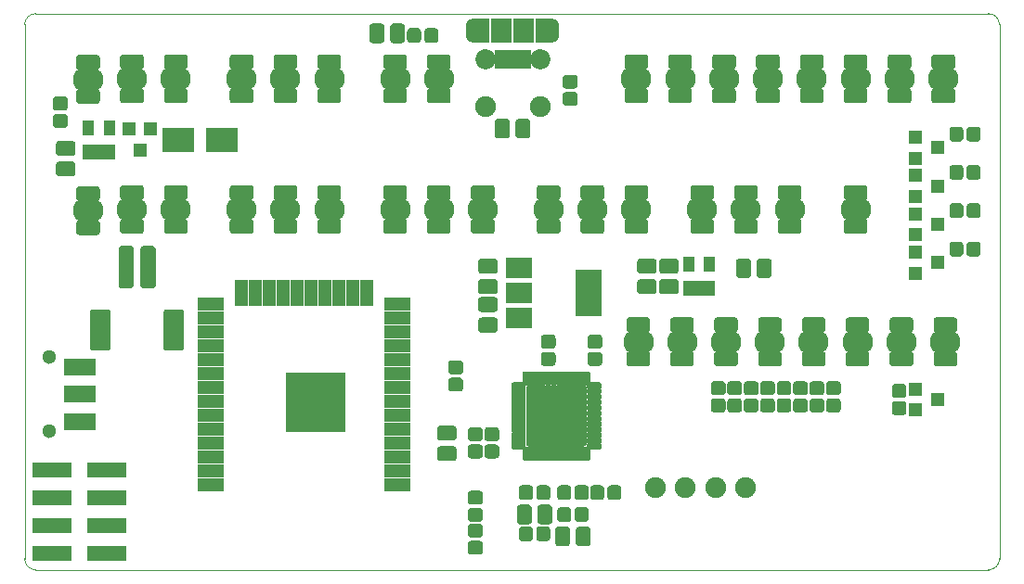
<source format=gbr>
G04 #@! TF.GenerationSoftware,KiCad,Pcbnew,5.1.5-1.fc31*
G04 #@! TF.CreationDate,2019-12-19T17:21:19-06:00*
G04 #@! TF.ProjectId,blinkencard,626c696e-6b65-46e6-9361-72642e6b6963,V2.0*
G04 #@! TF.SameCoordinates,Original*
G04 #@! TF.FileFunction,Soldermask,Top*
G04 #@! TF.FilePolarity,Negative*
%FSLAX46Y46*%
G04 Gerber Fmt 4.6, Leading zero omitted, Abs format (unit mm)*
G04 Created by KiCad (PCBNEW 5.1.5-1.fc31) date 2019-12-19 17:21:19*
%MOMM*%
%LPD*%
G04 APERTURE LIST*
G04 #@! TA.AperFunction,Profile*
%ADD10C,0.050000*%
G04 #@! TD*
%ADD11C,0.100000*%
%ADD12C,1.900000*%
%ADD13R,1.050000X1.460000*%
%ADD14C,1.300000*%
%ADD15R,2.900000X1.650000*%
%ADD16R,1.200000X1.300000*%
%ADD17R,2.900000X2.200000*%
%ADD18R,3.550000X1.400000*%
%ADD19R,2.400000X1.900000*%
%ADD20R,2.400000X4.200000*%
%ADD21R,2.400000X1.300000*%
%ADD22R,1.300000X2.400000*%
%ADD23R,5.400000X5.400000*%
%ADD24O,2.800000X2.200000*%
%ADD25R,1.600000X2.300000*%
%ADD26O,1.600000X2.300000*%
%ADD27R,1.900000X2.300000*%
%ADD28C,1.850000*%
%ADD29R,0.800000X1.750000*%
%ADD30R,1.300000X1.200000*%
G04 APERTURE END LIST*
D10*
X23860000Y-73660000D02*
G75*
G02X22860000Y-72660000I0J1000000D01*
G01*
X111760000Y-72660000D02*
G75*
G02X110760000Y-73660000I-1000000J0D01*
G01*
X110760000Y-22860000D02*
G75*
G02X111760000Y-23860000I0J-1000000D01*
G01*
X22860000Y-23860000D02*
G75*
G02X23860000Y-22860000I1000000J0D01*
G01*
X22860000Y-23860000D02*
X22860000Y-72660000D01*
X23860000Y-73660000D02*
X110760000Y-73660000D01*
X111760000Y-23860000D02*
X111760000Y-72660000D01*
X23860000Y-22860000D02*
X110760000Y-22860000D01*
D11*
G04 #@! TO.C,C19*
G36*
X68674943Y-32461655D02*
G01*
X68708312Y-32466605D01*
X68741035Y-32474802D01*
X68772797Y-32486166D01*
X68803293Y-32500590D01*
X68832227Y-32517932D01*
X68859323Y-32538028D01*
X68884318Y-32560682D01*
X68906972Y-32585677D01*
X68927068Y-32612773D01*
X68944410Y-32641707D01*
X68958834Y-32672203D01*
X68970198Y-32703965D01*
X68978395Y-32736688D01*
X68983345Y-32770057D01*
X68985000Y-32803750D01*
X68985000Y-33916250D01*
X68983345Y-33949943D01*
X68978395Y-33983312D01*
X68970198Y-34016035D01*
X68958834Y-34047797D01*
X68944410Y-34078293D01*
X68927068Y-34107227D01*
X68906972Y-34134323D01*
X68884318Y-34159318D01*
X68859323Y-34181972D01*
X68832227Y-34202068D01*
X68803293Y-34219410D01*
X68772797Y-34233834D01*
X68741035Y-34245198D01*
X68708312Y-34253395D01*
X68674943Y-34258345D01*
X68641250Y-34260000D01*
X67953750Y-34260000D01*
X67920057Y-34258345D01*
X67886688Y-34253395D01*
X67853965Y-34245198D01*
X67822203Y-34233834D01*
X67791707Y-34219410D01*
X67762773Y-34202068D01*
X67735677Y-34181972D01*
X67710682Y-34159318D01*
X67688028Y-34134323D01*
X67667932Y-34107227D01*
X67650590Y-34078293D01*
X67636166Y-34047797D01*
X67624802Y-34016035D01*
X67616605Y-33983312D01*
X67611655Y-33949943D01*
X67610000Y-33916250D01*
X67610000Y-32803750D01*
X67611655Y-32770057D01*
X67616605Y-32736688D01*
X67624802Y-32703965D01*
X67636166Y-32672203D01*
X67650590Y-32641707D01*
X67667932Y-32612773D01*
X67688028Y-32585677D01*
X67710682Y-32560682D01*
X67735677Y-32538028D01*
X67762773Y-32517932D01*
X67791707Y-32500590D01*
X67822203Y-32486166D01*
X67853965Y-32474802D01*
X67886688Y-32466605D01*
X67920057Y-32461655D01*
X67953750Y-32460000D01*
X68641250Y-32460000D01*
X68674943Y-32461655D01*
G37*
G36*
X66799943Y-32461655D02*
G01*
X66833312Y-32466605D01*
X66866035Y-32474802D01*
X66897797Y-32486166D01*
X66928293Y-32500590D01*
X66957227Y-32517932D01*
X66984323Y-32538028D01*
X67009318Y-32560682D01*
X67031972Y-32585677D01*
X67052068Y-32612773D01*
X67069410Y-32641707D01*
X67083834Y-32672203D01*
X67095198Y-32703965D01*
X67103395Y-32736688D01*
X67108345Y-32770057D01*
X67110000Y-32803750D01*
X67110000Y-33916250D01*
X67108345Y-33949943D01*
X67103395Y-33983312D01*
X67095198Y-34016035D01*
X67083834Y-34047797D01*
X67069410Y-34078293D01*
X67052068Y-34107227D01*
X67031972Y-34134323D01*
X67009318Y-34159318D01*
X66984323Y-34181972D01*
X66957227Y-34202068D01*
X66928293Y-34219410D01*
X66897797Y-34233834D01*
X66866035Y-34245198D01*
X66833312Y-34253395D01*
X66799943Y-34258345D01*
X66766250Y-34260000D01*
X66078750Y-34260000D01*
X66045057Y-34258345D01*
X66011688Y-34253395D01*
X65978965Y-34245198D01*
X65947203Y-34233834D01*
X65916707Y-34219410D01*
X65887773Y-34202068D01*
X65860677Y-34181972D01*
X65835682Y-34159318D01*
X65813028Y-34134323D01*
X65792932Y-34107227D01*
X65775590Y-34078293D01*
X65761166Y-34047797D01*
X65749802Y-34016035D01*
X65741605Y-33983312D01*
X65736655Y-33949943D01*
X65735000Y-33916250D01*
X65735000Y-32803750D01*
X65736655Y-32770057D01*
X65741605Y-32736688D01*
X65749802Y-32703965D01*
X65761166Y-32672203D01*
X65775590Y-32641707D01*
X65792932Y-32612773D01*
X65813028Y-32585677D01*
X65835682Y-32560682D01*
X65860677Y-32538028D01*
X65887773Y-32517932D01*
X65916707Y-32500590D01*
X65947203Y-32486166D01*
X65978965Y-32474802D01*
X66011688Y-32466605D01*
X66045057Y-32461655D01*
X66078750Y-32460000D01*
X66766250Y-32460000D01*
X66799943Y-32461655D01*
G37*
G04 #@! TD*
D12*
G04 #@! TO.C,TP2*
X69860000Y-31360000D03*
G04 #@! TD*
G04 #@! TO.C,TP1*
X64860000Y-31360000D03*
G04 #@! TD*
D13*
G04 #@! TO.C,U5*
X28660000Y-33260000D03*
X30560000Y-33260000D03*
X30560000Y-35460000D03*
X29610000Y-35460000D03*
X28660000Y-35460000D03*
G04 #@! TD*
D14*
G04 #@! TO.C,SW5*
X25110000Y-61010000D03*
X25110000Y-54210000D03*
D15*
X27860000Y-60110000D03*
X27860000Y-57610000D03*
X27860000Y-55110000D03*
G04 #@! TD*
D11*
G04 #@! TO.C,R18*
G36*
X60297493Y-24186535D02*
G01*
X60328435Y-24191125D01*
X60358778Y-24198725D01*
X60388230Y-24209263D01*
X60416508Y-24222638D01*
X60443338Y-24238719D01*
X60468463Y-24257353D01*
X60491640Y-24278360D01*
X60512647Y-24301537D01*
X60531281Y-24326662D01*
X60547362Y-24353492D01*
X60560737Y-24381770D01*
X60571275Y-24411222D01*
X60578875Y-24441565D01*
X60583465Y-24472507D01*
X60585000Y-24503750D01*
X60585000Y-25216250D01*
X60583465Y-25247493D01*
X60578875Y-25278435D01*
X60571275Y-25308778D01*
X60560737Y-25338230D01*
X60547362Y-25366508D01*
X60531281Y-25393338D01*
X60512647Y-25418463D01*
X60491640Y-25441640D01*
X60468463Y-25462647D01*
X60443338Y-25481281D01*
X60416508Y-25497362D01*
X60388230Y-25510737D01*
X60358778Y-25521275D01*
X60328435Y-25528875D01*
X60297493Y-25533465D01*
X60266250Y-25535000D01*
X59628750Y-25535000D01*
X59597507Y-25533465D01*
X59566565Y-25528875D01*
X59536222Y-25521275D01*
X59506770Y-25510737D01*
X59478492Y-25497362D01*
X59451662Y-25481281D01*
X59426537Y-25462647D01*
X59403360Y-25441640D01*
X59382353Y-25418463D01*
X59363719Y-25393338D01*
X59347638Y-25366508D01*
X59334263Y-25338230D01*
X59323725Y-25308778D01*
X59316125Y-25278435D01*
X59311535Y-25247493D01*
X59310000Y-25216250D01*
X59310000Y-24503750D01*
X59311535Y-24472507D01*
X59316125Y-24441565D01*
X59323725Y-24411222D01*
X59334263Y-24381770D01*
X59347638Y-24353492D01*
X59363719Y-24326662D01*
X59382353Y-24301537D01*
X59403360Y-24278360D01*
X59426537Y-24257353D01*
X59451662Y-24238719D01*
X59478492Y-24222638D01*
X59506770Y-24209263D01*
X59536222Y-24198725D01*
X59566565Y-24191125D01*
X59597507Y-24186535D01*
X59628750Y-24185000D01*
X60266250Y-24185000D01*
X60297493Y-24186535D01*
G37*
G36*
X58722493Y-24186535D02*
G01*
X58753435Y-24191125D01*
X58783778Y-24198725D01*
X58813230Y-24209263D01*
X58841508Y-24222638D01*
X58868338Y-24238719D01*
X58893463Y-24257353D01*
X58916640Y-24278360D01*
X58937647Y-24301537D01*
X58956281Y-24326662D01*
X58972362Y-24353492D01*
X58985737Y-24381770D01*
X58996275Y-24411222D01*
X59003875Y-24441565D01*
X59008465Y-24472507D01*
X59010000Y-24503750D01*
X59010000Y-25216250D01*
X59008465Y-25247493D01*
X59003875Y-25278435D01*
X58996275Y-25308778D01*
X58985737Y-25338230D01*
X58972362Y-25366508D01*
X58956281Y-25393338D01*
X58937647Y-25418463D01*
X58916640Y-25441640D01*
X58893463Y-25462647D01*
X58868338Y-25481281D01*
X58841508Y-25497362D01*
X58813230Y-25510737D01*
X58783778Y-25521275D01*
X58753435Y-25528875D01*
X58722493Y-25533465D01*
X58691250Y-25535000D01*
X58053750Y-25535000D01*
X58022507Y-25533465D01*
X57991565Y-25528875D01*
X57961222Y-25521275D01*
X57931770Y-25510737D01*
X57903492Y-25497362D01*
X57876662Y-25481281D01*
X57851537Y-25462647D01*
X57828360Y-25441640D01*
X57807353Y-25418463D01*
X57788719Y-25393338D01*
X57772638Y-25366508D01*
X57759263Y-25338230D01*
X57748725Y-25308778D01*
X57741125Y-25278435D01*
X57736535Y-25247493D01*
X57735000Y-25216250D01*
X57735000Y-24503750D01*
X57736535Y-24472507D01*
X57741125Y-24441565D01*
X57748725Y-24411222D01*
X57759263Y-24381770D01*
X57772638Y-24353492D01*
X57788719Y-24326662D01*
X57807353Y-24301537D01*
X57828360Y-24278360D01*
X57851537Y-24257353D01*
X57876662Y-24238719D01*
X57903492Y-24222638D01*
X57931770Y-24209263D01*
X57961222Y-24198725D01*
X57991565Y-24191125D01*
X58022507Y-24186535D01*
X58053750Y-24185000D01*
X58691250Y-24185000D01*
X58722493Y-24186535D01*
G37*
G04 #@! TD*
G04 #@! TO.C,R9*
G36*
X26497493Y-32011535D02*
G01*
X26528435Y-32016125D01*
X26558778Y-32023725D01*
X26588230Y-32034263D01*
X26616508Y-32047638D01*
X26643338Y-32063719D01*
X26668463Y-32082353D01*
X26691640Y-32103360D01*
X26712647Y-32126537D01*
X26731281Y-32151662D01*
X26747362Y-32178492D01*
X26760737Y-32206770D01*
X26771275Y-32236222D01*
X26778875Y-32266565D01*
X26783465Y-32297507D01*
X26785000Y-32328750D01*
X26785000Y-32966250D01*
X26783465Y-32997493D01*
X26778875Y-33028435D01*
X26771275Y-33058778D01*
X26760737Y-33088230D01*
X26747362Y-33116508D01*
X26731281Y-33143338D01*
X26712647Y-33168463D01*
X26691640Y-33191640D01*
X26668463Y-33212647D01*
X26643338Y-33231281D01*
X26616508Y-33247362D01*
X26588230Y-33260737D01*
X26558778Y-33271275D01*
X26528435Y-33278875D01*
X26497493Y-33283465D01*
X26466250Y-33285000D01*
X25753750Y-33285000D01*
X25722507Y-33283465D01*
X25691565Y-33278875D01*
X25661222Y-33271275D01*
X25631770Y-33260737D01*
X25603492Y-33247362D01*
X25576662Y-33231281D01*
X25551537Y-33212647D01*
X25528360Y-33191640D01*
X25507353Y-33168463D01*
X25488719Y-33143338D01*
X25472638Y-33116508D01*
X25459263Y-33088230D01*
X25448725Y-33058778D01*
X25441125Y-33028435D01*
X25436535Y-32997493D01*
X25435000Y-32966250D01*
X25435000Y-32328750D01*
X25436535Y-32297507D01*
X25441125Y-32266565D01*
X25448725Y-32236222D01*
X25459263Y-32206770D01*
X25472638Y-32178492D01*
X25488719Y-32151662D01*
X25507353Y-32126537D01*
X25528360Y-32103360D01*
X25551537Y-32082353D01*
X25576662Y-32063719D01*
X25603492Y-32047638D01*
X25631770Y-32034263D01*
X25661222Y-32023725D01*
X25691565Y-32016125D01*
X25722507Y-32011535D01*
X25753750Y-32010000D01*
X26466250Y-32010000D01*
X26497493Y-32011535D01*
G37*
G36*
X26497493Y-30436535D02*
G01*
X26528435Y-30441125D01*
X26558778Y-30448725D01*
X26588230Y-30459263D01*
X26616508Y-30472638D01*
X26643338Y-30488719D01*
X26668463Y-30507353D01*
X26691640Y-30528360D01*
X26712647Y-30551537D01*
X26731281Y-30576662D01*
X26747362Y-30603492D01*
X26760737Y-30631770D01*
X26771275Y-30661222D01*
X26778875Y-30691565D01*
X26783465Y-30722507D01*
X26785000Y-30753750D01*
X26785000Y-31391250D01*
X26783465Y-31422493D01*
X26778875Y-31453435D01*
X26771275Y-31483778D01*
X26760737Y-31513230D01*
X26747362Y-31541508D01*
X26731281Y-31568338D01*
X26712647Y-31593463D01*
X26691640Y-31616640D01*
X26668463Y-31637647D01*
X26643338Y-31656281D01*
X26616508Y-31672362D01*
X26588230Y-31685737D01*
X26558778Y-31696275D01*
X26528435Y-31703875D01*
X26497493Y-31708465D01*
X26466250Y-31710000D01*
X25753750Y-31710000D01*
X25722507Y-31708465D01*
X25691565Y-31703875D01*
X25661222Y-31696275D01*
X25631770Y-31685737D01*
X25603492Y-31672362D01*
X25576662Y-31656281D01*
X25551537Y-31637647D01*
X25528360Y-31616640D01*
X25507353Y-31593463D01*
X25488719Y-31568338D01*
X25472638Y-31541508D01*
X25459263Y-31513230D01*
X25448725Y-31483778D01*
X25441125Y-31453435D01*
X25436535Y-31422493D01*
X25435000Y-31391250D01*
X25435000Y-30753750D01*
X25436535Y-30722507D01*
X25441125Y-30691565D01*
X25448725Y-30661222D01*
X25459263Y-30631770D01*
X25472638Y-30603492D01*
X25488719Y-30576662D01*
X25507353Y-30551537D01*
X25528360Y-30528360D01*
X25551537Y-30507353D01*
X25576662Y-30488719D01*
X25603492Y-30472638D01*
X25631770Y-30459263D01*
X25661222Y-30448725D01*
X25691565Y-30441125D01*
X25722507Y-30436535D01*
X25753750Y-30435000D01*
X26466250Y-30435000D01*
X26497493Y-30436535D01*
G37*
G04 #@! TD*
G04 #@! TO.C,R7*
G36*
X72997493Y-30011535D02*
G01*
X73028435Y-30016125D01*
X73058778Y-30023725D01*
X73088230Y-30034263D01*
X73116508Y-30047638D01*
X73143338Y-30063719D01*
X73168463Y-30082353D01*
X73191640Y-30103360D01*
X73212647Y-30126537D01*
X73231281Y-30151662D01*
X73247362Y-30178492D01*
X73260737Y-30206770D01*
X73271275Y-30236222D01*
X73278875Y-30266565D01*
X73283465Y-30297507D01*
X73285000Y-30328750D01*
X73285000Y-30966250D01*
X73283465Y-30997493D01*
X73278875Y-31028435D01*
X73271275Y-31058778D01*
X73260737Y-31088230D01*
X73247362Y-31116508D01*
X73231281Y-31143338D01*
X73212647Y-31168463D01*
X73191640Y-31191640D01*
X73168463Y-31212647D01*
X73143338Y-31231281D01*
X73116508Y-31247362D01*
X73088230Y-31260737D01*
X73058778Y-31271275D01*
X73028435Y-31278875D01*
X72997493Y-31283465D01*
X72966250Y-31285000D01*
X72253750Y-31285000D01*
X72222507Y-31283465D01*
X72191565Y-31278875D01*
X72161222Y-31271275D01*
X72131770Y-31260737D01*
X72103492Y-31247362D01*
X72076662Y-31231281D01*
X72051537Y-31212647D01*
X72028360Y-31191640D01*
X72007353Y-31168463D01*
X71988719Y-31143338D01*
X71972638Y-31116508D01*
X71959263Y-31088230D01*
X71948725Y-31058778D01*
X71941125Y-31028435D01*
X71936535Y-30997493D01*
X71935000Y-30966250D01*
X71935000Y-30328750D01*
X71936535Y-30297507D01*
X71941125Y-30266565D01*
X71948725Y-30236222D01*
X71959263Y-30206770D01*
X71972638Y-30178492D01*
X71988719Y-30151662D01*
X72007353Y-30126537D01*
X72028360Y-30103360D01*
X72051537Y-30082353D01*
X72076662Y-30063719D01*
X72103492Y-30047638D01*
X72131770Y-30034263D01*
X72161222Y-30023725D01*
X72191565Y-30016125D01*
X72222507Y-30011535D01*
X72253750Y-30010000D01*
X72966250Y-30010000D01*
X72997493Y-30011535D01*
G37*
G36*
X72997493Y-28436535D02*
G01*
X73028435Y-28441125D01*
X73058778Y-28448725D01*
X73088230Y-28459263D01*
X73116508Y-28472638D01*
X73143338Y-28488719D01*
X73168463Y-28507353D01*
X73191640Y-28528360D01*
X73212647Y-28551537D01*
X73231281Y-28576662D01*
X73247362Y-28603492D01*
X73260737Y-28631770D01*
X73271275Y-28661222D01*
X73278875Y-28691565D01*
X73283465Y-28722507D01*
X73285000Y-28753750D01*
X73285000Y-29391250D01*
X73283465Y-29422493D01*
X73278875Y-29453435D01*
X73271275Y-29483778D01*
X73260737Y-29513230D01*
X73247362Y-29541508D01*
X73231281Y-29568338D01*
X73212647Y-29593463D01*
X73191640Y-29616640D01*
X73168463Y-29637647D01*
X73143338Y-29656281D01*
X73116508Y-29672362D01*
X73088230Y-29685737D01*
X73058778Y-29696275D01*
X73028435Y-29703875D01*
X72997493Y-29708465D01*
X72966250Y-29710000D01*
X72253750Y-29710000D01*
X72222507Y-29708465D01*
X72191565Y-29703875D01*
X72161222Y-29696275D01*
X72131770Y-29685737D01*
X72103492Y-29672362D01*
X72076662Y-29656281D01*
X72051537Y-29637647D01*
X72028360Y-29616640D01*
X72007353Y-29593463D01*
X71988719Y-29568338D01*
X71972638Y-29541508D01*
X71959263Y-29513230D01*
X71948725Y-29483778D01*
X71941125Y-29453435D01*
X71936535Y-29422493D01*
X71935000Y-29391250D01*
X71935000Y-28753750D01*
X71936535Y-28722507D01*
X71941125Y-28691565D01*
X71948725Y-28661222D01*
X71959263Y-28631770D01*
X71972638Y-28603492D01*
X71988719Y-28576662D01*
X72007353Y-28551537D01*
X72028360Y-28528360D01*
X72051537Y-28507353D01*
X72076662Y-28488719D01*
X72103492Y-28472638D01*
X72131770Y-28459263D01*
X72161222Y-28448725D01*
X72191565Y-28441125D01*
X72222507Y-28436535D01*
X72253750Y-28435000D01*
X72966250Y-28435000D01*
X72997493Y-28436535D01*
G37*
G04 #@! TD*
D16*
G04 #@! TO.C,Q6*
X33360000Y-35360000D03*
X32410000Y-33360000D03*
X34310000Y-33360000D03*
G04 #@! TD*
D11*
G04 #@! TO.C,J3*
G36*
X37124372Y-49861525D02*
G01*
X37155112Y-49866085D01*
X37185257Y-49873636D01*
X37214516Y-49884105D01*
X37242609Y-49897392D01*
X37269264Y-49913368D01*
X37294224Y-49931880D01*
X37317250Y-49952750D01*
X37338120Y-49975776D01*
X37356632Y-50000736D01*
X37372608Y-50027391D01*
X37385895Y-50055484D01*
X37396364Y-50084743D01*
X37403915Y-50114888D01*
X37408475Y-50145628D01*
X37410000Y-50176667D01*
X37410000Y-53343333D01*
X37408475Y-53374372D01*
X37403915Y-53405112D01*
X37396364Y-53435257D01*
X37385895Y-53464516D01*
X37372608Y-53492609D01*
X37356632Y-53519264D01*
X37338120Y-53544224D01*
X37317250Y-53567250D01*
X37294224Y-53588120D01*
X37269264Y-53606632D01*
X37242609Y-53622608D01*
X37214516Y-53635895D01*
X37185257Y-53646364D01*
X37155112Y-53653915D01*
X37124372Y-53658475D01*
X37093333Y-53660000D01*
X35826667Y-53660000D01*
X35795628Y-53658475D01*
X35764888Y-53653915D01*
X35734743Y-53646364D01*
X35705484Y-53635895D01*
X35677391Y-53622608D01*
X35650736Y-53606632D01*
X35625776Y-53588120D01*
X35602750Y-53567250D01*
X35581880Y-53544224D01*
X35563368Y-53519264D01*
X35547392Y-53492609D01*
X35534105Y-53464516D01*
X35523636Y-53435257D01*
X35516085Y-53405112D01*
X35511525Y-53374372D01*
X35510000Y-53343333D01*
X35510000Y-50176667D01*
X35511525Y-50145628D01*
X35516085Y-50114888D01*
X35523636Y-50084743D01*
X35534105Y-50055484D01*
X35547392Y-50027391D01*
X35563368Y-50000736D01*
X35581880Y-49975776D01*
X35602750Y-49952750D01*
X35625776Y-49931880D01*
X35650736Y-49913368D01*
X35677391Y-49897392D01*
X35705484Y-49884105D01*
X35734743Y-49873636D01*
X35764888Y-49866085D01*
X35795628Y-49861525D01*
X35826667Y-49860000D01*
X37093333Y-49860000D01*
X37124372Y-49861525D01*
G37*
G36*
X30424372Y-49861525D02*
G01*
X30455112Y-49866085D01*
X30485257Y-49873636D01*
X30514516Y-49884105D01*
X30542609Y-49897392D01*
X30569264Y-49913368D01*
X30594224Y-49931880D01*
X30617250Y-49952750D01*
X30638120Y-49975776D01*
X30656632Y-50000736D01*
X30672608Y-50027391D01*
X30685895Y-50055484D01*
X30696364Y-50084743D01*
X30703915Y-50114888D01*
X30708475Y-50145628D01*
X30710000Y-50176667D01*
X30710000Y-53343333D01*
X30708475Y-53374372D01*
X30703915Y-53405112D01*
X30696364Y-53435257D01*
X30685895Y-53464516D01*
X30672608Y-53492609D01*
X30656632Y-53519264D01*
X30638120Y-53544224D01*
X30617250Y-53567250D01*
X30594224Y-53588120D01*
X30569264Y-53606632D01*
X30542609Y-53622608D01*
X30514516Y-53635895D01*
X30485257Y-53646364D01*
X30455112Y-53653915D01*
X30424372Y-53658475D01*
X30393333Y-53660000D01*
X29126667Y-53660000D01*
X29095628Y-53658475D01*
X29064888Y-53653915D01*
X29034743Y-53646364D01*
X29005484Y-53635895D01*
X28977391Y-53622608D01*
X28950736Y-53606632D01*
X28925776Y-53588120D01*
X28902750Y-53567250D01*
X28881880Y-53544224D01*
X28863368Y-53519264D01*
X28847392Y-53492609D01*
X28834105Y-53464516D01*
X28823636Y-53435257D01*
X28816085Y-53405112D01*
X28811525Y-53374372D01*
X28810000Y-53343333D01*
X28810000Y-50176667D01*
X28811525Y-50145628D01*
X28816085Y-50114888D01*
X28823636Y-50084743D01*
X28834105Y-50055484D01*
X28847392Y-50027391D01*
X28863368Y-50000736D01*
X28881880Y-49975776D01*
X28902750Y-49952750D01*
X28925776Y-49931880D01*
X28950736Y-49913368D01*
X28977391Y-49897392D01*
X29005484Y-49884105D01*
X29034743Y-49873636D01*
X29064888Y-49866085D01*
X29095628Y-49861525D01*
X29126667Y-49860000D01*
X30393333Y-49860000D01*
X30424372Y-49861525D01*
G37*
G36*
X34494306Y-44061685D02*
G01*
X34528282Y-44066725D01*
X34561600Y-44075071D01*
X34593939Y-44086642D01*
X34624989Y-44101328D01*
X34654450Y-44118986D01*
X34682038Y-44139446D01*
X34707487Y-44162513D01*
X34730554Y-44187962D01*
X34751014Y-44215550D01*
X34768672Y-44245011D01*
X34783358Y-44276061D01*
X34794929Y-44308400D01*
X34803275Y-44341718D01*
X34808315Y-44375694D01*
X34810000Y-44410000D01*
X34810000Y-47610000D01*
X34808315Y-47644306D01*
X34803275Y-47678282D01*
X34794929Y-47711600D01*
X34783358Y-47743939D01*
X34768672Y-47774989D01*
X34751014Y-47804450D01*
X34730554Y-47832038D01*
X34707487Y-47857487D01*
X34682038Y-47880554D01*
X34654450Y-47901014D01*
X34624989Y-47918672D01*
X34593939Y-47933358D01*
X34561600Y-47944929D01*
X34528282Y-47953275D01*
X34494306Y-47958315D01*
X34460000Y-47960000D01*
X33760000Y-47960000D01*
X33725694Y-47958315D01*
X33691718Y-47953275D01*
X33658400Y-47944929D01*
X33626061Y-47933358D01*
X33595011Y-47918672D01*
X33565550Y-47901014D01*
X33537962Y-47880554D01*
X33512513Y-47857487D01*
X33489446Y-47832038D01*
X33468986Y-47804450D01*
X33451328Y-47774989D01*
X33436642Y-47743939D01*
X33425071Y-47711600D01*
X33416725Y-47678282D01*
X33411685Y-47644306D01*
X33410000Y-47610000D01*
X33410000Y-44410000D01*
X33411685Y-44375694D01*
X33416725Y-44341718D01*
X33425071Y-44308400D01*
X33436642Y-44276061D01*
X33451328Y-44245011D01*
X33468986Y-44215550D01*
X33489446Y-44187962D01*
X33512513Y-44162513D01*
X33537962Y-44139446D01*
X33565550Y-44118986D01*
X33595011Y-44101328D01*
X33626061Y-44086642D01*
X33658400Y-44075071D01*
X33691718Y-44066725D01*
X33725694Y-44061685D01*
X33760000Y-44060000D01*
X34460000Y-44060000D01*
X34494306Y-44061685D01*
G37*
G36*
X32494306Y-44061685D02*
G01*
X32528282Y-44066725D01*
X32561600Y-44075071D01*
X32593939Y-44086642D01*
X32624989Y-44101328D01*
X32654450Y-44118986D01*
X32682038Y-44139446D01*
X32707487Y-44162513D01*
X32730554Y-44187962D01*
X32751014Y-44215550D01*
X32768672Y-44245011D01*
X32783358Y-44276061D01*
X32794929Y-44308400D01*
X32803275Y-44341718D01*
X32808315Y-44375694D01*
X32810000Y-44410000D01*
X32810000Y-47610000D01*
X32808315Y-47644306D01*
X32803275Y-47678282D01*
X32794929Y-47711600D01*
X32783358Y-47743939D01*
X32768672Y-47774989D01*
X32751014Y-47804450D01*
X32730554Y-47832038D01*
X32707487Y-47857487D01*
X32682038Y-47880554D01*
X32654450Y-47901014D01*
X32624989Y-47918672D01*
X32593939Y-47933358D01*
X32561600Y-47944929D01*
X32528282Y-47953275D01*
X32494306Y-47958315D01*
X32460000Y-47960000D01*
X31760000Y-47960000D01*
X31725694Y-47958315D01*
X31691718Y-47953275D01*
X31658400Y-47944929D01*
X31626061Y-47933358D01*
X31595011Y-47918672D01*
X31565550Y-47901014D01*
X31537962Y-47880554D01*
X31512513Y-47857487D01*
X31489446Y-47832038D01*
X31468986Y-47804450D01*
X31451328Y-47774989D01*
X31436642Y-47743939D01*
X31425071Y-47711600D01*
X31416725Y-47678282D01*
X31411685Y-47644306D01*
X31410000Y-47610000D01*
X31410000Y-44410000D01*
X31411685Y-44375694D01*
X31416725Y-44341718D01*
X31425071Y-44308400D01*
X31436642Y-44276061D01*
X31451328Y-44245011D01*
X31468986Y-44215550D01*
X31489446Y-44187962D01*
X31512513Y-44162513D01*
X31537962Y-44139446D01*
X31565550Y-44118986D01*
X31595011Y-44101328D01*
X31626061Y-44086642D01*
X31658400Y-44075071D01*
X31691718Y-44066725D01*
X31725694Y-44061685D01*
X31760000Y-44060000D01*
X32460000Y-44060000D01*
X32494306Y-44061685D01*
G37*
G04 #@! TD*
G04 #@! TO.C,D2*
G36*
X57237443Y-23761655D02*
G01*
X57270812Y-23766605D01*
X57303535Y-23774802D01*
X57335297Y-23786166D01*
X57365793Y-23800590D01*
X57394727Y-23817932D01*
X57421823Y-23838028D01*
X57446818Y-23860682D01*
X57469472Y-23885677D01*
X57489568Y-23912773D01*
X57506910Y-23941707D01*
X57521334Y-23972203D01*
X57532698Y-24003965D01*
X57540895Y-24036688D01*
X57545845Y-24070057D01*
X57547500Y-24103750D01*
X57547500Y-25216250D01*
X57545845Y-25249943D01*
X57540895Y-25283312D01*
X57532698Y-25316035D01*
X57521334Y-25347797D01*
X57506910Y-25378293D01*
X57489568Y-25407227D01*
X57469472Y-25434323D01*
X57446818Y-25459318D01*
X57421823Y-25481972D01*
X57394727Y-25502068D01*
X57365793Y-25519410D01*
X57335297Y-25533834D01*
X57303535Y-25545198D01*
X57270812Y-25553395D01*
X57237443Y-25558345D01*
X57203750Y-25560000D01*
X56516250Y-25560000D01*
X56482557Y-25558345D01*
X56449188Y-25553395D01*
X56416465Y-25545198D01*
X56384703Y-25533834D01*
X56354207Y-25519410D01*
X56325273Y-25502068D01*
X56298177Y-25481972D01*
X56273182Y-25459318D01*
X56250528Y-25434323D01*
X56230432Y-25407227D01*
X56213090Y-25378293D01*
X56198666Y-25347797D01*
X56187302Y-25316035D01*
X56179105Y-25283312D01*
X56174155Y-25249943D01*
X56172500Y-25216250D01*
X56172500Y-24103750D01*
X56174155Y-24070057D01*
X56179105Y-24036688D01*
X56187302Y-24003965D01*
X56198666Y-23972203D01*
X56213090Y-23941707D01*
X56230432Y-23912773D01*
X56250528Y-23885677D01*
X56273182Y-23860682D01*
X56298177Y-23838028D01*
X56325273Y-23817932D01*
X56354207Y-23800590D01*
X56384703Y-23786166D01*
X56416465Y-23774802D01*
X56449188Y-23766605D01*
X56482557Y-23761655D01*
X56516250Y-23760000D01*
X57203750Y-23760000D01*
X57237443Y-23761655D01*
G37*
G36*
X55362443Y-23761655D02*
G01*
X55395812Y-23766605D01*
X55428535Y-23774802D01*
X55460297Y-23786166D01*
X55490793Y-23800590D01*
X55519727Y-23817932D01*
X55546823Y-23838028D01*
X55571818Y-23860682D01*
X55594472Y-23885677D01*
X55614568Y-23912773D01*
X55631910Y-23941707D01*
X55646334Y-23972203D01*
X55657698Y-24003965D01*
X55665895Y-24036688D01*
X55670845Y-24070057D01*
X55672500Y-24103750D01*
X55672500Y-25216250D01*
X55670845Y-25249943D01*
X55665895Y-25283312D01*
X55657698Y-25316035D01*
X55646334Y-25347797D01*
X55631910Y-25378293D01*
X55614568Y-25407227D01*
X55594472Y-25434323D01*
X55571818Y-25459318D01*
X55546823Y-25481972D01*
X55519727Y-25502068D01*
X55490793Y-25519410D01*
X55460297Y-25533834D01*
X55428535Y-25545198D01*
X55395812Y-25553395D01*
X55362443Y-25558345D01*
X55328750Y-25560000D01*
X54641250Y-25560000D01*
X54607557Y-25558345D01*
X54574188Y-25553395D01*
X54541465Y-25545198D01*
X54509703Y-25533834D01*
X54479207Y-25519410D01*
X54450273Y-25502068D01*
X54423177Y-25481972D01*
X54398182Y-25459318D01*
X54375528Y-25434323D01*
X54355432Y-25407227D01*
X54338090Y-25378293D01*
X54323666Y-25347797D01*
X54312302Y-25316035D01*
X54304105Y-25283312D01*
X54299155Y-25249943D01*
X54297500Y-25216250D01*
X54297500Y-24103750D01*
X54299155Y-24070057D01*
X54304105Y-24036688D01*
X54312302Y-24003965D01*
X54323666Y-23972203D01*
X54338090Y-23941707D01*
X54355432Y-23912773D01*
X54375528Y-23885677D01*
X54398182Y-23860682D01*
X54423177Y-23838028D01*
X54450273Y-23817932D01*
X54479207Y-23800590D01*
X54509703Y-23786166D01*
X54541465Y-23774802D01*
X54574188Y-23766605D01*
X54607557Y-23761655D01*
X54641250Y-23760000D01*
X55328750Y-23760000D01*
X55362443Y-23761655D01*
G37*
G04 #@! TD*
D17*
G04 #@! TO.C,D1*
X40860000Y-34360000D03*
X36860000Y-34360000D03*
G04 #@! TD*
D11*
G04 #@! TO.C,C16*
G36*
X27199943Y-34486655D02*
G01*
X27233312Y-34491605D01*
X27266035Y-34499802D01*
X27297797Y-34511166D01*
X27328293Y-34525590D01*
X27357227Y-34542932D01*
X27384323Y-34563028D01*
X27409318Y-34585682D01*
X27431972Y-34610677D01*
X27452068Y-34637773D01*
X27469410Y-34666707D01*
X27483834Y-34697203D01*
X27495198Y-34728965D01*
X27503395Y-34761688D01*
X27508345Y-34795057D01*
X27510000Y-34828750D01*
X27510000Y-35516250D01*
X27508345Y-35549943D01*
X27503395Y-35583312D01*
X27495198Y-35616035D01*
X27483834Y-35647797D01*
X27469410Y-35678293D01*
X27452068Y-35707227D01*
X27431972Y-35734323D01*
X27409318Y-35759318D01*
X27384323Y-35781972D01*
X27357227Y-35802068D01*
X27328293Y-35819410D01*
X27297797Y-35833834D01*
X27266035Y-35845198D01*
X27233312Y-35853395D01*
X27199943Y-35858345D01*
X27166250Y-35860000D01*
X26053750Y-35860000D01*
X26020057Y-35858345D01*
X25986688Y-35853395D01*
X25953965Y-35845198D01*
X25922203Y-35833834D01*
X25891707Y-35819410D01*
X25862773Y-35802068D01*
X25835677Y-35781972D01*
X25810682Y-35759318D01*
X25788028Y-35734323D01*
X25767932Y-35707227D01*
X25750590Y-35678293D01*
X25736166Y-35647797D01*
X25724802Y-35616035D01*
X25716605Y-35583312D01*
X25711655Y-35549943D01*
X25710000Y-35516250D01*
X25710000Y-34828750D01*
X25711655Y-34795057D01*
X25716605Y-34761688D01*
X25724802Y-34728965D01*
X25736166Y-34697203D01*
X25750590Y-34666707D01*
X25767932Y-34637773D01*
X25788028Y-34610677D01*
X25810682Y-34585682D01*
X25835677Y-34563028D01*
X25862773Y-34542932D01*
X25891707Y-34525590D01*
X25922203Y-34511166D01*
X25953965Y-34499802D01*
X25986688Y-34491605D01*
X26020057Y-34486655D01*
X26053750Y-34485000D01*
X27166250Y-34485000D01*
X27199943Y-34486655D01*
G37*
G36*
X27199943Y-36361655D02*
G01*
X27233312Y-36366605D01*
X27266035Y-36374802D01*
X27297797Y-36386166D01*
X27328293Y-36400590D01*
X27357227Y-36417932D01*
X27384323Y-36438028D01*
X27409318Y-36460682D01*
X27431972Y-36485677D01*
X27452068Y-36512773D01*
X27469410Y-36541707D01*
X27483834Y-36572203D01*
X27495198Y-36603965D01*
X27503395Y-36636688D01*
X27508345Y-36670057D01*
X27510000Y-36703750D01*
X27510000Y-37391250D01*
X27508345Y-37424943D01*
X27503395Y-37458312D01*
X27495198Y-37491035D01*
X27483834Y-37522797D01*
X27469410Y-37553293D01*
X27452068Y-37582227D01*
X27431972Y-37609323D01*
X27409318Y-37634318D01*
X27384323Y-37656972D01*
X27357227Y-37677068D01*
X27328293Y-37694410D01*
X27297797Y-37708834D01*
X27266035Y-37720198D01*
X27233312Y-37728395D01*
X27199943Y-37733345D01*
X27166250Y-37735000D01*
X26053750Y-37735000D01*
X26020057Y-37733345D01*
X25986688Y-37728395D01*
X25953965Y-37720198D01*
X25922203Y-37708834D01*
X25891707Y-37694410D01*
X25862773Y-37677068D01*
X25835677Y-37656972D01*
X25810682Y-37634318D01*
X25788028Y-37609323D01*
X25767932Y-37582227D01*
X25750590Y-37553293D01*
X25736166Y-37522797D01*
X25724802Y-37491035D01*
X25716605Y-37458312D01*
X25711655Y-37424943D01*
X25710000Y-37391250D01*
X25710000Y-36703750D01*
X25711655Y-36670057D01*
X25716605Y-36636688D01*
X25724802Y-36603965D01*
X25736166Y-36572203D01*
X25750590Y-36541707D01*
X25767932Y-36512773D01*
X25788028Y-36485677D01*
X25810682Y-36460682D01*
X25835677Y-36438028D01*
X25862773Y-36417932D01*
X25891707Y-36400590D01*
X25922203Y-36386166D01*
X25953965Y-36374802D01*
X25986688Y-36366605D01*
X26020057Y-36361655D01*
X26053750Y-36360000D01*
X27166250Y-36360000D01*
X27199943Y-36361655D01*
G37*
G04 #@! TD*
G04 #@! TO.C,C6*
G36*
X65847493Y-62211535D02*
G01*
X65878435Y-62216125D01*
X65908778Y-62223725D01*
X65938230Y-62234263D01*
X65966508Y-62247638D01*
X65993338Y-62263719D01*
X66018463Y-62282353D01*
X66041640Y-62303360D01*
X66062647Y-62326537D01*
X66081281Y-62351662D01*
X66097362Y-62378492D01*
X66110737Y-62406770D01*
X66121275Y-62436222D01*
X66128875Y-62466565D01*
X66133465Y-62497507D01*
X66135000Y-62528750D01*
X66135000Y-63166250D01*
X66133465Y-63197493D01*
X66128875Y-63228435D01*
X66121275Y-63258778D01*
X66110737Y-63288230D01*
X66097362Y-63316508D01*
X66081281Y-63343338D01*
X66062647Y-63368463D01*
X66041640Y-63391640D01*
X66018463Y-63412647D01*
X65993338Y-63431281D01*
X65966508Y-63447362D01*
X65938230Y-63460737D01*
X65908778Y-63471275D01*
X65878435Y-63478875D01*
X65847493Y-63483465D01*
X65816250Y-63485000D01*
X65103750Y-63485000D01*
X65072507Y-63483465D01*
X65041565Y-63478875D01*
X65011222Y-63471275D01*
X64981770Y-63460737D01*
X64953492Y-63447362D01*
X64926662Y-63431281D01*
X64901537Y-63412647D01*
X64878360Y-63391640D01*
X64857353Y-63368463D01*
X64838719Y-63343338D01*
X64822638Y-63316508D01*
X64809263Y-63288230D01*
X64798725Y-63258778D01*
X64791125Y-63228435D01*
X64786535Y-63197493D01*
X64785000Y-63166250D01*
X64785000Y-62528750D01*
X64786535Y-62497507D01*
X64791125Y-62466565D01*
X64798725Y-62436222D01*
X64809263Y-62406770D01*
X64822638Y-62378492D01*
X64838719Y-62351662D01*
X64857353Y-62326537D01*
X64878360Y-62303360D01*
X64901537Y-62282353D01*
X64926662Y-62263719D01*
X64953492Y-62247638D01*
X64981770Y-62234263D01*
X65011222Y-62223725D01*
X65041565Y-62216125D01*
X65072507Y-62211535D01*
X65103750Y-62210000D01*
X65816250Y-62210000D01*
X65847493Y-62211535D01*
G37*
G36*
X65847493Y-60636535D02*
G01*
X65878435Y-60641125D01*
X65908778Y-60648725D01*
X65938230Y-60659263D01*
X65966508Y-60672638D01*
X65993338Y-60688719D01*
X66018463Y-60707353D01*
X66041640Y-60728360D01*
X66062647Y-60751537D01*
X66081281Y-60776662D01*
X66097362Y-60803492D01*
X66110737Y-60831770D01*
X66121275Y-60861222D01*
X66128875Y-60891565D01*
X66133465Y-60922507D01*
X66135000Y-60953750D01*
X66135000Y-61591250D01*
X66133465Y-61622493D01*
X66128875Y-61653435D01*
X66121275Y-61683778D01*
X66110737Y-61713230D01*
X66097362Y-61741508D01*
X66081281Y-61768338D01*
X66062647Y-61793463D01*
X66041640Y-61816640D01*
X66018463Y-61837647D01*
X65993338Y-61856281D01*
X65966508Y-61872362D01*
X65938230Y-61885737D01*
X65908778Y-61896275D01*
X65878435Y-61903875D01*
X65847493Y-61908465D01*
X65816250Y-61910000D01*
X65103750Y-61910000D01*
X65072507Y-61908465D01*
X65041565Y-61903875D01*
X65011222Y-61896275D01*
X64981770Y-61885737D01*
X64953492Y-61872362D01*
X64926662Y-61856281D01*
X64901537Y-61837647D01*
X64878360Y-61816640D01*
X64857353Y-61793463D01*
X64838719Y-61768338D01*
X64822638Y-61741508D01*
X64809263Y-61713230D01*
X64798725Y-61683778D01*
X64791125Y-61653435D01*
X64786535Y-61622493D01*
X64785000Y-61591250D01*
X64785000Y-60953750D01*
X64786535Y-60922507D01*
X64791125Y-60891565D01*
X64798725Y-60861222D01*
X64809263Y-60831770D01*
X64822638Y-60803492D01*
X64838719Y-60776662D01*
X64857353Y-60751537D01*
X64878360Y-60728360D01*
X64901537Y-60707353D01*
X64926662Y-60688719D01*
X64953492Y-60672638D01*
X64981770Y-60659263D01*
X65011222Y-60648725D01*
X65041565Y-60641125D01*
X65072507Y-60636535D01*
X65103750Y-60635000D01*
X65816250Y-60635000D01*
X65847493Y-60636535D01*
G37*
G04 #@! TD*
D18*
G04 #@! TO.C,J2*
X30385000Y-72170000D03*
X25335000Y-72170000D03*
X30385000Y-69630000D03*
X25335000Y-69630000D03*
X30385000Y-67090000D03*
X25335000Y-67090000D03*
X30385000Y-64550000D03*
X25335000Y-64550000D03*
G04 #@! TD*
D11*
G04 #@! TO.C,U1*
G36*
X73891989Y-56836297D02*
G01*
X73918142Y-56840177D01*
X73943789Y-56846601D01*
X73968683Y-56855508D01*
X73992584Y-56866813D01*
X74015262Y-56880405D01*
X74036499Y-56896155D01*
X74056089Y-56913911D01*
X74073845Y-56933501D01*
X74089595Y-56954738D01*
X74103187Y-56977416D01*
X74114492Y-57001317D01*
X74123399Y-57026211D01*
X74129823Y-57051858D01*
X74133703Y-57078011D01*
X74135000Y-57104419D01*
X74135000Y-62115581D01*
X74133703Y-62141989D01*
X74129823Y-62168142D01*
X74123399Y-62193789D01*
X74114492Y-62218683D01*
X74103187Y-62242584D01*
X74089595Y-62265262D01*
X74073845Y-62286499D01*
X74056089Y-62306089D01*
X74036499Y-62323845D01*
X74015262Y-62339595D01*
X73992584Y-62353187D01*
X73968683Y-62364492D01*
X73943789Y-62373399D01*
X73918142Y-62379823D01*
X73891989Y-62383703D01*
X73865581Y-62385000D01*
X68854419Y-62385000D01*
X68828011Y-62383703D01*
X68801858Y-62379823D01*
X68776211Y-62373399D01*
X68751317Y-62364492D01*
X68727416Y-62353187D01*
X68704738Y-62339595D01*
X68683501Y-62323845D01*
X68663911Y-62306089D01*
X68646155Y-62286499D01*
X68630405Y-62265262D01*
X68616813Y-62242584D01*
X68605508Y-62218683D01*
X68596601Y-62193789D01*
X68590177Y-62168142D01*
X68586297Y-62141989D01*
X68585000Y-62115581D01*
X68585000Y-57104419D01*
X68586297Y-57078011D01*
X68590177Y-57051858D01*
X68596601Y-57026211D01*
X68605508Y-57001317D01*
X68616813Y-56977416D01*
X68630405Y-56954738D01*
X68646155Y-56933501D01*
X68663911Y-56913911D01*
X68683501Y-56896155D01*
X68704738Y-56880405D01*
X68727416Y-56866813D01*
X68751317Y-56855508D01*
X68776211Y-56846601D01*
X68801858Y-56840177D01*
X68828011Y-56836297D01*
X68854419Y-56835000D01*
X73865581Y-56835000D01*
X73891989Y-56836297D01*
G37*
G36*
X74288428Y-55535782D02*
G01*
X74304202Y-55538122D01*
X74319671Y-55541997D01*
X74334686Y-55547370D01*
X74349102Y-55554188D01*
X74362780Y-55562386D01*
X74375589Y-55571886D01*
X74387405Y-55582595D01*
X74398114Y-55594411D01*
X74407614Y-55607220D01*
X74415812Y-55620898D01*
X74422630Y-55635314D01*
X74428003Y-55650329D01*
X74431878Y-55665798D01*
X74434218Y-55681572D01*
X74435000Y-55697500D01*
X74435000Y-56647500D01*
X74434218Y-56663428D01*
X74431878Y-56679202D01*
X74428003Y-56694671D01*
X74422630Y-56709686D01*
X74415812Y-56724102D01*
X74407614Y-56737780D01*
X74398114Y-56750589D01*
X74387405Y-56762405D01*
X74375589Y-56773114D01*
X74362780Y-56782614D01*
X74349102Y-56790812D01*
X74334686Y-56797630D01*
X74319671Y-56803003D01*
X74304202Y-56806878D01*
X74288428Y-56809218D01*
X74272500Y-56810000D01*
X73947500Y-56810000D01*
X73931572Y-56809218D01*
X73915798Y-56806878D01*
X73900329Y-56803003D01*
X73885314Y-56797630D01*
X73870898Y-56790812D01*
X73857220Y-56782614D01*
X73844411Y-56773114D01*
X73832595Y-56762405D01*
X73821886Y-56750589D01*
X73812386Y-56737780D01*
X73804188Y-56724102D01*
X73797370Y-56709686D01*
X73791997Y-56694671D01*
X73788122Y-56679202D01*
X73785782Y-56663428D01*
X73785000Y-56647500D01*
X73785000Y-55697500D01*
X73785782Y-55681572D01*
X73788122Y-55665798D01*
X73791997Y-55650329D01*
X73797370Y-55635314D01*
X73804188Y-55620898D01*
X73812386Y-55607220D01*
X73821886Y-55594411D01*
X73832595Y-55582595D01*
X73844411Y-55571886D01*
X73857220Y-55562386D01*
X73870898Y-55554188D01*
X73885314Y-55547370D01*
X73900329Y-55541997D01*
X73915798Y-55538122D01*
X73931572Y-55535782D01*
X73947500Y-55535000D01*
X74272500Y-55535000D01*
X74288428Y-55535782D01*
G37*
G36*
X73788428Y-55535782D02*
G01*
X73804202Y-55538122D01*
X73819671Y-55541997D01*
X73834686Y-55547370D01*
X73849102Y-55554188D01*
X73862780Y-55562386D01*
X73875589Y-55571886D01*
X73887405Y-55582595D01*
X73898114Y-55594411D01*
X73907614Y-55607220D01*
X73915812Y-55620898D01*
X73922630Y-55635314D01*
X73928003Y-55650329D01*
X73931878Y-55665798D01*
X73934218Y-55681572D01*
X73935000Y-55697500D01*
X73935000Y-56647500D01*
X73934218Y-56663428D01*
X73931878Y-56679202D01*
X73928003Y-56694671D01*
X73922630Y-56709686D01*
X73915812Y-56724102D01*
X73907614Y-56737780D01*
X73898114Y-56750589D01*
X73887405Y-56762405D01*
X73875589Y-56773114D01*
X73862780Y-56782614D01*
X73849102Y-56790812D01*
X73834686Y-56797630D01*
X73819671Y-56803003D01*
X73804202Y-56806878D01*
X73788428Y-56809218D01*
X73772500Y-56810000D01*
X73447500Y-56810000D01*
X73431572Y-56809218D01*
X73415798Y-56806878D01*
X73400329Y-56803003D01*
X73385314Y-56797630D01*
X73370898Y-56790812D01*
X73357220Y-56782614D01*
X73344411Y-56773114D01*
X73332595Y-56762405D01*
X73321886Y-56750589D01*
X73312386Y-56737780D01*
X73304188Y-56724102D01*
X73297370Y-56709686D01*
X73291997Y-56694671D01*
X73288122Y-56679202D01*
X73285782Y-56663428D01*
X73285000Y-56647500D01*
X73285000Y-55697500D01*
X73285782Y-55681572D01*
X73288122Y-55665798D01*
X73291997Y-55650329D01*
X73297370Y-55635314D01*
X73304188Y-55620898D01*
X73312386Y-55607220D01*
X73321886Y-55594411D01*
X73332595Y-55582595D01*
X73344411Y-55571886D01*
X73357220Y-55562386D01*
X73370898Y-55554188D01*
X73385314Y-55547370D01*
X73400329Y-55541997D01*
X73415798Y-55538122D01*
X73431572Y-55535782D01*
X73447500Y-55535000D01*
X73772500Y-55535000D01*
X73788428Y-55535782D01*
G37*
G36*
X73288428Y-55535782D02*
G01*
X73304202Y-55538122D01*
X73319671Y-55541997D01*
X73334686Y-55547370D01*
X73349102Y-55554188D01*
X73362780Y-55562386D01*
X73375589Y-55571886D01*
X73387405Y-55582595D01*
X73398114Y-55594411D01*
X73407614Y-55607220D01*
X73415812Y-55620898D01*
X73422630Y-55635314D01*
X73428003Y-55650329D01*
X73431878Y-55665798D01*
X73434218Y-55681572D01*
X73435000Y-55697500D01*
X73435000Y-56647500D01*
X73434218Y-56663428D01*
X73431878Y-56679202D01*
X73428003Y-56694671D01*
X73422630Y-56709686D01*
X73415812Y-56724102D01*
X73407614Y-56737780D01*
X73398114Y-56750589D01*
X73387405Y-56762405D01*
X73375589Y-56773114D01*
X73362780Y-56782614D01*
X73349102Y-56790812D01*
X73334686Y-56797630D01*
X73319671Y-56803003D01*
X73304202Y-56806878D01*
X73288428Y-56809218D01*
X73272500Y-56810000D01*
X72947500Y-56810000D01*
X72931572Y-56809218D01*
X72915798Y-56806878D01*
X72900329Y-56803003D01*
X72885314Y-56797630D01*
X72870898Y-56790812D01*
X72857220Y-56782614D01*
X72844411Y-56773114D01*
X72832595Y-56762405D01*
X72821886Y-56750589D01*
X72812386Y-56737780D01*
X72804188Y-56724102D01*
X72797370Y-56709686D01*
X72791997Y-56694671D01*
X72788122Y-56679202D01*
X72785782Y-56663428D01*
X72785000Y-56647500D01*
X72785000Y-55697500D01*
X72785782Y-55681572D01*
X72788122Y-55665798D01*
X72791997Y-55650329D01*
X72797370Y-55635314D01*
X72804188Y-55620898D01*
X72812386Y-55607220D01*
X72821886Y-55594411D01*
X72832595Y-55582595D01*
X72844411Y-55571886D01*
X72857220Y-55562386D01*
X72870898Y-55554188D01*
X72885314Y-55547370D01*
X72900329Y-55541997D01*
X72915798Y-55538122D01*
X72931572Y-55535782D01*
X72947500Y-55535000D01*
X73272500Y-55535000D01*
X73288428Y-55535782D01*
G37*
G36*
X72788428Y-55535782D02*
G01*
X72804202Y-55538122D01*
X72819671Y-55541997D01*
X72834686Y-55547370D01*
X72849102Y-55554188D01*
X72862780Y-55562386D01*
X72875589Y-55571886D01*
X72887405Y-55582595D01*
X72898114Y-55594411D01*
X72907614Y-55607220D01*
X72915812Y-55620898D01*
X72922630Y-55635314D01*
X72928003Y-55650329D01*
X72931878Y-55665798D01*
X72934218Y-55681572D01*
X72935000Y-55697500D01*
X72935000Y-56647500D01*
X72934218Y-56663428D01*
X72931878Y-56679202D01*
X72928003Y-56694671D01*
X72922630Y-56709686D01*
X72915812Y-56724102D01*
X72907614Y-56737780D01*
X72898114Y-56750589D01*
X72887405Y-56762405D01*
X72875589Y-56773114D01*
X72862780Y-56782614D01*
X72849102Y-56790812D01*
X72834686Y-56797630D01*
X72819671Y-56803003D01*
X72804202Y-56806878D01*
X72788428Y-56809218D01*
X72772500Y-56810000D01*
X72447500Y-56810000D01*
X72431572Y-56809218D01*
X72415798Y-56806878D01*
X72400329Y-56803003D01*
X72385314Y-56797630D01*
X72370898Y-56790812D01*
X72357220Y-56782614D01*
X72344411Y-56773114D01*
X72332595Y-56762405D01*
X72321886Y-56750589D01*
X72312386Y-56737780D01*
X72304188Y-56724102D01*
X72297370Y-56709686D01*
X72291997Y-56694671D01*
X72288122Y-56679202D01*
X72285782Y-56663428D01*
X72285000Y-56647500D01*
X72285000Y-55697500D01*
X72285782Y-55681572D01*
X72288122Y-55665798D01*
X72291997Y-55650329D01*
X72297370Y-55635314D01*
X72304188Y-55620898D01*
X72312386Y-55607220D01*
X72321886Y-55594411D01*
X72332595Y-55582595D01*
X72344411Y-55571886D01*
X72357220Y-55562386D01*
X72370898Y-55554188D01*
X72385314Y-55547370D01*
X72400329Y-55541997D01*
X72415798Y-55538122D01*
X72431572Y-55535782D01*
X72447500Y-55535000D01*
X72772500Y-55535000D01*
X72788428Y-55535782D01*
G37*
G36*
X72288428Y-55535782D02*
G01*
X72304202Y-55538122D01*
X72319671Y-55541997D01*
X72334686Y-55547370D01*
X72349102Y-55554188D01*
X72362780Y-55562386D01*
X72375589Y-55571886D01*
X72387405Y-55582595D01*
X72398114Y-55594411D01*
X72407614Y-55607220D01*
X72415812Y-55620898D01*
X72422630Y-55635314D01*
X72428003Y-55650329D01*
X72431878Y-55665798D01*
X72434218Y-55681572D01*
X72435000Y-55697500D01*
X72435000Y-56647500D01*
X72434218Y-56663428D01*
X72431878Y-56679202D01*
X72428003Y-56694671D01*
X72422630Y-56709686D01*
X72415812Y-56724102D01*
X72407614Y-56737780D01*
X72398114Y-56750589D01*
X72387405Y-56762405D01*
X72375589Y-56773114D01*
X72362780Y-56782614D01*
X72349102Y-56790812D01*
X72334686Y-56797630D01*
X72319671Y-56803003D01*
X72304202Y-56806878D01*
X72288428Y-56809218D01*
X72272500Y-56810000D01*
X71947500Y-56810000D01*
X71931572Y-56809218D01*
X71915798Y-56806878D01*
X71900329Y-56803003D01*
X71885314Y-56797630D01*
X71870898Y-56790812D01*
X71857220Y-56782614D01*
X71844411Y-56773114D01*
X71832595Y-56762405D01*
X71821886Y-56750589D01*
X71812386Y-56737780D01*
X71804188Y-56724102D01*
X71797370Y-56709686D01*
X71791997Y-56694671D01*
X71788122Y-56679202D01*
X71785782Y-56663428D01*
X71785000Y-56647500D01*
X71785000Y-55697500D01*
X71785782Y-55681572D01*
X71788122Y-55665798D01*
X71791997Y-55650329D01*
X71797370Y-55635314D01*
X71804188Y-55620898D01*
X71812386Y-55607220D01*
X71821886Y-55594411D01*
X71832595Y-55582595D01*
X71844411Y-55571886D01*
X71857220Y-55562386D01*
X71870898Y-55554188D01*
X71885314Y-55547370D01*
X71900329Y-55541997D01*
X71915798Y-55538122D01*
X71931572Y-55535782D01*
X71947500Y-55535000D01*
X72272500Y-55535000D01*
X72288428Y-55535782D01*
G37*
G36*
X71788428Y-55535782D02*
G01*
X71804202Y-55538122D01*
X71819671Y-55541997D01*
X71834686Y-55547370D01*
X71849102Y-55554188D01*
X71862780Y-55562386D01*
X71875589Y-55571886D01*
X71887405Y-55582595D01*
X71898114Y-55594411D01*
X71907614Y-55607220D01*
X71915812Y-55620898D01*
X71922630Y-55635314D01*
X71928003Y-55650329D01*
X71931878Y-55665798D01*
X71934218Y-55681572D01*
X71935000Y-55697500D01*
X71935000Y-56647500D01*
X71934218Y-56663428D01*
X71931878Y-56679202D01*
X71928003Y-56694671D01*
X71922630Y-56709686D01*
X71915812Y-56724102D01*
X71907614Y-56737780D01*
X71898114Y-56750589D01*
X71887405Y-56762405D01*
X71875589Y-56773114D01*
X71862780Y-56782614D01*
X71849102Y-56790812D01*
X71834686Y-56797630D01*
X71819671Y-56803003D01*
X71804202Y-56806878D01*
X71788428Y-56809218D01*
X71772500Y-56810000D01*
X71447500Y-56810000D01*
X71431572Y-56809218D01*
X71415798Y-56806878D01*
X71400329Y-56803003D01*
X71385314Y-56797630D01*
X71370898Y-56790812D01*
X71357220Y-56782614D01*
X71344411Y-56773114D01*
X71332595Y-56762405D01*
X71321886Y-56750589D01*
X71312386Y-56737780D01*
X71304188Y-56724102D01*
X71297370Y-56709686D01*
X71291997Y-56694671D01*
X71288122Y-56679202D01*
X71285782Y-56663428D01*
X71285000Y-56647500D01*
X71285000Y-55697500D01*
X71285782Y-55681572D01*
X71288122Y-55665798D01*
X71291997Y-55650329D01*
X71297370Y-55635314D01*
X71304188Y-55620898D01*
X71312386Y-55607220D01*
X71321886Y-55594411D01*
X71332595Y-55582595D01*
X71344411Y-55571886D01*
X71357220Y-55562386D01*
X71370898Y-55554188D01*
X71385314Y-55547370D01*
X71400329Y-55541997D01*
X71415798Y-55538122D01*
X71431572Y-55535782D01*
X71447500Y-55535000D01*
X71772500Y-55535000D01*
X71788428Y-55535782D01*
G37*
G36*
X71288428Y-55535782D02*
G01*
X71304202Y-55538122D01*
X71319671Y-55541997D01*
X71334686Y-55547370D01*
X71349102Y-55554188D01*
X71362780Y-55562386D01*
X71375589Y-55571886D01*
X71387405Y-55582595D01*
X71398114Y-55594411D01*
X71407614Y-55607220D01*
X71415812Y-55620898D01*
X71422630Y-55635314D01*
X71428003Y-55650329D01*
X71431878Y-55665798D01*
X71434218Y-55681572D01*
X71435000Y-55697500D01*
X71435000Y-56647500D01*
X71434218Y-56663428D01*
X71431878Y-56679202D01*
X71428003Y-56694671D01*
X71422630Y-56709686D01*
X71415812Y-56724102D01*
X71407614Y-56737780D01*
X71398114Y-56750589D01*
X71387405Y-56762405D01*
X71375589Y-56773114D01*
X71362780Y-56782614D01*
X71349102Y-56790812D01*
X71334686Y-56797630D01*
X71319671Y-56803003D01*
X71304202Y-56806878D01*
X71288428Y-56809218D01*
X71272500Y-56810000D01*
X70947500Y-56810000D01*
X70931572Y-56809218D01*
X70915798Y-56806878D01*
X70900329Y-56803003D01*
X70885314Y-56797630D01*
X70870898Y-56790812D01*
X70857220Y-56782614D01*
X70844411Y-56773114D01*
X70832595Y-56762405D01*
X70821886Y-56750589D01*
X70812386Y-56737780D01*
X70804188Y-56724102D01*
X70797370Y-56709686D01*
X70791997Y-56694671D01*
X70788122Y-56679202D01*
X70785782Y-56663428D01*
X70785000Y-56647500D01*
X70785000Y-55697500D01*
X70785782Y-55681572D01*
X70788122Y-55665798D01*
X70791997Y-55650329D01*
X70797370Y-55635314D01*
X70804188Y-55620898D01*
X70812386Y-55607220D01*
X70821886Y-55594411D01*
X70832595Y-55582595D01*
X70844411Y-55571886D01*
X70857220Y-55562386D01*
X70870898Y-55554188D01*
X70885314Y-55547370D01*
X70900329Y-55541997D01*
X70915798Y-55538122D01*
X70931572Y-55535782D01*
X70947500Y-55535000D01*
X71272500Y-55535000D01*
X71288428Y-55535782D01*
G37*
G36*
X70788428Y-55535782D02*
G01*
X70804202Y-55538122D01*
X70819671Y-55541997D01*
X70834686Y-55547370D01*
X70849102Y-55554188D01*
X70862780Y-55562386D01*
X70875589Y-55571886D01*
X70887405Y-55582595D01*
X70898114Y-55594411D01*
X70907614Y-55607220D01*
X70915812Y-55620898D01*
X70922630Y-55635314D01*
X70928003Y-55650329D01*
X70931878Y-55665798D01*
X70934218Y-55681572D01*
X70935000Y-55697500D01*
X70935000Y-56647500D01*
X70934218Y-56663428D01*
X70931878Y-56679202D01*
X70928003Y-56694671D01*
X70922630Y-56709686D01*
X70915812Y-56724102D01*
X70907614Y-56737780D01*
X70898114Y-56750589D01*
X70887405Y-56762405D01*
X70875589Y-56773114D01*
X70862780Y-56782614D01*
X70849102Y-56790812D01*
X70834686Y-56797630D01*
X70819671Y-56803003D01*
X70804202Y-56806878D01*
X70788428Y-56809218D01*
X70772500Y-56810000D01*
X70447500Y-56810000D01*
X70431572Y-56809218D01*
X70415798Y-56806878D01*
X70400329Y-56803003D01*
X70385314Y-56797630D01*
X70370898Y-56790812D01*
X70357220Y-56782614D01*
X70344411Y-56773114D01*
X70332595Y-56762405D01*
X70321886Y-56750589D01*
X70312386Y-56737780D01*
X70304188Y-56724102D01*
X70297370Y-56709686D01*
X70291997Y-56694671D01*
X70288122Y-56679202D01*
X70285782Y-56663428D01*
X70285000Y-56647500D01*
X70285000Y-55697500D01*
X70285782Y-55681572D01*
X70288122Y-55665798D01*
X70291997Y-55650329D01*
X70297370Y-55635314D01*
X70304188Y-55620898D01*
X70312386Y-55607220D01*
X70321886Y-55594411D01*
X70332595Y-55582595D01*
X70344411Y-55571886D01*
X70357220Y-55562386D01*
X70370898Y-55554188D01*
X70385314Y-55547370D01*
X70400329Y-55541997D01*
X70415798Y-55538122D01*
X70431572Y-55535782D01*
X70447500Y-55535000D01*
X70772500Y-55535000D01*
X70788428Y-55535782D01*
G37*
G36*
X70288428Y-55535782D02*
G01*
X70304202Y-55538122D01*
X70319671Y-55541997D01*
X70334686Y-55547370D01*
X70349102Y-55554188D01*
X70362780Y-55562386D01*
X70375589Y-55571886D01*
X70387405Y-55582595D01*
X70398114Y-55594411D01*
X70407614Y-55607220D01*
X70415812Y-55620898D01*
X70422630Y-55635314D01*
X70428003Y-55650329D01*
X70431878Y-55665798D01*
X70434218Y-55681572D01*
X70435000Y-55697500D01*
X70435000Y-56647500D01*
X70434218Y-56663428D01*
X70431878Y-56679202D01*
X70428003Y-56694671D01*
X70422630Y-56709686D01*
X70415812Y-56724102D01*
X70407614Y-56737780D01*
X70398114Y-56750589D01*
X70387405Y-56762405D01*
X70375589Y-56773114D01*
X70362780Y-56782614D01*
X70349102Y-56790812D01*
X70334686Y-56797630D01*
X70319671Y-56803003D01*
X70304202Y-56806878D01*
X70288428Y-56809218D01*
X70272500Y-56810000D01*
X69947500Y-56810000D01*
X69931572Y-56809218D01*
X69915798Y-56806878D01*
X69900329Y-56803003D01*
X69885314Y-56797630D01*
X69870898Y-56790812D01*
X69857220Y-56782614D01*
X69844411Y-56773114D01*
X69832595Y-56762405D01*
X69821886Y-56750589D01*
X69812386Y-56737780D01*
X69804188Y-56724102D01*
X69797370Y-56709686D01*
X69791997Y-56694671D01*
X69788122Y-56679202D01*
X69785782Y-56663428D01*
X69785000Y-56647500D01*
X69785000Y-55697500D01*
X69785782Y-55681572D01*
X69788122Y-55665798D01*
X69791997Y-55650329D01*
X69797370Y-55635314D01*
X69804188Y-55620898D01*
X69812386Y-55607220D01*
X69821886Y-55594411D01*
X69832595Y-55582595D01*
X69844411Y-55571886D01*
X69857220Y-55562386D01*
X69870898Y-55554188D01*
X69885314Y-55547370D01*
X69900329Y-55541997D01*
X69915798Y-55538122D01*
X69931572Y-55535782D01*
X69947500Y-55535000D01*
X70272500Y-55535000D01*
X70288428Y-55535782D01*
G37*
G36*
X69788428Y-55535782D02*
G01*
X69804202Y-55538122D01*
X69819671Y-55541997D01*
X69834686Y-55547370D01*
X69849102Y-55554188D01*
X69862780Y-55562386D01*
X69875589Y-55571886D01*
X69887405Y-55582595D01*
X69898114Y-55594411D01*
X69907614Y-55607220D01*
X69915812Y-55620898D01*
X69922630Y-55635314D01*
X69928003Y-55650329D01*
X69931878Y-55665798D01*
X69934218Y-55681572D01*
X69935000Y-55697500D01*
X69935000Y-56647500D01*
X69934218Y-56663428D01*
X69931878Y-56679202D01*
X69928003Y-56694671D01*
X69922630Y-56709686D01*
X69915812Y-56724102D01*
X69907614Y-56737780D01*
X69898114Y-56750589D01*
X69887405Y-56762405D01*
X69875589Y-56773114D01*
X69862780Y-56782614D01*
X69849102Y-56790812D01*
X69834686Y-56797630D01*
X69819671Y-56803003D01*
X69804202Y-56806878D01*
X69788428Y-56809218D01*
X69772500Y-56810000D01*
X69447500Y-56810000D01*
X69431572Y-56809218D01*
X69415798Y-56806878D01*
X69400329Y-56803003D01*
X69385314Y-56797630D01*
X69370898Y-56790812D01*
X69357220Y-56782614D01*
X69344411Y-56773114D01*
X69332595Y-56762405D01*
X69321886Y-56750589D01*
X69312386Y-56737780D01*
X69304188Y-56724102D01*
X69297370Y-56709686D01*
X69291997Y-56694671D01*
X69288122Y-56679202D01*
X69285782Y-56663428D01*
X69285000Y-56647500D01*
X69285000Y-55697500D01*
X69285782Y-55681572D01*
X69288122Y-55665798D01*
X69291997Y-55650329D01*
X69297370Y-55635314D01*
X69304188Y-55620898D01*
X69312386Y-55607220D01*
X69321886Y-55594411D01*
X69332595Y-55582595D01*
X69344411Y-55571886D01*
X69357220Y-55562386D01*
X69370898Y-55554188D01*
X69385314Y-55547370D01*
X69400329Y-55541997D01*
X69415798Y-55538122D01*
X69431572Y-55535782D01*
X69447500Y-55535000D01*
X69772500Y-55535000D01*
X69788428Y-55535782D01*
G37*
G36*
X69288428Y-55535782D02*
G01*
X69304202Y-55538122D01*
X69319671Y-55541997D01*
X69334686Y-55547370D01*
X69349102Y-55554188D01*
X69362780Y-55562386D01*
X69375589Y-55571886D01*
X69387405Y-55582595D01*
X69398114Y-55594411D01*
X69407614Y-55607220D01*
X69415812Y-55620898D01*
X69422630Y-55635314D01*
X69428003Y-55650329D01*
X69431878Y-55665798D01*
X69434218Y-55681572D01*
X69435000Y-55697500D01*
X69435000Y-56647500D01*
X69434218Y-56663428D01*
X69431878Y-56679202D01*
X69428003Y-56694671D01*
X69422630Y-56709686D01*
X69415812Y-56724102D01*
X69407614Y-56737780D01*
X69398114Y-56750589D01*
X69387405Y-56762405D01*
X69375589Y-56773114D01*
X69362780Y-56782614D01*
X69349102Y-56790812D01*
X69334686Y-56797630D01*
X69319671Y-56803003D01*
X69304202Y-56806878D01*
X69288428Y-56809218D01*
X69272500Y-56810000D01*
X68947500Y-56810000D01*
X68931572Y-56809218D01*
X68915798Y-56806878D01*
X68900329Y-56803003D01*
X68885314Y-56797630D01*
X68870898Y-56790812D01*
X68857220Y-56782614D01*
X68844411Y-56773114D01*
X68832595Y-56762405D01*
X68821886Y-56750589D01*
X68812386Y-56737780D01*
X68804188Y-56724102D01*
X68797370Y-56709686D01*
X68791997Y-56694671D01*
X68788122Y-56679202D01*
X68785782Y-56663428D01*
X68785000Y-56647500D01*
X68785000Y-55697500D01*
X68785782Y-55681572D01*
X68788122Y-55665798D01*
X68791997Y-55650329D01*
X68797370Y-55635314D01*
X68804188Y-55620898D01*
X68812386Y-55607220D01*
X68821886Y-55594411D01*
X68832595Y-55582595D01*
X68844411Y-55571886D01*
X68857220Y-55562386D01*
X68870898Y-55554188D01*
X68885314Y-55547370D01*
X68900329Y-55541997D01*
X68915798Y-55538122D01*
X68931572Y-55535782D01*
X68947500Y-55535000D01*
X69272500Y-55535000D01*
X69288428Y-55535782D01*
G37*
G36*
X68788428Y-55535782D02*
G01*
X68804202Y-55538122D01*
X68819671Y-55541997D01*
X68834686Y-55547370D01*
X68849102Y-55554188D01*
X68862780Y-55562386D01*
X68875589Y-55571886D01*
X68887405Y-55582595D01*
X68898114Y-55594411D01*
X68907614Y-55607220D01*
X68915812Y-55620898D01*
X68922630Y-55635314D01*
X68928003Y-55650329D01*
X68931878Y-55665798D01*
X68934218Y-55681572D01*
X68935000Y-55697500D01*
X68935000Y-56647500D01*
X68934218Y-56663428D01*
X68931878Y-56679202D01*
X68928003Y-56694671D01*
X68922630Y-56709686D01*
X68915812Y-56724102D01*
X68907614Y-56737780D01*
X68898114Y-56750589D01*
X68887405Y-56762405D01*
X68875589Y-56773114D01*
X68862780Y-56782614D01*
X68849102Y-56790812D01*
X68834686Y-56797630D01*
X68819671Y-56803003D01*
X68804202Y-56806878D01*
X68788428Y-56809218D01*
X68772500Y-56810000D01*
X68447500Y-56810000D01*
X68431572Y-56809218D01*
X68415798Y-56806878D01*
X68400329Y-56803003D01*
X68385314Y-56797630D01*
X68370898Y-56790812D01*
X68357220Y-56782614D01*
X68344411Y-56773114D01*
X68332595Y-56762405D01*
X68321886Y-56750589D01*
X68312386Y-56737780D01*
X68304188Y-56724102D01*
X68297370Y-56709686D01*
X68291997Y-56694671D01*
X68288122Y-56679202D01*
X68285782Y-56663428D01*
X68285000Y-56647500D01*
X68285000Y-55697500D01*
X68285782Y-55681572D01*
X68288122Y-55665798D01*
X68291997Y-55650329D01*
X68297370Y-55635314D01*
X68304188Y-55620898D01*
X68312386Y-55607220D01*
X68321886Y-55594411D01*
X68332595Y-55582595D01*
X68344411Y-55571886D01*
X68357220Y-55562386D01*
X68370898Y-55554188D01*
X68385314Y-55547370D01*
X68400329Y-55541997D01*
X68415798Y-55538122D01*
X68431572Y-55535782D01*
X68447500Y-55535000D01*
X68772500Y-55535000D01*
X68788428Y-55535782D01*
G37*
G36*
X68413428Y-56535782D02*
G01*
X68429202Y-56538122D01*
X68444671Y-56541997D01*
X68459686Y-56547370D01*
X68474102Y-56554188D01*
X68487780Y-56562386D01*
X68500589Y-56571886D01*
X68512405Y-56582595D01*
X68523114Y-56594411D01*
X68532614Y-56607220D01*
X68540812Y-56620898D01*
X68547630Y-56635314D01*
X68553003Y-56650329D01*
X68556878Y-56665798D01*
X68559218Y-56681572D01*
X68560000Y-56697500D01*
X68560000Y-57022500D01*
X68559218Y-57038428D01*
X68556878Y-57054202D01*
X68553003Y-57069671D01*
X68547630Y-57084686D01*
X68540812Y-57099102D01*
X68532614Y-57112780D01*
X68523114Y-57125589D01*
X68512405Y-57137405D01*
X68500589Y-57148114D01*
X68487780Y-57157614D01*
X68474102Y-57165812D01*
X68459686Y-57172630D01*
X68444671Y-57178003D01*
X68429202Y-57181878D01*
X68413428Y-57184218D01*
X68397500Y-57185000D01*
X67447500Y-57185000D01*
X67431572Y-57184218D01*
X67415798Y-57181878D01*
X67400329Y-57178003D01*
X67385314Y-57172630D01*
X67370898Y-57165812D01*
X67357220Y-57157614D01*
X67344411Y-57148114D01*
X67332595Y-57137405D01*
X67321886Y-57125589D01*
X67312386Y-57112780D01*
X67304188Y-57099102D01*
X67297370Y-57084686D01*
X67291997Y-57069671D01*
X67288122Y-57054202D01*
X67285782Y-57038428D01*
X67285000Y-57022500D01*
X67285000Y-56697500D01*
X67285782Y-56681572D01*
X67288122Y-56665798D01*
X67291997Y-56650329D01*
X67297370Y-56635314D01*
X67304188Y-56620898D01*
X67312386Y-56607220D01*
X67321886Y-56594411D01*
X67332595Y-56582595D01*
X67344411Y-56571886D01*
X67357220Y-56562386D01*
X67370898Y-56554188D01*
X67385314Y-56547370D01*
X67400329Y-56541997D01*
X67415798Y-56538122D01*
X67431572Y-56535782D01*
X67447500Y-56535000D01*
X68397500Y-56535000D01*
X68413428Y-56535782D01*
G37*
G36*
X68413428Y-57035782D02*
G01*
X68429202Y-57038122D01*
X68444671Y-57041997D01*
X68459686Y-57047370D01*
X68474102Y-57054188D01*
X68487780Y-57062386D01*
X68500589Y-57071886D01*
X68512405Y-57082595D01*
X68523114Y-57094411D01*
X68532614Y-57107220D01*
X68540812Y-57120898D01*
X68547630Y-57135314D01*
X68553003Y-57150329D01*
X68556878Y-57165798D01*
X68559218Y-57181572D01*
X68560000Y-57197500D01*
X68560000Y-57522500D01*
X68559218Y-57538428D01*
X68556878Y-57554202D01*
X68553003Y-57569671D01*
X68547630Y-57584686D01*
X68540812Y-57599102D01*
X68532614Y-57612780D01*
X68523114Y-57625589D01*
X68512405Y-57637405D01*
X68500589Y-57648114D01*
X68487780Y-57657614D01*
X68474102Y-57665812D01*
X68459686Y-57672630D01*
X68444671Y-57678003D01*
X68429202Y-57681878D01*
X68413428Y-57684218D01*
X68397500Y-57685000D01*
X67447500Y-57685000D01*
X67431572Y-57684218D01*
X67415798Y-57681878D01*
X67400329Y-57678003D01*
X67385314Y-57672630D01*
X67370898Y-57665812D01*
X67357220Y-57657614D01*
X67344411Y-57648114D01*
X67332595Y-57637405D01*
X67321886Y-57625589D01*
X67312386Y-57612780D01*
X67304188Y-57599102D01*
X67297370Y-57584686D01*
X67291997Y-57569671D01*
X67288122Y-57554202D01*
X67285782Y-57538428D01*
X67285000Y-57522500D01*
X67285000Y-57197500D01*
X67285782Y-57181572D01*
X67288122Y-57165798D01*
X67291997Y-57150329D01*
X67297370Y-57135314D01*
X67304188Y-57120898D01*
X67312386Y-57107220D01*
X67321886Y-57094411D01*
X67332595Y-57082595D01*
X67344411Y-57071886D01*
X67357220Y-57062386D01*
X67370898Y-57054188D01*
X67385314Y-57047370D01*
X67400329Y-57041997D01*
X67415798Y-57038122D01*
X67431572Y-57035782D01*
X67447500Y-57035000D01*
X68397500Y-57035000D01*
X68413428Y-57035782D01*
G37*
G36*
X68413428Y-57535782D02*
G01*
X68429202Y-57538122D01*
X68444671Y-57541997D01*
X68459686Y-57547370D01*
X68474102Y-57554188D01*
X68487780Y-57562386D01*
X68500589Y-57571886D01*
X68512405Y-57582595D01*
X68523114Y-57594411D01*
X68532614Y-57607220D01*
X68540812Y-57620898D01*
X68547630Y-57635314D01*
X68553003Y-57650329D01*
X68556878Y-57665798D01*
X68559218Y-57681572D01*
X68560000Y-57697500D01*
X68560000Y-58022500D01*
X68559218Y-58038428D01*
X68556878Y-58054202D01*
X68553003Y-58069671D01*
X68547630Y-58084686D01*
X68540812Y-58099102D01*
X68532614Y-58112780D01*
X68523114Y-58125589D01*
X68512405Y-58137405D01*
X68500589Y-58148114D01*
X68487780Y-58157614D01*
X68474102Y-58165812D01*
X68459686Y-58172630D01*
X68444671Y-58178003D01*
X68429202Y-58181878D01*
X68413428Y-58184218D01*
X68397500Y-58185000D01*
X67447500Y-58185000D01*
X67431572Y-58184218D01*
X67415798Y-58181878D01*
X67400329Y-58178003D01*
X67385314Y-58172630D01*
X67370898Y-58165812D01*
X67357220Y-58157614D01*
X67344411Y-58148114D01*
X67332595Y-58137405D01*
X67321886Y-58125589D01*
X67312386Y-58112780D01*
X67304188Y-58099102D01*
X67297370Y-58084686D01*
X67291997Y-58069671D01*
X67288122Y-58054202D01*
X67285782Y-58038428D01*
X67285000Y-58022500D01*
X67285000Y-57697500D01*
X67285782Y-57681572D01*
X67288122Y-57665798D01*
X67291997Y-57650329D01*
X67297370Y-57635314D01*
X67304188Y-57620898D01*
X67312386Y-57607220D01*
X67321886Y-57594411D01*
X67332595Y-57582595D01*
X67344411Y-57571886D01*
X67357220Y-57562386D01*
X67370898Y-57554188D01*
X67385314Y-57547370D01*
X67400329Y-57541997D01*
X67415798Y-57538122D01*
X67431572Y-57535782D01*
X67447500Y-57535000D01*
X68397500Y-57535000D01*
X68413428Y-57535782D01*
G37*
G36*
X68413428Y-58035782D02*
G01*
X68429202Y-58038122D01*
X68444671Y-58041997D01*
X68459686Y-58047370D01*
X68474102Y-58054188D01*
X68487780Y-58062386D01*
X68500589Y-58071886D01*
X68512405Y-58082595D01*
X68523114Y-58094411D01*
X68532614Y-58107220D01*
X68540812Y-58120898D01*
X68547630Y-58135314D01*
X68553003Y-58150329D01*
X68556878Y-58165798D01*
X68559218Y-58181572D01*
X68560000Y-58197500D01*
X68560000Y-58522500D01*
X68559218Y-58538428D01*
X68556878Y-58554202D01*
X68553003Y-58569671D01*
X68547630Y-58584686D01*
X68540812Y-58599102D01*
X68532614Y-58612780D01*
X68523114Y-58625589D01*
X68512405Y-58637405D01*
X68500589Y-58648114D01*
X68487780Y-58657614D01*
X68474102Y-58665812D01*
X68459686Y-58672630D01*
X68444671Y-58678003D01*
X68429202Y-58681878D01*
X68413428Y-58684218D01*
X68397500Y-58685000D01*
X67447500Y-58685000D01*
X67431572Y-58684218D01*
X67415798Y-58681878D01*
X67400329Y-58678003D01*
X67385314Y-58672630D01*
X67370898Y-58665812D01*
X67357220Y-58657614D01*
X67344411Y-58648114D01*
X67332595Y-58637405D01*
X67321886Y-58625589D01*
X67312386Y-58612780D01*
X67304188Y-58599102D01*
X67297370Y-58584686D01*
X67291997Y-58569671D01*
X67288122Y-58554202D01*
X67285782Y-58538428D01*
X67285000Y-58522500D01*
X67285000Y-58197500D01*
X67285782Y-58181572D01*
X67288122Y-58165798D01*
X67291997Y-58150329D01*
X67297370Y-58135314D01*
X67304188Y-58120898D01*
X67312386Y-58107220D01*
X67321886Y-58094411D01*
X67332595Y-58082595D01*
X67344411Y-58071886D01*
X67357220Y-58062386D01*
X67370898Y-58054188D01*
X67385314Y-58047370D01*
X67400329Y-58041997D01*
X67415798Y-58038122D01*
X67431572Y-58035782D01*
X67447500Y-58035000D01*
X68397500Y-58035000D01*
X68413428Y-58035782D01*
G37*
G36*
X68413428Y-58535782D02*
G01*
X68429202Y-58538122D01*
X68444671Y-58541997D01*
X68459686Y-58547370D01*
X68474102Y-58554188D01*
X68487780Y-58562386D01*
X68500589Y-58571886D01*
X68512405Y-58582595D01*
X68523114Y-58594411D01*
X68532614Y-58607220D01*
X68540812Y-58620898D01*
X68547630Y-58635314D01*
X68553003Y-58650329D01*
X68556878Y-58665798D01*
X68559218Y-58681572D01*
X68560000Y-58697500D01*
X68560000Y-59022500D01*
X68559218Y-59038428D01*
X68556878Y-59054202D01*
X68553003Y-59069671D01*
X68547630Y-59084686D01*
X68540812Y-59099102D01*
X68532614Y-59112780D01*
X68523114Y-59125589D01*
X68512405Y-59137405D01*
X68500589Y-59148114D01*
X68487780Y-59157614D01*
X68474102Y-59165812D01*
X68459686Y-59172630D01*
X68444671Y-59178003D01*
X68429202Y-59181878D01*
X68413428Y-59184218D01*
X68397500Y-59185000D01*
X67447500Y-59185000D01*
X67431572Y-59184218D01*
X67415798Y-59181878D01*
X67400329Y-59178003D01*
X67385314Y-59172630D01*
X67370898Y-59165812D01*
X67357220Y-59157614D01*
X67344411Y-59148114D01*
X67332595Y-59137405D01*
X67321886Y-59125589D01*
X67312386Y-59112780D01*
X67304188Y-59099102D01*
X67297370Y-59084686D01*
X67291997Y-59069671D01*
X67288122Y-59054202D01*
X67285782Y-59038428D01*
X67285000Y-59022500D01*
X67285000Y-58697500D01*
X67285782Y-58681572D01*
X67288122Y-58665798D01*
X67291997Y-58650329D01*
X67297370Y-58635314D01*
X67304188Y-58620898D01*
X67312386Y-58607220D01*
X67321886Y-58594411D01*
X67332595Y-58582595D01*
X67344411Y-58571886D01*
X67357220Y-58562386D01*
X67370898Y-58554188D01*
X67385314Y-58547370D01*
X67400329Y-58541997D01*
X67415798Y-58538122D01*
X67431572Y-58535782D01*
X67447500Y-58535000D01*
X68397500Y-58535000D01*
X68413428Y-58535782D01*
G37*
G36*
X68413428Y-59035782D02*
G01*
X68429202Y-59038122D01*
X68444671Y-59041997D01*
X68459686Y-59047370D01*
X68474102Y-59054188D01*
X68487780Y-59062386D01*
X68500589Y-59071886D01*
X68512405Y-59082595D01*
X68523114Y-59094411D01*
X68532614Y-59107220D01*
X68540812Y-59120898D01*
X68547630Y-59135314D01*
X68553003Y-59150329D01*
X68556878Y-59165798D01*
X68559218Y-59181572D01*
X68560000Y-59197500D01*
X68560000Y-59522500D01*
X68559218Y-59538428D01*
X68556878Y-59554202D01*
X68553003Y-59569671D01*
X68547630Y-59584686D01*
X68540812Y-59599102D01*
X68532614Y-59612780D01*
X68523114Y-59625589D01*
X68512405Y-59637405D01*
X68500589Y-59648114D01*
X68487780Y-59657614D01*
X68474102Y-59665812D01*
X68459686Y-59672630D01*
X68444671Y-59678003D01*
X68429202Y-59681878D01*
X68413428Y-59684218D01*
X68397500Y-59685000D01*
X67447500Y-59685000D01*
X67431572Y-59684218D01*
X67415798Y-59681878D01*
X67400329Y-59678003D01*
X67385314Y-59672630D01*
X67370898Y-59665812D01*
X67357220Y-59657614D01*
X67344411Y-59648114D01*
X67332595Y-59637405D01*
X67321886Y-59625589D01*
X67312386Y-59612780D01*
X67304188Y-59599102D01*
X67297370Y-59584686D01*
X67291997Y-59569671D01*
X67288122Y-59554202D01*
X67285782Y-59538428D01*
X67285000Y-59522500D01*
X67285000Y-59197500D01*
X67285782Y-59181572D01*
X67288122Y-59165798D01*
X67291997Y-59150329D01*
X67297370Y-59135314D01*
X67304188Y-59120898D01*
X67312386Y-59107220D01*
X67321886Y-59094411D01*
X67332595Y-59082595D01*
X67344411Y-59071886D01*
X67357220Y-59062386D01*
X67370898Y-59054188D01*
X67385314Y-59047370D01*
X67400329Y-59041997D01*
X67415798Y-59038122D01*
X67431572Y-59035782D01*
X67447500Y-59035000D01*
X68397500Y-59035000D01*
X68413428Y-59035782D01*
G37*
G36*
X68413428Y-59535782D02*
G01*
X68429202Y-59538122D01*
X68444671Y-59541997D01*
X68459686Y-59547370D01*
X68474102Y-59554188D01*
X68487780Y-59562386D01*
X68500589Y-59571886D01*
X68512405Y-59582595D01*
X68523114Y-59594411D01*
X68532614Y-59607220D01*
X68540812Y-59620898D01*
X68547630Y-59635314D01*
X68553003Y-59650329D01*
X68556878Y-59665798D01*
X68559218Y-59681572D01*
X68560000Y-59697500D01*
X68560000Y-60022500D01*
X68559218Y-60038428D01*
X68556878Y-60054202D01*
X68553003Y-60069671D01*
X68547630Y-60084686D01*
X68540812Y-60099102D01*
X68532614Y-60112780D01*
X68523114Y-60125589D01*
X68512405Y-60137405D01*
X68500589Y-60148114D01*
X68487780Y-60157614D01*
X68474102Y-60165812D01*
X68459686Y-60172630D01*
X68444671Y-60178003D01*
X68429202Y-60181878D01*
X68413428Y-60184218D01*
X68397500Y-60185000D01*
X67447500Y-60185000D01*
X67431572Y-60184218D01*
X67415798Y-60181878D01*
X67400329Y-60178003D01*
X67385314Y-60172630D01*
X67370898Y-60165812D01*
X67357220Y-60157614D01*
X67344411Y-60148114D01*
X67332595Y-60137405D01*
X67321886Y-60125589D01*
X67312386Y-60112780D01*
X67304188Y-60099102D01*
X67297370Y-60084686D01*
X67291997Y-60069671D01*
X67288122Y-60054202D01*
X67285782Y-60038428D01*
X67285000Y-60022500D01*
X67285000Y-59697500D01*
X67285782Y-59681572D01*
X67288122Y-59665798D01*
X67291997Y-59650329D01*
X67297370Y-59635314D01*
X67304188Y-59620898D01*
X67312386Y-59607220D01*
X67321886Y-59594411D01*
X67332595Y-59582595D01*
X67344411Y-59571886D01*
X67357220Y-59562386D01*
X67370898Y-59554188D01*
X67385314Y-59547370D01*
X67400329Y-59541997D01*
X67415798Y-59538122D01*
X67431572Y-59535782D01*
X67447500Y-59535000D01*
X68397500Y-59535000D01*
X68413428Y-59535782D01*
G37*
G36*
X68413428Y-60035782D02*
G01*
X68429202Y-60038122D01*
X68444671Y-60041997D01*
X68459686Y-60047370D01*
X68474102Y-60054188D01*
X68487780Y-60062386D01*
X68500589Y-60071886D01*
X68512405Y-60082595D01*
X68523114Y-60094411D01*
X68532614Y-60107220D01*
X68540812Y-60120898D01*
X68547630Y-60135314D01*
X68553003Y-60150329D01*
X68556878Y-60165798D01*
X68559218Y-60181572D01*
X68560000Y-60197500D01*
X68560000Y-60522500D01*
X68559218Y-60538428D01*
X68556878Y-60554202D01*
X68553003Y-60569671D01*
X68547630Y-60584686D01*
X68540812Y-60599102D01*
X68532614Y-60612780D01*
X68523114Y-60625589D01*
X68512405Y-60637405D01*
X68500589Y-60648114D01*
X68487780Y-60657614D01*
X68474102Y-60665812D01*
X68459686Y-60672630D01*
X68444671Y-60678003D01*
X68429202Y-60681878D01*
X68413428Y-60684218D01*
X68397500Y-60685000D01*
X67447500Y-60685000D01*
X67431572Y-60684218D01*
X67415798Y-60681878D01*
X67400329Y-60678003D01*
X67385314Y-60672630D01*
X67370898Y-60665812D01*
X67357220Y-60657614D01*
X67344411Y-60648114D01*
X67332595Y-60637405D01*
X67321886Y-60625589D01*
X67312386Y-60612780D01*
X67304188Y-60599102D01*
X67297370Y-60584686D01*
X67291997Y-60569671D01*
X67288122Y-60554202D01*
X67285782Y-60538428D01*
X67285000Y-60522500D01*
X67285000Y-60197500D01*
X67285782Y-60181572D01*
X67288122Y-60165798D01*
X67291997Y-60150329D01*
X67297370Y-60135314D01*
X67304188Y-60120898D01*
X67312386Y-60107220D01*
X67321886Y-60094411D01*
X67332595Y-60082595D01*
X67344411Y-60071886D01*
X67357220Y-60062386D01*
X67370898Y-60054188D01*
X67385314Y-60047370D01*
X67400329Y-60041997D01*
X67415798Y-60038122D01*
X67431572Y-60035782D01*
X67447500Y-60035000D01*
X68397500Y-60035000D01*
X68413428Y-60035782D01*
G37*
G36*
X68413428Y-60535782D02*
G01*
X68429202Y-60538122D01*
X68444671Y-60541997D01*
X68459686Y-60547370D01*
X68474102Y-60554188D01*
X68487780Y-60562386D01*
X68500589Y-60571886D01*
X68512405Y-60582595D01*
X68523114Y-60594411D01*
X68532614Y-60607220D01*
X68540812Y-60620898D01*
X68547630Y-60635314D01*
X68553003Y-60650329D01*
X68556878Y-60665798D01*
X68559218Y-60681572D01*
X68560000Y-60697500D01*
X68560000Y-61022500D01*
X68559218Y-61038428D01*
X68556878Y-61054202D01*
X68553003Y-61069671D01*
X68547630Y-61084686D01*
X68540812Y-61099102D01*
X68532614Y-61112780D01*
X68523114Y-61125589D01*
X68512405Y-61137405D01*
X68500589Y-61148114D01*
X68487780Y-61157614D01*
X68474102Y-61165812D01*
X68459686Y-61172630D01*
X68444671Y-61178003D01*
X68429202Y-61181878D01*
X68413428Y-61184218D01*
X68397500Y-61185000D01*
X67447500Y-61185000D01*
X67431572Y-61184218D01*
X67415798Y-61181878D01*
X67400329Y-61178003D01*
X67385314Y-61172630D01*
X67370898Y-61165812D01*
X67357220Y-61157614D01*
X67344411Y-61148114D01*
X67332595Y-61137405D01*
X67321886Y-61125589D01*
X67312386Y-61112780D01*
X67304188Y-61099102D01*
X67297370Y-61084686D01*
X67291997Y-61069671D01*
X67288122Y-61054202D01*
X67285782Y-61038428D01*
X67285000Y-61022500D01*
X67285000Y-60697500D01*
X67285782Y-60681572D01*
X67288122Y-60665798D01*
X67291997Y-60650329D01*
X67297370Y-60635314D01*
X67304188Y-60620898D01*
X67312386Y-60607220D01*
X67321886Y-60594411D01*
X67332595Y-60582595D01*
X67344411Y-60571886D01*
X67357220Y-60562386D01*
X67370898Y-60554188D01*
X67385314Y-60547370D01*
X67400329Y-60541997D01*
X67415798Y-60538122D01*
X67431572Y-60535782D01*
X67447500Y-60535000D01*
X68397500Y-60535000D01*
X68413428Y-60535782D01*
G37*
G36*
X68413428Y-61035782D02*
G01*
X68429202Y-61038122D01*
X68444671Y-61041997D01*
X68459686Y-61047370D01*
X68474102Y-61054188D01*
X68487780Y-61062386D01*
X68500589Y-61071886D01*
X68512405Y-61082595D01*
X68523114Y-61094411D01*
X68532614Y-61107220D01*
X68540812Y-61120898D01*
X68547630Y-61135314D01*
X68553003Y-61150329D01*
X68556878Y-61165798D01*
X68559218Y-61181572D01*
X68560000Y-61197500D01*
X68560000Y-61522500D01*
X68559218Y-61538428D01*
X68556878Y-61554202D01*
X68553003Y-61569671D01*
X68547630Y-61584686D01*
X68540812Y-61599102D01*
X68532614Y-61612780D01*
X68523114Y-61625589D01*
X68512405Y-61637405D01*
X68500589Y-61648114D01*
X68487780Y-61657614D01*
X68474102Y-61665812D01*
X68459686Y-61672630D01*
X68444671Y-61678003D01*
X68429202Y-61681878D01*
X68413428Y-61684218D01*
X68397500Y-61685000D01*
X67447500Y-61685000D01*
X67431572Y-61684218D01*
X67415798Y-61681878D01*
X67400329Y-61678003D01*
X67385314Y-61672630D01*
X67370898Y-61665812D01*
X67357220Y-61657614D01*
X67344411Y-61648114D01*
X67332595Y-61637405D01*
X67321886Y-61625589D01*
X67312386Y-61612780D01*
X67304188Y-61599102D01*
X67297370Y-61584686D01*
X67291997Y-61569671D01*
X67288122Y-61554202D01*
X67285782Y-61538428D01*
X67285000Y-61522500D01*
X67285000Y-61197500D01*
X67285782Y-61181572D01*
X67288122Y-61165798D01*
X67291997Y-61150329D01*
X67297370Y-61135314D01*
X67304188Y-61120898D01*
X67312386Y-61107220D01*
X67321886Y-61094411D01*
X67332595Y-61082595D01*
X67344411Y-61071886D01*
X67357220Y-61062386D01*
X67370898Y-61054188D01*
X67385314Y-61047370D01*
X67400329Y-61041997D01*
X67415798Y-61038122D01*
X67431572Y-61035782D01*
X67447500Y-61035000D01*
X68397500Y-61035000D01*
X68413428Y-61035782D01*
G37*
G36*
X68413428Y-61535782D02*
G01*
X68429202Y-61538122D01*
X68444671Y-61541997D01*
X68459686Y-61547370D01*
X68474102Y-61554188D01*
X68487780Y-61562386D01*
X68500589Y-61571886D01*
X68512405Y-61582595D01*
X68523114Y-61594411D01*
X68532614Y-61607220D01*
X68540812Y-61620898D01*
X68547630Y-61635314D01*
X68553003Y-61650329D01*
X68556878Y-61665798D01*
X68559218Y-61681572D01*
X68560000Y-61697500D01*
X68560000Y-62022500D01*
X68559218Y-62038428D01*
X68556878Y-62054202D01*
X68553003Y-62069671D01*
X68547630Y-62084686D01*
X68540812Y-62099102D01*
X68532614Y-62112780D01*
X68523114Y-62125589D01*
X68512405Y-62137405D01*
X68500589Y-62148114D01*
X68487780Y-62157614D01*
X68474102Y-62165812D01*
X68459686Y-62172630D01*
X68444671Y-62178003D01*
X68429202Y-62181878D01*
X68413428Y-62184218D01*
X68397500Y-62185000D01*
X67447500Y-62185000D01*
X67431572Y-62184218D01*
X67415798Y-62181878D01*
X67400329Y-62178003D01*
X67385314Y-62172630D01*
X67370898Y-62165812D01*
X67357220Y-62157614D01*
X67344411Y-62148114D01*
X67332595Y-62137405D01*
X67321886Y-62125589D01*
X67312386Y-62112780D01*
X67304188Y-62099102D01*
X67297370Y-62084686D01*
X67291997Y-62069671D01*
X67288122Y-62054202D01*
X67285782Y-62038428D01*
X67285000Y-62022500D01*
X67285000Y-61697500D01*
X67285782Y-61681572D01*
X67288122Y-61665798D01*
X67291997Y-61650329D01*
X67297370Y-61635314D01*
X67304188Y-61620898D01*
X67312386Y-61607220D01*
X67321886Y-61594411D01*
X67332595Y-61582595D01*
X67344411Y-61571886D01*
X67357220Y-61562386D01*
X67370898Y-61554188D01*
X67385314Y-61547370D01*
X67400329Y-61541997D01*
X67415798Y-61538122D01*
X67431572Y-61535782D01*
X67447500Y-61535000D01*
X68397500Y-61535000D01*
X68413428Y-61535782D01*
G37*
G36*
X68413428Y-62035782D02*
G01*
X68429202Y-62038122D01*
X68444671Y-62041997D01*
X68459686Y-62047370D01*
X68474102Y-62054188D01*
X68487780Y-62062386D01*
X68500589Y-62071886D01*
X68512405Y-62082595D01*
X68523114Y-62094411D01*
X68532614Y-62107220D01*
X68540812Y-62120898D01*
X68547630Y-62135314D01*
X68553003Y-62150329D01*
X68556878Y-62165798D01*
X68559218Y-62181572D01*
X68560000Y-62197500D01*
X68560000Y-62522500D01*
X68559218Y-62538428D01*
X68556878Y-62554202D01*
X68553003Y-62569671D01*
X68547630Y-62584686D01*
X68540812Y-62599102D01*
X68532614Y-62612780D01*
X68523114Y-62625589D01*
X68512405Y-62637405D01*
X68500589Y-62648114D01*
X68487780Y-62657614D01*
X68474102Y-62665812D01*
X68459686Y-62672630D01*
X68444671Y-62678003D01*
X68429202Y-62681878D01*
X68413428Y-62684218D01*
X68397500Y-62685000D01*
X67447500Y-62685000D01*
X67431572Y-62684218D01*
X67415798Y-62681878D01*
X67400329Y-62678003D01*
X67385314Y-62672630D01*
X67370898Y-62665812D01*
X67357220Y-62657614D01*
X67344411Y-62648114D01*
X67332595Y-62637405D01*
X67321886Y-62625589D01*
X67312386Y-62612780D01*
X67304188Y-62599102D01*
X67297370Y-62584686D01*
X67291997Y-62569671D01*
X67288122Y-62554202D01*
X67285782Y-62538428D01*
X67285000Y-62522500D01*
X67285000Y-62197500D01*
X67285782Y-62181572D01*
X67288122Y-62165798D01*
X67291997Y-62150329D01*
X67297370Y-62135314D01*
X67304188Y-62120898D01*
X67312386Y-62107220D01*
X67321886Y-62094411D01*
X67332595Y-62082595D01*
X67344411Y-62071886D01*
X67357220Y-62062386D01*
X67370898Y-62054188D01*
X67385314Y-62047370D01*
X67400329Y-62041997D01*
X67415798Y-62038122D01*
X67431572Y-62035782D01*
X67447500Y-62035000D01*
X68397500Y-62035000D01*
X68413428Y-62035782D01*
G37*
G36*
X68788428Y-62410782D02*
G01*
X68804202Y-62413122D01*
X68819671Y-62416997D01*
X68834686Y-62422370D01*
X68849102Y-62429188D01*
X68862780Y-62437386D01*
X68875589Y-62446886D01*
X68887405Y-62457595D01*
X68898114Y-62469411D01*
X68907614Y-62482220D01*
X68915812Y-62495898D01*
X68922630Y-62510314D01*
X68928003Y-62525329D01*
X68931878Y-62540798D01*
X68934218Y-62556572D01*
X68935000Y-62572500D01*
X68935000Y-63522500D01*
X68934218Y-63538428D01*
X68931878Y-63554202D01*
X68928003Y-63569671D01*
X68922630Y-63584686D01*
X68915812Y-63599102D01*
X68907614Y-63612780D01*
X68898114Y-63625589D01*
X68887405Y-63637405D01*
X68875589Y-63648114D01*
X68862780Y-63657614D01*
X68849102Y-63665812D01*
X68834686Y-63672630D01*
X68819671Y-63678003D01*
X68804202Y-63681878D01*
X68788428Y-63684218D01*
X68772500Y-63685000D01*
X68447500Y-63685000D01*
X68431572Y-63684218D01*
X68415798Y-63681878D01*
X68400329Y-63678003D01*
X68385314Y-63672630D01*
X68370898Y-63665812D01*
X68357220Y-63657614D01*
X68344411Y-63648114D01*
X68332595Y-63637405D01*
X68321886Y-63625589D01*
X68312386Y-63612780D01*
X68304188Y-63599102D01*
X68297370Y-63584686D01*
X68291997Y-63569671D01*
X68288122Y-63554202D01*
X68285782Y-63538428D01*
X68285000Y-63522500D01*
X68285000Y-62572500D01*
X68285782Y-62556572D01*
X68288122Y-62540798D01*
X68291997Y-62525329D01*
X68297370Y-62510314D01*
X68304188Y-62495898D01*
X68312386Y-62482220D01*
X68321886Y-62469411D01*
X68332595Y-62457595D01*
X68344411Y-62446886D01*
X68357220Y-62437386D01*
X68370898Y-62429188D01*
X68385314Y-62422370D01*
X68400329Y-62416997D01*
X68415798Y-62413122D01*
X68431572Y-62410782D01*
X68447500Y-62410000D01*
X68772500Y-62410000D01*
X68788428Y-62410782D01*
G37*
G36*
X69288428Y-62410782D02*
G01*
X69304202Y-62413122D01*
X69319671Y-62416997D01*
X69334686Y-62422370D01*
X69349102Y-62429188D01*
X69362780Y-62437386D01*
X69375589Y-62446886D01*
X69387405Y-62457595D01*
X69398114Y-62469411D01*
X69407614Y-62482220D01*
X69415812Y-62495898D01*
X69422630Y-62510314D01*
X69428003Y-62525329D01*
X69431878Y-62540798D01*
X69434218Y-62556572D01*
X69435000Y-62572500D01*
X69435000Y-63522500D01*
X69434218Y-63538428D01*
X69431878Y-63554202D01*
X69428003Y-63569671D01*
X69422630Y-63584686D01*
X69415812Y-63599102D01*
X69407614Y-63612780D01*
X69398114Y-63625589D01*
X69387405Y-63637405D01*
X69375589Y-63648114D01*
X69362780Y-63657614D01*
X69349102Y-63665812D01*
X69334686Y-63672630D01*
X69319671Y-63678003D01*
X69304202Y-63681878D01*
X69288428Y-63684218D01*
X69272500Y-63685000D01*
X68947500Y-63685000D01*
X68931572Y-63684218D01*
X68915798Y-63681878D01*
X68900329Y-63678003D01*
X68885314Y-63672630D01*
X68870898Y-63665812D01*
X68857220Y-63657614D01*
X68844411Y-63648114D01*
X68832595Y-63637405D01*
X68821886Y-63625589D01*
X68812386Y-63612780D01*
X68804188Y-63599102D01*
X68797370Y-63584686D01*
X68791997Y-63569671D01*
X68788122Y-63554202D01*
X68785782Y-63538428D01*
X68785000Y-63522500D01*
X68785000Y-62572500D01*
X68785782Y-62556572D01*
X68788122Y-62540798D01*
X68791997Y-62525329D01*
X68797370Y-62510314D01*
X68804188Y-62495898D01*
X68812386Y-62482220D01*
X68821886Y-62469411D01*
X68832595Y-62457595D01*
X68844411Y-62446886D01*
X68857220Y-62437386D01*
X68870898Y-62429188D01*
X68885314Y-62422370D01*
X68900329Y-62416997D01*
X68915798Y-62413122D01*
X68931572Y-62410782D01*
X68947500Y-62410000D01*
X69272500Y-62410000D01*
X69288428Y-62410782D01*
G37*
G36*
X69788428Y-62410782D02*
G01*
X69804202Y-62413122D01*
X69819671Y-62416997D01*
X69834686Y-62422370D01*
X69849102Y-62429188D01*
X69862780Y-62437386D01*
X69875589Y-62446886D01*
X69887405Y-62457595D01*
X69898114Y-62469411D01*
X69907614Y-62482220D01*
X69915812Y-62495898D01*
X69922630Y-62510314D01*
X69928003Y-62525329D01*
X69931878Y-62540798D01*
X69934218Y-62556572D01*
X69935000Y-62572500D01*
X69935000Y-63522500D01*
X69934218Y-63538428D01*
X69931878Y-63554202D01*
X69928003Y-63569671D01*
X69922630Y-63584686D01*
X69915812Y-63599102D01*
X69907614Y-63612780D01*
X69898114Y-63625589D01*
X69887405Y-63637405D01*
X69875589Y-63648114D01*
X69862780Y-63657614D01*
X69849102Y-63665812D01*
X69834686Y-63672630D01*
X69819671Y-63678003D01*
X69804202Y-63681878D01*
X69788428Y-63684218D01*
X69772500Y-63685000D01*
X69447500Y-63685000D01*
X69431572Y-63684218D01*
X69415798Y-63681878D01*
X69400329Y-63678003D01*
X69385314Y-63672630D01*
X69370898Y-63665812D01*
X69357220Y-63657614D01*
X69344411Y-63648114D01*
X69332595Y-63637405D01*
X69321886Y-63625589D01*
X69312386Y-63612780D01*
X69304188Y-63599102D01*
X69297370Y-63584686D01*
X69291997Y-63569671D01*
X69288122Y-63554202D01*
X69285782Y-63538428D01*
X69285000Y-63522500D01*
X69285000Y-62572500D01*
X69285782Y-62556572D01*
X69288122Y-62540798D01*
X69291997Y-62525329D01*
X69297370Y-62510314D01*
X69304188Y-62495898D01*
X69312386Y-62482220D01*
X69321886Y-62469411D01*
X69332595Y-62457595D01*
X69344411Y-62446886D01*
X69357220Y-62437386D01*
X69370898Y-62429188D01*
X69385314Y-62422370D01*
X69400329Y-62416997D01*
X69415798Y-62413122D01*
X69431572Y-62410782D01*
X69447500Y-62410000D01*
X69772500Y-62410000D01*
X69788428Y-62410782D01*
G37*
G36*
X70288428Y-62410782D02*
G01*
X70304202Y-62413122D01*
X70319671Y-62416997D01*
X70334686Y-62422370D01*
X70349102Y-62429188D01*
X70362780Y-62437386D01*
X70375589Y-62446886D01*
X70387405Y-62457595D01*
X70398114Y-62469411D01*
X70407614Y-62482220D01*
X70415812Y-62495898D01*
X70422630Y-62510314D01*
X70428003Y-62525329D01*
X70431878Y-62540798D01*
X70434218Y-62556572D01*
X70435000Y-62572500D01*
X70435000Y-63522500D01*
X70434218Y-63538428D01*
X70431878Y-63554202D01*
X70428003Y-63569671D01*
X70422630Y-63584686D01*
X70415812Y-63599102D01*
X70407614Y-63612780D01*
X70398114Y-63625589D01*
X70387405Y-63637405D01*
X70375589Y-63648114D01*
X70362780Y-63657614D01*
X70349102Y-63665812D01*
X70334686Y-63672630D01*
X70319671Y-63678003D01*
X70304202Y-63681878D01*
X70288428Y-63684218D01*
X70272500Y-63685000D01*
X69947500Y-63685000D01*
X69931572Y-63684218D01*
X69915798Y-63681878D01*
X69900329Y-63678003D01*
X69885314Y-63672630D01*
X69870898Y-63665812D01*
X69857220Y-63657614D01*
X69844411Y-63648114D01*
X69832595Y-63637405D01*
X69821886Y-63625589D01*
X69812386Y-63612780D01*
X69804188Y-63599102D01*
X69797370Y-63584686D01*
X69791997Y-63569671D01*
X69788122Y-63554202D01*
X69785782Y-63538428D01*
X69785000Y-63522500D01*
X69785000Y-62572500D01*
X69785782Y-62556572D01*
X69788122Y-62540798D01*
X69791997Y-62525329D01*
X69797370Y-62510314D01*
X69804188Y-62495898D01*
X69812386Y-62482220D01*
X69821886Y-62469411D01*
X69832595Y-62457595D01*
X69844411Y-62446886D01*
X69857220Y-62437386D01*
X69870898Y-62429188D01*
X69885314Y-62422370D01*
X69900329Y-62416997D01*
X69915798Y-62413122D01*
X69931572Y-62410782D01*
X69947500Y-62410000D01*
X70272500Y-62410000D01*
X70288428Y-62410782D01*
G37*
G36*
X70788428Y-62410782D02*
G01*
X70804202Y-62413122D01*
X70819671Y-62416997D01*
X70834686Y-62422370D01*
X70849102Y-62429188D01*
X70862780Y-62437386D01*
X70875589Y-62446886D01*
X70887405Y-62457595D01*
X70898114Y-62469411D01*
X70907614Y-62482220D01*
X70915812Y-62495898D01*
X70922630Y-62510314D01*
X70928003Y-62525329D01*
X70931878Y-62540798D01*
X70934218Y-62556572D01*
X70935000Y-62572500D01*
X70935000Y-63522500D01*
X70934218Y-63538428D01*
X70931878Y-63554202D01*
X70928003Y-63569671D01*
X70922630Y-63584686D01*
X70915812Y-63599102D01*
X70907614Y-63612780D01*
X70898114Y-63625589D01*
X70887405Y-63637405D01*
X70875589Y-63648114D01*
X70862780Y-63657614D01*
X70849102Y-63665812D01*
X70834686Y-63672630D01*
X70819671Y-63678003D01*
X70804202Y-63681878D01*
X70788428Y-63684218D01*
X70772500Y-63685000D01*
X70447500Y-63685000D01*
X70431572Y-63684218D01*
X70415798Y-63681878D01*
X70400329Y-63678003D01*
X70385314Y-63672630D01*
X70370898Y-63665812D01*
X70357220Y-63657614D01*
X70344411Y-63648114D01*
X70332595Y-63637405D01*
X70321886Y-63625589D01*
X70312386Y-63612780D01*
X70304188Y-63599102D01*
X70297370Y-63584686D01*
X70291997Y-63569671D01*
X70288122Y-63554202D01*
X70285782Y-63538428D01*
X70285000Y-63522500D01*
X70285000Y-62572500D01*
X70285782Y-62556572D01*
X70288122Y-62540798D01*
X70291997Y-62525329D01*
X70297370Y-62510314D01*
X70304188Y-62495898D01*
X70312386Y-62482220D01*
X70321886Y-62469411D01*
X70332595Y-62457595D01*
X70344411Y-62446886D01*
X70357220Y-62437386D01*
X70370898Y-62429188D01*
X70385314Y-62422370D01*
X70400329Y-62416997D01*
X70415798Y-62413122D01*
X70431572Y-62410782D01*
X70447500Y-62410000D01*
X70772500Y-62410000D01*
X70788428Y-62410782D01*
G37*
G36*
X71288428Y-62410782D02*
G01*
X71304202Y-62413122D01*
X71319671Y-62416997D01*
X71334686Y-62422370D01*
X71349102Y-62429188D01*
X71362780Y-62437386D01*
X71375589Y-62446886D01*
X71387405Y-62457595D01*
X71398114Y-62469411D01*
X71407614Y-62482220D01*
X71415812Y-62495898D01*
X71422630Y-62510314D01*
X71428003Y-62525329D01*
X71431878Y-62540798D01*
X71434218Y-62556572D01*
X71435000Y-62572500D01*
X71435000Y-63522500D01*
X71434218Y-63538428D01*
X71431878Y-63554202D01*
X71428003Y-63569671D01*
X71422630Y-63584686D01*
X71415812Y-63599102D01*
X71407614Y-63612780D01*
X71398114Y-63625589D01*
X71387405Y-63637405D01*
X71375589Y-63648114D01*
X71362780Y-63657614D01*
X71349102Y-63665812D01*
X71334686Y-63672630D01*
X71319671Y-63678003D01*
X71304202Y-63681878D01*
X71288428Y-63684218D01*
X71272500Y-63685000D01*
X70947500Y-63685000D01*
X70931572Y-63684218D01*
X70915798Y-63681878D01*
X70900329Y-63678003D01*
X70885314Y-63672630D01*
X70870898Y-63665812D01*
X70857220Y-63657614D01*
X70844411Y-63648114D01*
X70832595Y-63637405D01*
X70821886Y-63625589D01*
X70812386Y-63612780D01*
X70804188Y-63599102D01*
X70797370Y-63584686D01*
X70791997Y-63569671D01*
X70788122Y-63554202D01*
X70785782Y-63538428D01*
X70785000Y-63522500D01*
X70785000Y-62572500D01*
X70785782Y-62556572D01*
X70788122Y-62540798D01*
X70791997Y-62525329D01*
X70797370Y-62510314D01*
X70804188Y-62495898D01*
X70812386Y-62482220D01*
X70821886Y-62469411D01*
X70832595Y-62457595D01*
X70844411Y-62446886D01*
X70857220Y-62437386D01*
X70870898Y-62429188D01*
X70885314Y-62422370D01*
X70900329Y-62416997D01*
X70915798Y-62413122D01*
X70931572Y-62410782D01*
X70947500Y-62410000D01*
X71272500Y-62410000D01*
X71288428Y-62410782D01*
G37*
G36*
X71788428Y-62410782D02*
G01*
X71804202Y-62413122D01*
X71819671Y-62416997D01*
X71834686Y-62422370D01*
X71849102Y-62429188D01*
X71862780Y-62437386D01*
X71875589Y-62446886D01*
X71887405Y-62457595D01*
X71898114Y-62469411D01*
X71907614Y-62482220D01*
X71915812Y-62495898D01*
X71922630Y-62510314D01*
X71928003Y-62525329D01*
X71931878Y-62540798D01*
X71934218Y-62556572D01*
X71935000Y-62572500D01*
X71935000Y-63522500D01*
X71934218Y-63538428D01*
X71931878Y-63554202D01*
X71928003Y-63569671D01*
X71922630Y-63584686D01*
X71915812Y-63599102D01*
X71907614Y-63612780D01*
X71898114Y-63625589D01*
X71887405Y-63637405D01*
X71875589Y-63648114D01*
X71862780Y-63657614D01*
X71849102Y-63665812D01*
X71834686Y-63672630D01*
X71819671Y-63678003D01*
X71804202Y-63681878D01*
X71788428Y-63684218D01*
X71772500Y-63685000D01*
X71447500Y-63685000D01*
X71431572Y-63684218D01*
X71415798Y-63681878D01*
X71400329Y-63678003D01*
X71385314Y-63672630D01*
X71370898Y-63665812D01*
X71357220Y-63657614D01*
X71344411Y-63648114D01*
X71332595Y-63637405D01*
X71321886Y-63625589D01*
X71312386Y-63612780D01*
X71304188Y-63599102D01*
X71297370Y-63584686D01*
X71291997Y-63569671D01*
X71288122Y-63554202D01*
X71285782Y-63538428D01*
X71285000Y-63522500D01*
X71285000Y-62572500D01*
X71285782Y-62556572D01*
X71288122Y-62540798D01*
X71291997Y-62525329D01*
X71297370Y-62510314D01*
X71304188Y-62495898D01*
X71312386Y-62482220D01*
X71321886Y-62469411D01*
X71332595Y-62457595D01*
X71344411Y-62446886D01*
X71357220Y-62437386D01*
X71370898Y-62429188D01*
X71385314Y-62422370D01*
X71400329Y-62416997D01*
X71415798Y-62413122D01*
X71431572Y-62410782D01*
X71447500Y-62410000D01*
X71772500Y-62410000D01*
X71788428Y-62410782D01*
G37*
G36*
X72288428Y-62410782D02*
G01*
X72304202Y-62413122D01*
X72319671Y-62416997D01*
X72334686Y-62422370D01*
X72349102Y-62429188D01*
X72362780Y-62437386D01*
X72375589Y-62446886D01*
X72387405Y-62457595D01*
X72398114Y-62469411D01*
X72407614Y-62482220D01*
X72415812Y-62495898D01*
X72422630Y-62510314D01*
X72428003Y-62525329D01*
X72431878Y-62540798D01*
X72434218Y-62556572D01*
X72435000Y-62572500D01*
X72435000Y-63522500D01*
X72434218Y-63538428D01*
X72431878Y-63554202D01*
X72428003Y-63569671D01*
X72422630Y-63584686D01*
X72415812Y-63599102D01*
X72407614Y-63612780D01*
X72398114Y-63625589D01*
X72387405Y-63637405D01*
X72375589Y-63648114D01*
X72362780Y-63657614D01*
X72349102Y-63665812D01*
X72334686Y-63672630D01*
X72319671Y-63678003D01*
X72304202Y-63681878D01*
X72288428Y-63684218D01*
X72272500Y-63685000D01*
X71947500Y-63685000D01*
X71931572Y-63684218D01*
X71915798Y-63681878D01*
X71900329Y-63678003D01*
X71885314Y-63672630D01*
X71870898Y-63665812D01*
X71857220Y-63657614D01*
X71844411Y-63648114D01*
X71832595Y-63637405D01*
X71821886Y-63625589D01*
X71812386Y-63612780D01*
X71804188Y-63599102D01*
X71797370Y-63584686D01*
X71791997Y-63569671D01*
X71788122Y-63554202D01*
X71785782Y-63538428D01*
X71785000Y-63522500D01*
X71785000Y-62572500D01*
X71785782Y-62556572D01*
X71788122Y-62540798D01*
X71791997Y-62525329D01*
X71797370Y-62510314D01*
X71804188Y-62495898D01*
X71812386Y-62482220D01*
X71821886Y-62469411D01*
X71832595Y-62457595D01*
X71844411Y-62446886D01*
X71857220Y-62437386D01*
X71870898Y-62429188D01*
X71885314Y-62422370D01*
X71900329Y-62416997D01*
X71915798Y-62413122D01*
X71931572Y-62410782D01*
X71947500Y-62410000D01*
X72272500Y-62410000D01*
X72288428Y-62410782D01*
G37*
G36*
X72788428Y-62410782D02*
G01*
X72804202Y-62413122D01*
X72819671Y-62416997D01*
X72834686Y-62422370D01*
X72849102Y-62429188D01*
X72862780Y-62437386D01*
X72875589Y-62446886D01*
X72887405Y-62457595D01*
X72898114Y-62469411D01*
X72907614Y-62482220D01*
X72915812Y-62495898D01*
X72922630Y-62510314D01*
X72928003Y-62525329D01*
X72931878Y-62540798D01*
X72934218Y-62556572D01*
X72935000Y-62572500D01*
X72935000Y-63522500D01*
X72934218Y-63538428D01*
X72931878Y-63554202D01*
X72928003Y-63569671D01*
X72922630Y-63584686D01*
X72915812Y-63599102D01*
X72907614Y-63612780D01*
X72898114Y-63625589D01*
X72887405Y-63637405D01*
X72875589Y-63648114D01*
X72862780Y-63657614D01*
X72849102Y-63665812D01*
X72834686Y-63672630D01*
X72819671Y-63678003D01*
X72804202Y-63681878D01*
X72788428Y-63684218D01*
X72772500Y-63685000D01*
X72447500Y-63685000D01*
X72431572Y-63684218D01*
X72415798Y-63681878D01*
X72400329Y-63678003D01*
X72385314Y-63672630D01*
X72370898Y-63665812D01*
X72357220Y-63657614D01*
X72344411Y-63648114D01*
X72332595Y-63637405D01*
X72321886Y-63625589D01*
X72312386Y-63612780D01*
X72304188Y-63599102D01*
X72297370Y-63584686D01*
X72291997Y-63569671D01*
X72288122Y-63554202D01*
X72285782Y-63538428D01*
X72285000Y-63522500D01*
X72285000Y-62572500D01*
X72285782Y-62556572D01*
X72288122Y-62540798D01*
X72291997Y-62525329D01*
X72297370Y-62510314D01*
X72304188Y-62495898D01*
X72312386Y-62482220D01*
X72321886Y-62469411D01*
X72332595Y-62457595D01*
X72344411Y-62446886D01*
X72357220Y-62437386D01*
X72370898Y-62429188D01*
X72385314Y-62422370D01*
X72400329Y-62416997D01*
X72415798Y-62413122D01*
X72431572Y-62410782D01*
X72447500Y-62410000D01*
X72772500Y-62410000D01*
X72788428Y-62410782D01*
G37*
G36*
X73288428Y-62410782D02*
G01*
X73304202Y-62413122D01*
X73319671Y-62416997D01*
X73334686Y-62422370D01*
X73349102Y-62429188D01*
X73362780Y-62437386D01*
X73375589Y-62446886D01*
X73387405Y-62457595D01*
X73398114Y-62469411D01*
X73407614Y-62482220D01*
X73415812Y-62495898D01*
X73422630Y-62510314D01*
X73428003Y-62525329D01*
X73431878Y-62540798D01*
X73434218Y-62556572D01*
X73435000Y-62572500D01*
X73435000Y-63522500D01*
X73434218Y-63538428D01*
X73431878Y-63554202D01*
X73428003Y-63569671D01*
X73422630Y-63584686D01*
X73415812Y-63599102D01*
X73407614Y-63612780D01*
X73398114Y-63625589D01*
X73387405Y-63637405D01*
X73375589Y-63648114D01*
X73362780Y-63657614D01*
X73349102Y-63665812D01*
X73334686Y-63672630D01*
X73319671Y-63678003D01*
X73304202Y-63681878D01*
X73288428Y-63684218D01*
X73272500Y-63685000D01*
X72947500Y-63685000D01*
X72931572Y-63684218D01*
X72915798Y-63681878D01*
X72900329Y-63678003D01*
X72885314Y-63672630D01*
X72870898Y-63665812D01*
X72857220Y-63657614D01*
X72844411Y-63648114D01*
X72832595Y-63637405D01*
X72821886Y-63625589D01*
X72812386Y-63612780D01*
X72804188Y-63599102D01*
X72797370Y-63584686D01*
X72791997Y-63569671D01*
X72788122Y-63554202D01*
X72785782Y-63538428D01*
X72785000Y-63522500D01*
X72785000Y-62572500D01*
X72785782Y-62556572D01*
X72788122Y-62540798D01*
X72791997Y-62525329D01*
X72797370Y-62510314D01*
X72804188Y-62495898D01*
X72812386Y-62482220D01*
X72821886Y-62469411D01*
X72832595Y-62457595D01*
X72844411Y-62446886D01*
X72857220Y-62437386D01*
X72870898Y-62429188D01*
X72885314Y-62422370D01*
X72900329Y-62416997D01*
X72915798Y-62413122D01*
X72931572Y-62410782D01*
X72947500Y-62410000D01*
X73272500Y-62410000D01*
X73288428Y-62410782D01*
G37*
G36*
X73788428Y-62410782D02*
G01*
X73804202Y-62413122D01*
X73819671Y-62416997D01*
X73834686Y-62422370D01*
X73849102Y-62429188D01*
X73862780Y-62437386D01*
X73875589Y-62446886D01*
X73887405Y-62457595D01*
X73898114Y-62469411D01*
X73907614Y-62482220D01*
X73915812Y-62495898D01*
X73922630Y-62510314D01*
X73928003Y-62525329D01*
X73931878Y-62540798D01*
X73934218Y-62556572D01*
X73935000Y-62572500D01*
X73935000Y-63522500D01*
X73934218Y-63538428D01*
X73931878Y-63554202D01*
X73928003Y-63569671D01*
X73922630Y-63584686D01*
X73915812Y-63599102D01*
X73907614Y-63612780D01*
X73898114Y-63625589D01*
X73887405Y-63637405D01*
X73875589Y-63648114D01*
X73862780Y-63657614D01*
X73849102Y-63665812D01*
X73834686Y-63672630D01*
X73819671Y-63678003D01*
X73804202Y-63681878D01*
X73788428Y-63684218D01*
X73772500Y-63685000D01*
X73447500Y-63685000D01*
X73431572Y-63684218D01*
X73415798Y-63681878D01*
X73400329Y-63678003D01*
X73385314Y-63672630D01*
X73370898Y-63665812D01*
X73357220Y-63657614D01*
X73344411Y-63648114D01*
X73332595Y-63637405D01*
X73321886Y-63625589D01*
X73312386Y-63612780D01*
X73304188Y-63599102D01*
X73297370Y-63584686D01*
X73291997Y-63569671D01*
X73288122Y-63554202D01*
X73285782Y-63538428D01*
X73285000Y-63522500D01*
X73285000Y-62572500D01*
X73285782Y-62556572D01*
X73288122Y-62540798D01*
X73291997Y-62525329D01*
X73297370Y-62510314D01*
X73304188Y-62495898D01*
X73312386Y-62482220D01*
X73321886Y-62469411D01*
X73332595Y-62457595D01*
X73344411Y-62446886D01*
X73357220Y-62437386D01*
X73370898Y-62429188D01*
X73385314Y-62422370D01*
X73400329Y-62416997D01*
X73415798Y-62413122D01*
X73431572Y-62410782D01*
X73447500Y-62410000D01*
X73772500Y-62410000D01*
X73788428Y-62410782D01*
G37*
G36*
X74288428Y-62410782D02*
G01*
X74304202Y-62413122D01*
X74319671Y-62416997D01*
X74334686Y-62422370D01*
X74349102Y-62429188D01*
X74362780Y-62437386D01*
X74375589Y-62446886D01*
X74387405Y-62457595D01*
X74398114Y-62469411D01*
X74407614Y-62482220D01*
X74415812Y-62495898D01*
X74422630Y-62510314D01*
X74428003Y-62525329D01*
X74431878Y-62540798D01*
X74434218Y-62556572D01*
X74435000Y-62572500D01*
X74435000Y-63522500D01*
X74434218Y-63538428D01*
X74431878Y-63554202D01*
X74428003Y-63569671D01*
X74422630Y-63584686D01*
X74415812Y-63599102D01*
X74407614Y-63612780D01*
X74398114Y-63625589D01*
X74387405Y-63637405D01*
X74375589Y-63648114D01*
X74362780Y-63657614D01*
X74349102Y-63665812D01*
X74334686Y-63672630D01*
X74319671Y-63678003D01*
X74304202Y-63681878D01*
X74288428Y-63684218D01*
X74272500Y-63685000D01*
X73947500Y-63685000D01*
X73931572Y-63684218D01*
X73915798Y-63681878D01*
X73900329Y-63678003D01*
X73885314Y-63672630D01*
X73870898Y-63665812D01*
X73857220Y-63657614D01*
X73844411Y-63648114D01*
X73832595Y-63637405D01*
X73821886Y-63625589D01*
X73812386Y-63612780D01*
X73804188Y-63599102D01*
X73797370Y-63584686D01*
X73791997Y-63569671D01*
X73788122Y-63554202D01*
X73785782Y-63538428D01*
X73785000Y-63522500D01*
X73785000Y-62572500D01*
X73785782Y-62556572D01*
X73788122Y-62540798D01*
X73791997Y-62525329D01*
X73797370Y-62510314D01*
X73804188Y-62495898D01*
X73812386Y-62482220D01*
X73821886Y-62469411D01*
X73832595Y-62457595D01*
X73844411Y-62446886D01*
X73857220Y-62437386D01*
X73870898Y-62429188D01*
X73885314Y-62422370D01*
X73900329Y-62416997D01*
X73915798Y-62413122D01*
X73931572Y-62410782D01*
X73947500Y-62410000D01*
X74272500Y-62410000D01*
X74288428Y-62410782D01*
G37*
G36*
X75288428Y-62035782D02*
G01*
X75304202Y-62038122D01*
X75319671Y-62041997D01*
X75334686Y-62047370D01*
X75349102Y-62054188D01*
X75362780Y-62062386D01*
X75375589Y-62071886D01*
X75387405Y-62082595D01*
X75398114Y-62094411D01*
X75407614Y-62107220D01*
X75415812Y-62120898D01*
X75422630Y-62135314D01*
X75428003Y-62150329D01*
X75431878Y-62165798D01*
X75434218Y-62181572D01*
X75435000Y-62197500D01*
X75435000Y-62522500D01*
X75434218Y-62538428D01*
X75431878Y-62554202D01*
X75428003Y-62569671D01*
X75422630Y-62584686D01*
X75415812Y-62599102D01*
X75407614Y-62612780D01*
X75398114Y-62625589D01*
X75387405Y-62637405D01*
X75375589Y-62648114D01*
X75362780Y-62657614D01*
X75349102Y-62665812D01*
X75334686Y-62672630D01*
X75319671Y-62678003D01*
X75304202Y-62681878D01*
X75288428Y-62684218D01*
X75272500Y-62685000D01*
X74322500Y-62685000D01*
X74306572Y-62684218D01*
X74290798Y-62681878D01*
X74275329Y-62678003D01*
X74260314Y-62672630D01*
X74245898Y-62665812D01*
X74232220Y-62657614D01*
X74219411Y-62648114D01*
X74207595Y-62637405D01*
X74196886Y-62625589D01*
X74187386Y-62612780D01*
X74179188Y-62599102D01*
X74172370Y-62584686D01*
X74166997Y-62569671D01*
X74163122Y-62554202D01*
X74160782Y-62538428D01*
X74160000Y-62522500D01*
X74160000Y-62197500D01*
X74160782Y-62181572D01*
X74163122Y-62165798D01*
X74166997Y-62150329D01*
X74172370Y-62135314D01*
X74179188Y-62120898D01*
X74187386Y-62107220D01*
X74196886Y-62094411D01*
X74207595Y-62082595D01*
X74219411Y-62071886D01*
X74232220Y-62062386D01*
X74245898Y-62054188D01*
X74260314Y-62047370D01*
X74275329Y-62041997D01*
X74290798Y-62038122D01*
X74306572Y-62035782D01*
X74322500Y-62035000D01*
X75272500Y-62035000D01*
X75288428Y-62035782D01*
G37*
G36*
X75288428Y-61535782D02*
G01*
X75304202Y-61538122D01*
X75319671Y-61541997D01*
X75334686Y-61547370D01*
X75349102Y-61554188D01*
X75362780Y-61562386D01*
X75375589Y-61571886D01*
X75387405Y-61582595D01*
X75398114Y-61594411D01*
X75407614Y-61607220D01*
X75415812Y-61620898D01*
X75422630Y-61635314D01*
X75428003Y-61650329D01*
X75431878Y-61665798D01*
X75434218Y-61681572D01*
X75435000Y-61697500D01*
X75435000Y-62022500D01*
X75434218Y-62038428D01*
X75431878Y-62054202D01*
X75428003Y-62069671D01*
X75422630Y-62084686D01*
X75415812Y-62099102D01*
X75407614Y-62112780D01*
X75398114Y-62125589D01*
X75387405Y-62137405D01*
X75375589Y-62148114D01*
X75362780Y-62157614D01*
X75349102Y-62165812D01*
X75334686Y-62172630D01*
X75319671Y-62178003D01*
X75304202Y-62181878D01*
X75288428Y-62184218D01*
X75272500Y-62185000D01*
X74322500Y-62185000D01*
X74306572Y-62184218D01*
X74290798Y-62181878D01*
X74275329Y-62178003D01*
X74260314Y-62172630D01*
X74245898Y-62165812D01*
X74232220Y-62157614D01*
X74219411Y-62148114D01*
X74207595Y-62137405D01*
X74196886Y-62125589D01*
X74187386Y-62112780D01*
X74179188Y-62099102D01*
X74172370Y-62084686D01*
X74166997Y-62069671D01*
X74163122Y-62054202D01*
X74160782Y-62038428D01*
X74160000Y-62022500D01*
X74160000Y-61697500D01*
X74160782Y-61681572D01*
X74163122Y-61665798D01*
X74166997Y-61650329D01*
X74172370Y-61635314D01*
X74179188Y-61620898D01*
X74187386Y-61607220D01*
X74196886Y-61594411D01*
X74207595Y-61582595D01*
X74219411Y-61571886D01*
X74232220Y-61562386D01*
X74245898Y-61554188D01*
X74260314Y-61547370D01*
X74275329Y-61541997D01*
X74290798Y-61538122D01*
X74306572Y-61535782D01*
X74322500Y-61535000D01*
X75272500Y-61535000D01*
X75288428Y-61535782D01*
G37*
G36*
X75288428Y-61035782D02*
G01*
X75304202Y-61038122D01*
X75319671Y-61041997D01*
X75334686Y-61047370D01*
X75349102Y-61054188D01*
X75362780Y-61062386D01*
X75375589Y-61071886D01*
X75387405Y-61082595D01*
X75398114Y-61094411D01*
X75407614Y-61107220D01*
X75415812Y-61120898D01*
X75422630Y-61135314D01*
X75428003Y-61150329D01*
X75431878Y-61165798D01*
X75434218Y-61181572D01*
X75435000Y-61197500D01*
X75435000Y-61522500D01*
X75434218Y-61538428D01*
X75431878Y-61554202D01*
X75428003Y-61569671D01*
X75422630Y-61584686D01*
X75415812Y-61599102D01*
X75407614Y-61612780D01*
X75398114Y-61625589D01*
X75387405Y-61637405D01*
X75375589Y-61648114D01*
X75362780Y-61657614D01*
X75349102Y-61665812D01*
X75334686Y-61672630D01*
X75319671Y-61678003D01*
X75304202Y-61681878D01*
X75288428Y-61684218D01*
X75272500Y-61685000D01*
X74322500Y-61685000D01*
X74306572Y-61684218D01*
X74290798Y-61681878D01*
X74275329Y-61678003D01*
X74260314Y-61672630D01*
X74245898Y-61665812D01*
X74232220Y-61657614D01*
X74219411Y-61648114D01*
X74207595Y-61637405D01*
X74196886Y-61625589D01*
X74187386Y-61612780D01*
X74179188Y-61599102D01*
X74172370Y-61584686D01*
X74166997Y-61569671D01*
X74163122Y-61554202D01*
X74160782Y-61538428D01*
X74160000Y-61522500D01*
X74160000Y-61197500D01*
X74160782Y-61181572D01*
X74163122Y-61165798D01*
X74166997Y-61150329D01*
X74172370Y-61135314D01*
X74179188Y-61120898D01*
X74187386Y-61107220D01*
X74196886Y-61094411D01*
X74207595Y-61082595D01*
X74219411Y-61071886D01*
X74232220Y-61062386D01*
X74245898Y-61054188D01*
X74260314Y-61047370D01*
X74275329Y-61041997D01*
X74290798Y-61038122D01*
X74306572Y-61035782D01*
X74322500Y-61035000D01*
X75272500Y-61035000D01*
X75288428Y-61035782D01*
G37*
G36*
X75288428Y-60535782D02*
G01*
X75304202Y-60538122D01*
X75319671Y-60541997D01*
X75334686Y-60547370D01*
X75349102Y-60554188D01*
X75362780Y-60562386D01*
X75375589Y-60571886D01*
X75387405Y-60582595D01*
X75398114Y-60594411D01*
X75407614Y-60607220D01*
X75415812Y-60620898D01*
X75422630Y-60635314D01*
X75428003Y-60650329D01*
X75431878Y-60665798D01*
X75434218Y-60681572D01*
X75435000Y-60697500D01*
X75435000Y-61022500D01*
X75434218Y-61038428D01*
X75431878Y-61054202D01*
X75428003Y-61069671D01*
X75422630Y-61084686D01*
X75415812Y-61099102D01*
X75407614Y-61112780D01*
X75398114Y-61125589D01*
X75387405Y-61137405D01*
X75375589Y-61148114D01*
X75362780Y-61157614D01*
X75349102Y-61165812D01*
X75334686Y-61172630D01*
X75319671Y-61178003D01*
X75304202Y-61181878D01*
X75288428Y-61184218D01*
X75272500Y-61185000D01*
X74322500Y-61185000D01*
X74306572Y-61184218D01*
X74290798Y-61181878D01*
X74275329Y-61178003D01*
X74260314Y-61172630D01*
X74245898Y-61165812D01*
X74232220Y-61157614D01*
X74219411Y-61148114D01*
X74207595Y-61137405D01*
X74196886Y-61125589D01*
X74187386Y-61112780D01*
X74179188Y-61099102D01*
X74172370Y-61084686D01*
X74166997Y-61069671D01*
X74163122Y-61054202D01*
X74160782Y-61038428D01*
X74160000Y-61022500D01*
X74160000Y-60697500D01*
X74160782Y-60681572D01*
X74163122Y-60665798D01*
X74166997Y-60650329D01*
X74172370Y-60635314D01*
X74179188Y-60620898D01*
X74187386Y-60607220D01*
X74196886Y-60594411D01*
X74207595Y-60582595D01*
X74219411Y-60571886D01*
X74232220Y-60562386D01*
X74245898Y-60554188D01*
X74260314Y-60547370D01*
X74275329Y-60541997D01*
X74290798Y-60538122D01*
X74306572Y-60535782D01*
X74322500Y-60535000D01*
X75272500Y-60535000D01*
X75288428Y-60535782D01*
G37*
G36*
X75288428Y-60035782D02*
G01*
X75304202Y-60038122D01*
X75319671Y-60041997D01*
X75334686Y-60047370D01*
X75349102Y-60054188D01*
X75362780Y-60062386D01*
X75375589Y-60071886D01*
X75387405Y-60082595D01*
X75398114Y-60094411D01*
X75407614Y-60107220D01*
X75415812Y-60120898D01*
X75422630Y-60135314D01*
X75428003Y-60150329D01*
X75431878Y-60165798D01*
X75434218Y-60181572D01*
X75435000Y-60197500D01*
X75435000Y-60522500D01*
X75434218Y-60538428D01*
X75431878Y-60554202D01*
X75428003Y-60569671D01*
X75422630Y-60584686D01*
X75415812Y-60599102D01*
X75407614Y-60612780D01*
X75398114Y-60625589D01*
X75387405Y-60637405D01*
X75375589Y-60648114D01*
X75362780Y-60657614D01*
X75349102Y-60665812D01*
X75334686Y-60672630D01*
X75319671Y-60678003D01*
X75304202Y-60681878D01*
X75288428Y-60684218D01*
X75272500Y-60685000D01*
X74322500Y-60685000D01*
X74306572Y-60684218D01*
X74290798Y-60681878D01*
X74275329Y-60678003D01*
X74260314Y-60672630D01*
X74245898Y-60665812D01*
X74232220Y-60657614D01*
X74219411Y-60648114D01*
X74207595Y-60637405D01*
X74196886Y-60625589D01*
X74187386Y-60612780D01*
X74179188Y-60599102D01*
X74172370Y-60584686D01*
X74166997Y-60569671D01*
X74163122Y-60554202D01*
X74160782Y-60538428D01*
X74160000Y-60522500D01*
X74160000Y-60197500D01*
X74160782Y-60181572D01*
X74163122Y-60165798D01*
X74166997Y-60150329D01*
X74172370Y-60135314D01*
X74179188Y-60120898D01*
X74187386Y-60107220D01*
X74196886Y-60094411D01*
X74207595Y-60082595D01*
X74219411Y-60071886D01*
X74232220Y-60062386D01*
X74245898Y-60054188D01*
X74260314Y-60047370D01*
X74275329Y-60041997D01*
X74290798Y-60038122D01*
X74306572Y-60035782D01*
X74322500Y-60035000D01*
X75272500Y-60035000D01*
X75288428Y-60035782D01*
G37*
G36*
X75288428Y-59535782D02*
G01*
X75304202Y-59538122D01*
X75319671Y-59541997D01*
X75334686Y-59547370D01*
X75349102Y-59554188D01*
X75362780Y-59562386D01*
X75375589Y-59571886D01*
X75387405Y-59582595D01*
X75398114Y-59594411D01*
X75407614Y-59607220D01*
X75415812Y-59620898D01*
X75422630Y-59635314D01*
X75428003Y-59650329D01*
X75431878Y-59665798D01*
X75434218Y-59681572D01*
X75435000Y-59697500D01*
X75435000Y-60022500D01*
X75434218Y-60038428D01*
X75431878Y-60054202D01*
X75428003Y-60069671D01*
X75422630Y-60084686D01*
X75415812Y-60099102D01*
X75407614Y-60112780D01*
X75398114Y-60125589D01*
X75387405Y-60137405D01*
X75375589Y-60148114D01*
X75362780Y-60157614D01*
X75349102Y-60165812D01*
X75334686Y-60172630D01*
X75319671Y-60178003D01*
X75304202Y-60181878D01*
X75288428Y-60184218D01*
X75272500Y-60185000D01*
X74322500Y-60185000D01*
X74306572Y-60184218D01*
X74290798Y-60181878D01*
X74275329Y-60178003D01*
X74260314Y-60172630D01*
X74245898Y-60165812D01*
X74232220Y-60157614D01*
X74219411Y-60148114D01*
X74207595Y-60137405D01*
X74196886Y-60125589D01*
X74187386Y-60112780D01*
X74179188Y-60099102D01*
X74172370Y-60084686D01*
X74166997Y-60069671D01*
X74163122Y-60054202D01*
X74160782Y-60038428D01*
X74160000Y-60022500D01*
X74160000Y-59697500D01*
X74160782Y-59681572D01*
X74163122Y-59665798D01*
X74166997Y-59650329D01*
X74172370Y-59635314D01*
X74179188Y-59620898D01*
X74187386Y-59607220D01*
X74196886Y-59594411D01*
X74207595Y-59582595D01*
X74219411Y-59571886D01*
X74232220Y-59562386D01*
X74245898Y-59554188D01*
X74260314Y-59547370D01*
X74275329Y-59541997D01*
X74290798Y-59538122D01*
X74306572Y-59535782D01*
X74322500Y-59535000D01*
X75272500Y-59535000D01*
X75288428Y-59535782D01*
G37*
G36*
X75288428Y-59035782D02*
G01*
X75304202Y-59038122D01*
X75319671Y-59041997D01*
X75334686Y-59047370D01*
X75349102Y-59054188D01*
X75362780Y-59062386D01*
X75375589Y-59071886D01*
X75387405Y-59082595D01*
X75398114Y-59094411D01*
X75407614Y-59107220D01*
X75415812Y-59120898D01*
X75422630Y-59135314D01*
X75428003Y-59150329D01*
X75431878Y-59165798D01*
X75434218Y-59181572D01*
X75435000Y-59197500D01*
X75435000Y-59522500D01*
X75434218Y-59538428D01*
X75431878Y-59554202D01*
X75428003Y-59569671D01*
X75422630Y-59584686D01*
X75415812Y-59599102D01*
X75407614Y-59612780D01*
X75398114Y-59625589D01*
X75387405Y-59637405D01*
X75375589Y-59648114D01*
X75362780Y-59657614D01*
X75349102Y-59665812D01*
X75334686Y-59672630D01*
X75319671Y-59678003D01*
X75304202Y-59681878D01*
X75288428Y-59684218D01*
X75272500Y-59685000D01*
X74322500Y-59685000D01*
X74306572Y-59684218D01*
X74290798Y-59681878D01*
X74275329Y-59678003D01*
X74260314Y-59672630D01*
X74245898Y-59665812D01*
X74232220Y-59657614D01*
X74219411Y-59648114D01*
X74207595Y-59637405D01*
X74196886Y-59625589D01*
X74187386Y-59612780D01*
X74179188Y-59599102D01*
X74172370Y-59584686D01*
X74166997Y-59569671D01*
X74163122Y-59554202D01*
X74160782Y-59538428D01*
X74160000Y-59522500D01*
X74160000Y-59197500D01*
X74160782Y-59181572D01*
X74163122Y-59165798D01*
X74166997Y-59150329D01*
X74172370Y-59135314D01*
X74179188Y-59120898D01*
X74187386Y-59107220D01*
X74196886Y-59094411D01*
X74207595Y-59082595D01*
X74219411Y-59071886D01*
X74232220Y-59062386D01*
X74245898Y-59054188D01*
X74260314Y-59047370D01*
X74275329Y-59041997D01*
X74290798Y-59038122D01*
X74306572Y-59035782D01*
X74322500Y-59035000D01*
X75272500Y-59035000D01*
X75288428Y-59035782D01*
G37*
G36*
X75288428Y-58535782D02*
G01*
X75304202Y-58538122D01*
X75319671Y-58541997D01*
X75334686Y-58547370D01*
X75349102Y-58554188D01*
X75362780Y-58562386D01*
X75375589Y-58571886D01*
X75387405Y-58582595D01*
X75398114Y-58594411D01*
X75407614Y-58607220D01*
X75415812Y-58620898D01*
X75422630Y-58635314D01*
X75428003Y-58650329D01*
X75431878Y-58665798D01*
X75434218Y-58681572D01*
X75435000Y-58697500D01*
X75435000Y-59022500D01*
X75434218Y-59038428D01*
X75431878Y-59054202D01*
X75428003Y-59069671D01*
X75422630Y-59084686D01*
X75415812Y-59099102D01*
X75407614Y-59112780D01*
X75398114Y-59125589D01*
X75387405Y-59137405D01*
X75375589Y-59148114D01*
X75362780Y-59157614D01*
X75349102Y-59165812D01*
X75334686Y-59172630D01*
X75319671Y-59178003D01*
X75304202Y-59181878D01*
X75288428Y-59184218D01*
X75272500Y-59185000D01*
X74322500Y-59185000D01*
X74306572Y-59184218D01*
X74290798Y-59181878D01*
X74275329Y-59178003D01*
X74260314Y-59172630D01*
X74245898Y-59165812D01*
X74232220Y-59157614D01*
X74219411Y-59148114D01*
X74207595Y-59137405D01*
X74196886Y-59125589D01*
X74187386Y-59112780D01*
X74179188Y-59099102D01*
X74172370Y-59084686D01*
X74166997Y-59069671D01*
X74163122Y-59054202D01*
X74160782Y-59038428D01*
X74160000Y-59022500D01*
X74160000Y-58697500D01*
X74160782Y-58681572D01*
X74163122Y-58665798D01*
X74166997Y-58650329D01*
X74172370Y-58635314D01*
X74179188Y-58620898D01*
X74187386Y-58607220D01*
X74196886Y-58594411D01*
X74207595Y-58582595D01*
X74219411Y-58571886D01*
X74232220Y-58562386D01*
X74245898Y-58554188D01*
X74260314Y-58547370D01*
X74275329Y-58541997D01*
X74290798Y-58538122D01*
X74306572Y-58535782D01*
X74322500Y-58535000D01*
X75272500Y-58535000D01*
X75288428Y-58535782D01*
G37*
G36*
X75288428Y-58035782D02*
G01*
X75304202Y-58038122D01*
X75319671Y-58041997D01*
X75334686Y-58047370D01*
X75349102Y-58054188D01*
X75362780Y-58062386D01*
X75375589Y-58071886D01*
X75387405Y-58082595D01*
X75398114Y-58094411D01*
X75407614Y-58107220D01*
X75415812Y-58120898D01*
X75422630Y-58135314D01*
X75428003Y-58150329D01*
X75431878Y-58165798D01*
X75434218Y-58181572D01*
X75435000Y-58197500D01*
X75435000Y-58522500D01*
X75434218Y-58538428D01*
X75431878Y-58554202D01*
X75428003Y-58569671D01*
X75422630Y-58584686D01*
X75415812Y-58599102D01*
X75407614Y-58612780D01*
X75398114Y-58625589D01*
X75387405Y-58637405D01*
X75375589Y-58648114D01*
X75362780Y-58657614D01*
X75349102Y-58665812D01*
X75334686Y-58672630D01*
X75319671Y-58678003D01*
X75304202Y-58681878D01*
X75288428Y-58684218D01*
X75272500Y-58685000D01*
X74322500Y-58685000D01*
X74306572Y-58684218D01*
X74290798Y-58681878D01*
X74275329Y-58678003D01*
X74260314Y-58672630D01*
X74245898Y-58665812D01*
X74232220Y-58657614D01*
X74219411Y-58648114D01*
X74207595Y-58637405D01*
X74196886Y-58625589D01*
X74187386Y-58612780D01*
X74179188Y-58599102D01*
X74172370Y-58584686D01*
X74166997Y-58569671D01*
X74163122Y-58554202D01*
X74160782Y-58538428D01*
X74160000Y-58522500D01*
X74160000Y-58197500D01*
X74160782Y-58181572D01*
X74163122Y-58165798D01*
X74166997Y-58150329D01*
X74172370Y-58135314D01*
X74179188Y-58120898D01*
X74187386Y-58107220D01*
X74196886Y-58094411D01*
X74207595Y-58082595D01*
X74219411Y-58071886D01*
X74232220Y-58062386D01*
X74245898Y-58054188D01*
X74260314Y-58047370D01*
X74275329Y-58041997D01*
X74290798Y-58038122D01*
X74306572Y-58035782D01*
X74322500Y-58035000D01*
X75272500Y-58035000D01*
X75288428Y-58035782D01*
G37*
G36*
X75288428Y-57535782D02*
G01*
X75304202Y-57538122D01*
X75319671Y-57541997D01*
X75334686Y-57547370D01*
X75349102Y-57554188D01*
X75362780Y-57562386D01*
X75375589Y-57571886D01*
X75387405Y-57582595D01*
X75398114Y-57594411D01*
X75407614Y-57607220D01*
X75415812Y-57620898D01*
X75422630Y-57635314D01*
X75428003Y-57650329D01*
X75431878Y-57665798D01*
X75434218Y-57681572D01*
X75435000Y-57697500D01*
X75435000Y-58022500D01*
X75434218Y-58038428D01*
X75431878Y-58054202D01*
X75428003Y-58069671D01*
X75422630Y-58084686D01*
X75415812Y-58099102D01*
X75407614Y-58112780D01*
X75398114Y-58125589D01*
X75387405Y-58137405D01*
X75375589Y-58148114D01*
X75362780Y-58157614D01*
X75349102Y-58165812D01*
X75334686Y-58172630D01*
X75319671Y-58178003D01*
X75304202Y-58181878D01*
X75288428Y-58184218D01*
X75272500Y-58185000D01*
X74322500Y-58185000D01*
X74306572Y-58184218D01*
X74290798Y-58181878D01*
X74275329Y-58178003D01*
X74260314Y-58172630D01*
X74245898Y-58165812D01*
X74232220Y-58157614D01*
X74219411Y-58148114D01*
X74207595Y-58137405D01*
X74196886Y-58125589D01*
X74187386Y-58112780D01*
X74179188Y-58099102D01*
X74172370Y-58084686D01*
X74166997Y-58069671D01*
X74163122Y-58054202D01*
X74160782Y-58038428D01*
X74160000Y-58022500D01*
X74160000Y-57697500D01*
X74160782Y-57681572D01*
X74163122Y-57665798D01*
X74166997Y-57650329D01*
X74172370Y-57635314D01*
X74179188Y-57620898D01*
X74187386Y-57607220D01*
X74196886Y-57594411D01*
X74207595Y-57582595D01*
X74219411Y-57571886D01*
X74232220Y-57562386D01*
X74245898Y-57554188D01*
X74260314Y-57547370D01*
X74275329Y-57541997D01*
X74290798Y-57538122D01*
X74306572Y-57535782D01*
X74322500Y-57535000D01*
X75272500Y-57535000D01*
X75288428Y-57535782D01*
G37*
G36*
X75288428Y-57035782D02*
G01*
X75304202Y-57038122D01*
X75319671Y-57041997D01*
X75334686Y-57047370D01*
X75349102Y-57054188D01*
X75362780Y-57062386D01*
X75375589Y-57071886D01*
X75387405Y-57082595D01*
X75398114Y-57094411D01*
X75407614Y-57107220D01*
X75415812Y-57120898D01*
X75422630Y-57135314D01*
X75428003Y-57150329D01*
X75431878Y-57165798D01*
X75434218Y-57181572D01*
X75435000Y-57197500D01*
X75435000Y-57522500D01*
X75434218Y-57538428D01*
X75431878Y-57554202D01*
X75428003Y-57569671D01*
X75422630Y-57584686D01*
X75415812Y-57599102D01*
X75407614Y-57612780D01*
X75398114Y-57625589D01*
X75387405Y-57637405D01*
X75375589Y-57648114D01*
X75362780Y-57657614D01*
X75349102Y-57665812D01*
X75334686Y-57672630D01*
X75319671Y-57678003D01*
X75304202Y-57681878D01*
X75288428Y-57684218D01*
X75272500Y-57685000D01*
X74322500Y-57685000D01*
X74306572Y-57684218D01*
X74290798Y-57681878D01*
X74275329Y-57678003D01*
X74260314Y-57672630D01*
X74245898Y-57665812D01*
X74232220Y-57657614D01*
X74219411Y-57648114D01*
X74207595Y-57637405D01*
X74196886Y-57625589D01*
X74187386Y-57612780D01*
X74179188Y-57599102D01*
X74172370Y-57584686D01*
X74166997Y-57569671D01*
X74163122Y-57554202D01*
X74160782Y-57538428D01*
X74160000Y-57522500D01*
X74160000Y-57197500D01*
X74160782Y-57181572D01*
X74163122Y-57165798D01*
X74166997Y-57150329D01*
X74172370Y-57135314D01*
X74179188Y-57120898D01*
X74187386Y-57107220D01*
X74196886Y-57094411D01*
X74207595Y-57082595D01*
X74219411Y-57071886D01*
X74232220Y-57062386D01*
X74245898Y-57054188D01*
X74260314Y-57047370D01*
X74275329Y-57041997D01*
X74290798Y-57038122D01*
X74306572Y-57035782D01*
X74322500Y-57035000D01*
X75272500Y-57035000D01*
X75288428Y-57035782D01*
G37*
G36*
X75288428Y-56535782D02*
G01*
X75304202Y-56538122D01*
X75319671Y-56541997D01*
X75334686Y-56547370D01*
X75349102Y-56554188D01*
X75362780Y-56562386D01*
X75375589Y-56571886D01*
X75387405Y-56582595D01*
X75398114Y-56594411D01*
X75407614Y-56607220D01*
X75415812Y-56620898D01*
X75422630Y-56635314D01*
X75428003Y-56650329D01*
X75431878Y-56665798D01*
X75434218Y-56681572D01*
X75435000Y-56697500D01*
X75435000Y-57022500D01*
X75434218Y-57038428D01*
X75431878Y-57054202D01*
X75428003Y-57069671D01*
X75422630Y-57084686D01*
X75415812Y-57099102D01*
X75407614Y-57112780D01*
X75398114Y-57125589D01*
X75387405Y-57137405D01*
X75375589Y-57148114D01*
X75362780Y-57157614D01*
X75349102Y-57165812D01*
X75334686Y-57172630D01*
X75319671Y-57178003D01*
X75304202Y-57181878D01*
X75288428Y-57184218D01*
X75272500Y-57185000D01*
X74322500Y-57185000D01*
X74306572Y-57184218D01*
X74290798Y-57181878D01*
X74275329Y-57178003D01*
X74260314Y-57172630D01*
X74245898Y-57165812D01*
X74232220Y-57157614D01*
X74219411Y-57148114D01*
X74207595Y-57137405D01*
X74196886Y-57125589D01*
X74187386Y-57112780D01*
X74179188Y-57099102D01*
X74172370Y-57084686D01*
X74166997Y-57069671D01*
X74163122Y-57054202D01*
X74160782Y-57038428D01*
X74160000Y-57022500D01*
X74160000Y-56697500D01*
X74160782Y-56681572D01*
X74163122Y-56665798D01*
X74166997Y-56650329D01*
X74172370Y-56635314D01*
X74179188Y-56620898D01*
X74187386Y-56607220D01*
X74196886Y-56594411D01*
X74207595Y-56582595D01*
X74219411Y-56571886D01*
X74232220Y-56562386D01*
X74245898Y-56554188D01*
X74260314Y-56547370D01*
X74275329Y-56541997D01*
X74290798Y-56538122D01*
X74306572Y-56535782D01*
X74322500Y-56535000D01*
X75272500Y-56535000D01*
X75288428Y-56535782D01*
G37*
G04 #@! TD*
D12*
G04 #@! TO.C,TP7*
X88610000Y-66110000D03*
G04 #@! TD*
G04 #@! TO.C,TP6*
X85860000Y-66110000D03*
G04 #@! TD*
G04 #@! TO.C,TP5*
X83110000Y-66110000D03*
G04 #@! TD*
G04 #@! TO.C,TP4*
X80360000Y-66110000D03*
G04 #@! TD*
D19*
G04 #@! TO.C,U3*
X67960000Y-46060000D03*
X67960000Y-50660000D03*
X67960000Y-48360000D03*
D20*
X74260000Y-48360000D03*
G04 #@! TD*
D21*
G04 #@! TO.C,U2*
X39860000Y-65865000D03*
X39860000Y-64595000D03*
X39860000Y-63325000D03*
X39860000Y-62055000D03*
X39860000Y-60785000D03*
X39860000Y-59515000D03*
X39860000Y-58245000D03*
X39860000Y-56975000D03*
X39860000Y-55705000D03*
X39860000Y-54435000D03*
X39860000Y-53165000D03*
X39860000Y-51895000D03*
X39860000Y-50625000D03*
X39860000Y-49355000D03*
D22*
X42645000Y-48355000D03*
X43915000Y-48355000D03*
X45185000Y-48355000D03*
X46455000Y-48355000D03*
X47725000Y-48355000D03*
X48995000Y-48355000D03*
X50265000Y-48355000D03*
X51535000Y-48355000D03*
X52805000Y-48355000D03*
X54075000Y-48355000D03*
D21*
X56860000Y-49355000D03*
X56860000Y-50625000D03*
X56860000Y-51895000D03*
X56860000Y-53165000D03*
X56860000Y-54435000D03*
X56860000Y-55705000D03*
X56860000Y-56975000D03*
X56860000Y-58245000D03*
X56860000Y-59515000D03*
X56860000Y-60785000D03*
X56860000Y-62055000D03*
X56860000Y-63325000D03*
X56860000Y-64595000D03*
X56860000Y-65865000D03*
D23*
X49360000Y-58365000D03*
G04 #@! TD*
D11*
G04 #@! TO.C,C18*
G36*
X70997493Y-53761535D02*
G01*
X71028435Y-53766125D01*
X71058778Y-53773725D01*
X71088230Y-53784263D01*
X71116508Y-53797638D01*
X71143338Y-53813719D01*
X71168463Y-53832353D01*
X71191640Y-53853360D01*
X71212647Y-53876537D01*
X71231281Y-53901662D01*
X71247362Y-53928492D01*
X71260737Y-53956770D01*
X71271275Y-53986222D01*
X71278875Y-54016565D01*
X71283465Y-54047507D01*
X71285000Y-54078750D01*
X71285000Y-54716250D01*
X71283465Y-54747493D01*
X71278875Y-54778435D01*
X71271275Y-54808778D01*
X71260737Y-54838230D01*
X71247362Y-54866508D01*
X71231281Y-54893338D01*
X71212647Y-54918463D01*
X71191640Y-54941640D01*
X71168463Y-54962647D01*
X71143338Y-54981281D01*
X71116508Y-54997362D01*
X71088230Y-55010737D01*
X71058778Y-55021275D01*
X71028435Y-55028875D01*
X70997493Y-55033465D01*
X70966250Y-55035000D01*
X70253750Y-55035000D01*
X70222507Y-55033465D01*
X70191565Y-55028875D01*
X70161222Y-55021275D01*
X70131770Y-55010737D01*
X70103492Y-54997362D01*
X70076662Y-54981281D01*
X70051537Y-54962647D01*
X70028360Y-54941640D01*
X70007353Y-54918463D01*
X69988719Y-54893338D01*
X69972638Y-54866508D01*
X69959263Y-54838230D01*
X69948725Y-54808778D01*
X69941125Y-54778435D01*
X69936535Y-54747493D01*
X69935000Y-54716250D01*
X69935000Y-54078750D01*
X69936535Y-54047507D01*
X69941125Y-54016565D01*
X69948725Y-53986222D01*
X69959263Y-53956770D01*
X69972638Y-53928492D01*
X69988719Y-53901662D01*
X70007353Y-53876537D01*
X70028360Y-53853360D01*
X70051537Y-53832353D01*
X70076662Y-53813719D01*
X70103492Y-53797638D01*
X70131770Y-53784263D01*
X70161222Y-53773725D01*
X70191565Y-53766125D01*
X70222507Y-53761535D01*
X70253750Y-53760000D01*
X70966250Y-53760000D01*
X70997493Y-53761535D01*
G37*
G36*
X70997493Y-52186535D02*
G01*
X71028435Y-52191125D01*
X71058778Y-52198725D01*
X71088230Y-52209263D01*
X71116508Y-52222638D01*
X71143338Y-52238719D01*
X71168463Y-52257353D01*
X71191640Y-52278360D01*
X71212647Y-52301537D01*
X71231281Y-52326662D01*
X71247362Y-52353492D01*
X71260737Y-52381770D01*
X71271275Y-52411222D01*
X71278875Y-52441565D01*
X71283465Y-52472507D01*
X71285000Y-52503750D01*
X71285000Y-53141250D01*
X71283465Y-53172493D01*
X71278875Y-53203435D01*
X71271275Y-53233778D01*
X71260737Y-53263230D01*
X71247362Y-53291508D01*
X71231281Y-53318338D01*
X71212647Y-53343463D01*
X71191640Y-53366640D01*
X71168463Y-53387647D01*
X71143338Y-53406281D01*
X71116508Y-53422362D01*
X71088230Y-53435737D01*
X71058778Y-53446275D01*
X71028435Y-53453875D01*
X70997493Y-53458465D01*
X70966250Y-53460000D01*
X70253750Y-53460000D01*
X70222507Y-53458465D01*
X70191565Y-53453875D01*
X70161222Y-53446275D01*
X70131770Y-53435737D01*
X70103492Y-53422362D01*
X70076662Y-53406281D01*
X70051537Y-53387647D01*
X70028360Y-53366640D01*
X70007353Y-53343463D01*
X69988719Y-53318338D01*
X69972638Y-53291508D01*
X69959263Y-53263230D01*
X69948725Y-53233778D01*
X69941125Y-53203435D01*
X69936535Y-53172493D01*
X69935000Y-53141250D01*
X69935000Y-52503750D01*
X69936535Y-52472507D01*
X69941125Y-52441565D01*
X69948725Y-52411222D01*
X69959263Y-52381770D01*
X69972638Y-52353492D01*
X69988719Y-52326662D01*
X70007353Y-52301537D01*
X70028360Y-52278360D01*
X70051537Y-52257353D01*
X70076662Y-52238719D01*
X70103492Y-52222638D01*
X70131770Y-52209263D01*
X70161222Y-52198725D01*
X70191565Y-52191125D01*
X70222507Y-52186535D01*
X70253750Y-52185000D01*
X70966250Y-52185000D01*
X70997493Y-52186535D01*
G37*
G04 #@! TD*
G04 #@! TO.C,C9*
G36*
X75422493Y-65936535D02*
G01*
X75453435Y-65941125D01*
X75483778Y-65948725D01*
X75513230Y-65959263D01*
X75541508Y-65972638D01*
X75568338Y-65988719D01*
X75593463Y-66007353D01*
X75616640Y-66028360D01*
X75637647Y-66051537D01*
X75656281Y-66076662D01*
X75672362Y-66103492D01*
X75685737Y-66131770D01*
X75696275Y-66161222D01*
X75703875Y-66191565D01*
X75708465Y-66222507D01*
X75710000Y-66253750D01*
X75710000Y-66966250D01*
X75708465Y-66997493D01*
X75703875Y-67028435D01*
X75696275Y-67058778D01*
X75685737Y-67088230D01*
X75672362Y-67116508D01*
X75656281Y-67143338D01*
X75637647Y-67168463D01*
X75616640Y-67191640D01*
X75593463Y-67212647D01*
X75568338Y-67231281D01*
X75541508Y-67247362D01*
X75513230Y-67260737D01*
X75483778Y-67271275D01*
X75453435Y-67278875D01*
X75422493Y-67283465D01*
X75391250Y-67285000D01*
X74753750Y-67285000D01*
X74722507Y-67283465D01*
X74691565Y-67278875D01*
X74661222Y-67271275D01*
X74631770Y-67260737D01*
X74603492Y-67247362D01*
X74576662Y-67231281D01*
X74551537Y-67212647D01*
X74528360Y-67191640D01*
X74507353Y-67168463D01*
X74488719Y-67143338D01*
X74472638Y-67116508D01*
X74459263Y-67088230D01*
X74448725Y-67058778D01*
X74441125Y-67028435D01*
X74436535Y-66997493D01*
X74435000Y-66966250D01*
X74435000Y-66253750D01*
X74436535Y-66222507D01*
X74441125Y-66191565D01*
X74448725Y-66161222D01*
X74459263Y-66131770D01*
X74472638Y-66103492D01*
X74488719Y-66076662D01*
X74507353Y-66051537D01*
X74528360Y-66028360D01*
X74551537Y-66007353D01*
X74576662Y-65988719D01*
X74603492Y-65972638D01*
X74631770Y-65959263D01*
X74661222Y-65948725D01*
X74691565Y-65941125D01*
X74722507Y-65936535D01*
X74753750Y-65935000D01*
X75391250Y-65935000D01*
X75422493Y-65936535D01*
G37*
G36*
X76997493Y-65936535D02*
G01*
X77028435Y-65941125D01*
X77058778Y-65948725D01*
X77088230Y-65959263D01*
X77116508Y-65972638D01*
X77143338Y-65988719D01*
X77168463Y-66007353D01*
X77191640Y-66028360D01*
X77212647Y-66051537D01*
X77231281Y-66076662D01*
X77247362Y-66103492D01*
X77260737Y-66131770D01*
X77271275Y-66161222D01*
X77278875Y-66191565D01*
X77283465Y-66222507D01*
X77285000Y-66253750D01*
X77285000Y-66966250D01*
X77283465Y-66997493D01*
X77278875Y-67028435D01*
X77271275Y-67058778D01*
X77260737Y-67088230D01*
X77247362Y-67116508D01*
X77231281Y-67143338D01*
X77212647Y-67168463D01*
X77191640Y-67191640D01*
X77168463Y-67212647D01*
X77143338Y-67231281D01*
X77116508Y-67247362D01*
X77088230Y-67260737D01*
X77058778Y-67271275D01*
X77028435Y-67278875D01*
X76997493Y-67283465D01*
X76966250Y-67285000D01*
X76328750Y-67285000D01*
X76297507Y-67283465D01*
X76266565Y-67278875D01*
X76236222Y-67271275D01*
X76206770Y-67260737D01*
X76178492Y-67247362D01*
X76151662Y-67231281D01*
X76126537Y-67212647D01*
X76103360Y-67191640D01*
X76082353Y-67168463D01*
X76063719Y-67143338D01*
X76047638Y-67116508D01*
X76034263Y-67088230D01*
X76023725Y-67058778D01*
X76016125Y-67028435D01*
X76011535Y-66997493D01*
X76010000Y-66966250D01*
X76010000Y-66253750D01*
X76011535Y-66222507D01*
X76016125Y-66191565D01*
X76023725Y-66161222D01*
X76034263Y-66131770D01*
X76047638Y-66103492D01*
X76063719Y-66076662D01*
X76082353Y-66051537D01*
X76103360Y-66028360D01*
X76126537Y-66007353D01*
X76151662Y-65988719D01*
X76178492Y-65972638D01*
X76206770Y-65959263D01*
X76236222Y-65948725D01*
X76266565Y-65941125D01*
X76297507Y-65936535D01*
X76328750Y-65935000D01*
X76966250Y-65935000D01*
X76997493Y-65936535D01*
G37*
G04 #@! TD*
G04 #@! TO.C,C8*
G36*
X70497493Y-65936535D02*
G01*
X70528435Y-65941125D01*
X70558778Y-65948725D01*
X70588230Y-65959263D01*
X70616508Y-65972638D01*
X70643338Y-65988719D01*
X70668463Y-66007353D01*
X70691640Y-66028360D01*
X70712647Y-66051537D01*
X70731281Y-66076662D01*
X70747362Y-66103492D01*
X70760737Y-66131770D01*
X70771275Y-66161222D01*
X70778875Y-66191565D01*
X70783465Y-66222507D01*
X70785000Y-66253750D01*
X70785000Y-66966250D01*
X70783465Y-66997493D01*
X70778875Y-67028435D01*
X70771275Y-67058778D01*
X70760737Y-67088230D01*
X70747362Y-67116508D01*
X70731281Y-67143338D01*
X70712647Y-67168463D01*
X70691640Y-67191640D01*
X70668463Y-67212647D01*
X70643338Y-67231281D01*
X70616508Y-67247362D01*
X70588230Y-67260737D01*
X70558778Y-67271275D01*
X70528435Y-67278875D01*
X70497493Y-67283465D01*
X70466250Y-67285000D01*
X69828750Y-67285000D01*
X69797507Y-67283465D01*
X69766565Y-67278875D01*
X69736222Y-67271275D01*
X69706770Y-67260737D01*
X69678492Y-67247362D01*
X69651662Y-67231281D01*
X69626537Y-67212647D01*
X69603360Y-67191640D01*
X69582353Y-67168463D01*
X69563719Y-67143338D01*
X69547638Y-67116508D01*
X69534263Y-67088230D01*
X69523725Y-67058778D01*
X69516125Y-67028435D01*
X69511535Y-66997493D01*
X69510000Y-66966250D01*
X69510000Y-66253750D01*
X69511535Y-66222507D01*
X69516125Y-66191565D01*
X69523725Y-66161222D01*
X69534263Y-66131770D01*
X69547638Y-66103492D01*
X69563719Y-66076662D01*
X69582353Y-66051537D01*
X69603360Y-66028360D01*
X69626537Y-66007353D01*
X69651662Y-65988719D01*
X69678492Y-65972638D01*
X69706770Y-65959263D01*
X69736222Y-65948725D01*
X69766565Y-65941125D01*
X69797507Y-65936535D01*
X69828750Y-65935000D01*
X70466250Y-65935000D01*
X70497493Y-65936535D01*
G37*
G36*
X68922493Y-65936535D02*
G01*
X68953435Y-65941125D01*
X68983778Y-65948725D01*
X69013230Y-65959263D01*
X69041508Y-65972638D01*
X69068338Y-65988719D01*
X69093463Y-66007353D01*
X69116640Y-66028360D01*
X69137647Y-66051537D01*
X69156281Y-66076662D01*
X69172362Y-66103492D01*
X69185737Y-66131770D01*
X69196275Y-66161222D01*
X69203875Y-66191565D01*
X69208465Y-66222507D01*
X69210000Y-66253750D01*
X69210000Y-66966250D01*
X69208465Y-66997493D01*
X69203875Y-67028435D01*
X69196275Y-67058778D01*
X69185737Y-67088230D01*
X69172362Y-67116508D01*
X69156281Y-67143338D01*
X69137647Y-67168463D01*
X69116640Y-67191640D01*
X69093463Y-67212647D01*
X69068338Y-67231281D01*
X69041508Y-67247362D01*
X69013230Y-67260737D01*
X68983778Y-67271275D01*
X68953435Y-67278875D01*
X68922493Y-67283465D01*
X68891250Y-67285000D01*
X68253750Y-67285000D01*
X68222507Y-67283465D01*
X68191565Y-67278875D01*
X68161222Y-67271275D01*
X68131770Y-67260737D01*
X68103492Y-67247362D01*
X68076662Y-67231281D01*
X68051537Y-67212647D01*
X68028360Y-67191640D01*
X68007353Y-67168463D01*
X67988719Y-67143338D01*
X67972638Y-67116508D01*
X67959263Y-67088230D01*
X67948725Y-67058778D01*
X67941125Y-67028435D01*
X67936535Y-66997493D01*
X67935000Y-66966250D01*
X67935000Y-66253750D01*
X67936535Y-66222507D01*
X67941125Y-66191565D01*
X67948725Y-66161222D01*
X67959263Y-66131770D01*
X67972638Y-66103492D01*
X67988719Y-66076662D01*
X68007353Y-66051537D01*
X68028360Y-66028360D01*
X68051537Y-66007353D01*
X68076662Y-65988719D01*
X68103492Y-65972638D01*
X68131770Y-65959263D01*
X68161222Y-65948725D01*
X68191565Y-65941125D01*
X68222507Y-65936535D01*
X68253750Y-65935000D01*
X68891250Y-65935000D01*
X68922493Y-65936535D01*
G37*
G04 #@! TD*
G04 #@! TO.C,C4*
G36*
X75247493Y-53761535D02*
G01*
X75278435Y-53766125D01*
X75308778Y-53773725D01*
X75338230Y-53784263D01*
X75366508Y-53797638D01*
X75393338Y-53813719D01*
X75418463Y-53832353D01*
X75441640Y-53853360D01*
X75462647Y-53876537D01*
X75481281Y-53901662D01*
X75497362Y-53928492D01*
X75510737Y-53956770D01*
X75521275Y-53986222D01*
X75528875Y-54016565D01*
X75533465Y-54047507D01*
X75535000Y-54078750D01*
X75535000Y-54716250D01*
X75533465Y-54747493D01*
X75528875Y-54778435D01*
X75521275Y-54808778D01*
X75510737Y-54838230D01*
X75497362Y-54866508D01*
X75481281Y-54893338D01*
X75462647Y-54918463D01*
X75441640Y-54941640D01*
X75418463Y-54962647D01*
X75393338Y-54981281D01*
X75366508Y-54997362D01*
X75338230Y-55010737D01*
X75308778Y-55021275D01*
X75278435Y-55028875D01*
X75247493Y-55033465D01*
X75216250Y-55035000D01*
X74503750Y-55035000D01*
X74472507Y-55033465D01*
X74441565Y-55028875D01*
X74411222Y-55021275D01*
X74381770Y-55010737D01*
X74353492Y-54997362D01*
X74326662Y-54981281D01*
X74301537Y-54962647D01*
X74278360Y-54941640D01*
X74257353Y-54918463D01*
X74238719Y-54893338D01*
X74222638Y-54866508D01*
X74209263Y-54838230D01*
X74198725Y-54808778D01*
X74191125Y-54778435D01*
X74186535Y-54747493D01*
X74185000Y-54716250D01*
X74185000Y-54078750D01*
X74186535Y-54047507D01*
X74191125Y-54016565D01*
X74198725Y-53986222D01*
X74209263Y-53956770D01*
X74222638Y-53928492D01*
X74238719Y-53901662D01*
X74257353Y-53876537D01*
X74278360Y-53853360D01*
X74301537Y-53832353D01*
X74326662Y-53813719D01*
X74353492Y-53797638D01*
X74381770Y-53784263D01*
X74411222Y-53773725D01*
X74441565Y-53766125D01*
X74472507Y-53761535D01*
X74503750Y-53760000D01*
X75216250Y-53760000D01*
X75247493Y-53761535D01*
G37*
G36*
X75247493Y-52186535D02*
G01*
X75278435Y-52191125D01*
X75308778Y-52198725D01*
X75338230Y-52209263D01*
X75366508Y-52222638D01*
X75393338Y-52238719D01*
X75418463Y-52257353D01*
X75441640Y-52278360D01*
X75462647Y-52301537D01*
X75481281Y-52326662D01*
X75497362Y-52353492D01*
X75510737Y-52381770D01*
X75521275Y-52411222D01*
X75528875Y-52441565D01*
X75533465Y-52472507D01*
X75535000Y-52503750D01*
X75535000Y-53141250D01*
X75533465Y-53172493D01*
X75528875Y-53203435D01*
X75521275Y-53233778D01*
X75510737Y-53263230D01*
X75497362Y-53291508D01*
X75481281Y-53318338D01*
X75462647Y-53343463D01*
X75441640Y-53366640D01*
X75418463Y-53387647D01*
X75393338Y-53406281D01*
X75366508Y-53422362D01*
X75338230Y-53435737D01*
X75308778Y-53446275D01*
X75278435Y-53453875D01*
X75247493Y-53458465D01*
X75216250Y-53460000D01*
X74503750Y-53460000D01*
X74472507Y-53458465D01*
X74441565Y-53453875D01*
X74411222Y-53446275D01*
X74381770Y-53435737D01*
X74353492Y-53422362D01*
X74326662Y-53406281D01*
X74301537Y-53387647D01*
X74278360Y-53366640D01*
X74257353Y-53343463D01*
X74238719Y-53318338D01*
X74222638Y-53291508D01*
X74209263Y-53263230D01*
X74198725Y-53233778D01*
X74191125Y-53203435D01*
X74186535Y-53172493D01*
X74185000Y-53141250D01*
X74185000Y-52503750D01*
X74186535Y-52472507D01*
X74191125Y-52441565D01*
X74198725Y-52411222D01*
X74209263Y-52381770D01*
X74222638Y-52353492D01*
X74238719Y-52326662D01*
X74257353Y-52301537D01*
X74278360Y-52278360D01*
X74301537Y-52257353D01*
X74326662Y-52238719D01*
X74353492Y-52222638D01*
X74381770Y-52209263D01*
X74411222Y-52198725D01*
X74441565Y-52191125D01*
X74472507Y-52186535D01*
X74503750Y-52185000D01*
X75216250Y-52185000D01*
X75247493Y-52186535D01*
G37*
G04 #@! TD*
G04 #@! TO.C,C3*
G36*
X72422493Y-65936535D02*
G01*
X72453435Y-65941125D01*
X72483778Y-65948725D01*
X72513230Y-65959263D01*
X72541508Y-65972638D01*
X72568338Y-65988719D01*
X72593463Y-66007353D01*
X72616640Y-66028360D01*
X72637647Y-66051537D01*
X72656281Y-66076662D01*
X72672362Y-66103492D01*
X72685737Y-66131770D01*
X72696275Y-66161222D01*
X72703875Y-66191565D01*
X72708465Y-66222507D01*
X72710000Y-66253750D01*
X72710000Y-66966250D01*
X72708465Y-66997493D01*
X72703875Y-67028435D01*
X72696275Y-67058778D01*
X72685737Y-67088230D01*
X72672362Y-67116508D01*
X72656281Y-67143338D01*
X72637647Y-67168463D01*
X72616640Y-67191640D01*
X72593463Y-67212647D01*
X72568338Y-67231281D01*
X72541508Y-67247362D01*
X72513230Y-67260737D01*
X72483778Y-67271275D01*
X72453435Y-67278875D01*
X72422493Y-67283465D01*
X72391250Y-67285000D01*
X71753750Y-67285000D01*
X71722507Y-67283465D01*
X71691565Y-67278875D01*
X71661222Y-67271275D01*
X71631770Y-67260737D01*
X71603492Y-67247362D01*
X71576662Y-67231281D01*
X71551537Y-67212647D01*
X71528360Y-67191640D01*
X71507353Y-67168463D01*
X71488719Y-67143338D01*
X71472638Y-67116508D01*
X71459263Y-67088230D01*
X71448725Y-67058778D01*
X71441125Y-67028435D01*
X71436535Y-66997493D01*
X71435000Y-66966250D01*
X71435000Y-66253750D01*
X71436535Y-66222507D01*
X71441125Y-66191565D01*
X71448725Y-66161222D01*
X71459263Y-66131770D01*
X71472638Y-66103492D01*
X71488719Y-66076662D01*
X71507353Y-66051537D01*
X71528360Y-66028360D01*
X71551537Y-66007353D01*
X71576662Y-65988719D01*
X71603492Y-65972638D01*
X71631770Y-65959263D01*
X71661222Y-65948725D01*
X71691565Y-65941125D01*
X71722507Y-65936535D01*
X71753750Y-65935000D01*
X72391250Y-65935000D01*
X72422493Y-65936535D01*
G37*
G36*
X73997493Y-65936535D02*
G01*
X74028435Y-65941125D01*
X74058778Y-65948725D01*
X74088230Y-65959263D01*
X74116508Y-65972638D01*
X74143338Y-65988719D01*
X74168463Y-66007353D01*
X74191640Y-66028360D01*
X74212647Y-66051537D01*
X74231281Y-66076662D01*
X74247362Y-66103492D01*
X74260737Y-66131770D01*
X74271275Y-66161222D01*
X74278875Y-66191565D01*
X74283465Y-66222507D01*
X74285000Y-66253750D01*
X74285000Y-66966250D01*
X74283465Y-66997493D01*
X74278875Y-67028435D01*
X74271275Y-67058778D01*
X74260737Y-67088230D01*
X74247362Y-67116508D01*
X74231281Y-67143338D01*
X74212647Y-67168463D01*
X74191640Y-67191640D01*
X74168463Y-67212647D01*
X74143338Y-67231281D01*
X74116508Y-67247362D01*
X74088230Y-67260737D01*
X74058778Y-67271275D01*
X74028435Y-67278875D01*
X73997493Y-67283465D01*
X73966250Y-67285000D01*
X73328750Y-67285000D01*
X73297507Y-67283465D01*
X73266565Y-67278875D01*
X73236222Y-67271275D01*
X73206770Y-67260737D01*
X73178492Y-67247362D01*
X73151662Y-67231281D01*
X73126537Y-67212647D01*
X73103360Y-67191640D01*
X73082353Y-67168463D01*
X73063719Y-67143338D01*
X73047638Y-67116508D01*
X73034263Y-67088230D01*
X73023725Y-67058778D01*
X73016125Y-67028435D01*
X73011535Y-66997493D01*
X73010000Y-66966250D01*
X73010000Y-66253750D01*
X73011535Y-66222507D01*
X73016125Y-66191565D01*
X73023725Y-66161222D01*
X73034263Y-66131770D01*
X73047638Y-66103492D01*
X73063719Y-66076662D01*
X73082353Y-66051537D01*
X73103360Y-66028360D01*
X73126537Y-66007353D01*
X73151662Y-65988719D01*
X73178492Y-65972638D01*
X73206770Y-65959263D01*
X73236222Y-65948725D01*
X73266565Y-65941125D01*
X73297507Y-65936535D01*
X73328750Y-65935000D01*
X73966250Y-65935000D01*
X73997493Y-65936535D01*
G37*
G04 #@! TD*
G04 #@! TO.C,C2*
G36*
X64347493Y-62211535D02*
G01*
X64378435Y-62216125D01*
X64408778Y-62223725D01*
X64438230Y-62234263D01*
X64466508Y-62247638D01*
X64493338Y-62263719D01*
X64518463Y-62282353D01*
X64541640Y-62303360D01*
X64562647Y-62326537D01*
X64581281Y-62351662D01*
X64597362Y-62378492D01*
X64610737Y-62406770D01*
X64621275Y-62436222D01*
X64628875Y-62466565D01*
X64633465Y-62497507D01*
X64635000Y-62528750D01*
X64635000Y-63166250D01*
X64633465Y-63197493D01*
X64628875Y-63228435D01*
X64621275Y-63258778D01*
X64610737Y-63288230D01*
X64597362Y-63316508D01*
X64581281Y-63343338D01*
X64562647Y-63368463D01*
X64541640Y-63391640D01*
X64518463Y-63412647D01*
X64493338Y-63431281D01*
X64466508Y-63447362D01*
X64438230Y-63460737D01*
X64408778Y-63471275D01*
X64378435Y-63478875D01*
X64347493Y-63483465D01*
X64316250Y-63485000D01*
X63603750Y-63485000D01*
X63572507Y-63483465D01*
X63541565Y-63478875D01*
X63511222Y-63471275D01*
X63481770Y-63460737D01*
X63453492Y-63447362D01*
X63426662Y-63431281D01*
X63401537Y-63412647D01*
X63378360Y-63391640D01*
X63357353Y-63368463D01*
X63338719Y-63343338D01*
X63322638Y-63316508D01*
X63309263Y-63288230D01*
X63298725Y-63258778D01*
X63291125Y-63228435D01*
X63286535Y-63197493D01*
X63285000Y-63166250D01*
X63285000Y-62528750D01*
X63286535Y-62497507D01*
X63291125Y-62466565D01*
X63298725Y-62436222D01*
X63309263Y-62406770D01*
X63322638Y-62378492D01*
X63338719Y-62351662D01*
X63357353Y-62326537D01*
X63378360Y-62303360D01*
X63401537Y-62282353D01*
X63426662Y-62263719D01*
X63453492Y-62247638D01*
X63481770Y-62234263D01*
X63511222Y-62223725D01*
X63541565Y-62216125D01*
X63572507Y-62211535D01*
X63603750Y-62210000D01*
X64316250Y-62210000D01*
X64347493Y-62211535D01*
G37*
G36*
X64347493Y-60636535D02*
G01*
X64378435Y-60641125D01*
X64408778Y-60648725D01*
X64438230Y-60659263D01*
X64466508Y-60672638D01*
X64493338Y-60688719D01*
X64518463Y-60707353D01*
X64541640Y-60728360D01*
X64562647Y-60751537D01*
X64581281Y-60776662D01*
X64597362Y-60803492D01*
X64610737Y-60831770D01*
X64621275Y-60861222D01*
X64628875Y-60891565D01*
X64633465Y-60922507D01*
X64635000Y-60953750D01*
X64635000Y-61591250D01*
X64633465Y-61622493D01*
X64628875Y-61653435D01*
X64621275Y-61683778D01*
X64610737Y-61713230D01*
X64597362Y-61741508D01*
X64581281Y-61768338D01*
X64562647Y-61793463D01*
X64541640Y-61816640D01*
X64518463Y-61837647D01*
X64493338Y-61856281D01*
X64466508Y-61872362D01*
X64438230Y-61885737D01*
X64408778Y-61896275D01*
X64378435Y-61903875D01*
X64347493Y-61908465D01*
X64316250Y-61910000D01*
X63603750Y-61910000D01*
X63572507Y-61908465D01*
X63541565Y-61903875D01*
X63511222Y-61896275D01*
X63481770Y-61885737D01*
X63453492Y-61872362D01*
X63426662Y-61856281D01*
X63401537Y-61837647D01*
X63378360Y-61816640D01*
X63357353Y-61793463D01*
X63338719Y-61768338D01*
X63322638Y-61741508D01*
X63309263Y-61713230D01*
X63298725Y-61683778D01*
X63291125Y-61653435D01*
X63286535Y-61622493D01*
X63285000Y-61591250D01*
X63285000Y-60953750D01*
X63286535Y-60922507D01*
X63291125Y-60891565D01*
X63298725Y-60861222D01*
X63309263Y-60831770D01*
X63322638Y-60803492D01*
X63338719Y-60776662D01*
X63357353Y-60751537D01*
X63378360Y-60728360D01*
X63401537Y-60707353D01*
X63426662Y-60688719D01*
X63453492Y-60672638D01*
X63481770Y-60659263D01*
X63511222Y-60648725D01*
X63541565Y-60641125D01*
X63572507Y-60636535D01*
X63603750Y-60635000D01*
X64316250Y-60635000D01*
X64347493Y-60636535D01*
G37*
G04 #@! TD*
G04 #@! TO.C,C1*
G36*
X72422493Y-67936535D02*
G01*
X72453435Y-67941125D01*
X72483778Y-67948725D01*
X72513230Y-67959263D01*
X72541508Y-67972638D01*
X72568338Y-67988719D01*
X72593463Y-68007353D01*
X72616640Y-68028360D01*
X72637647Y-68051537D01*
X72656281Y-68076662D01*
X72672362Y-68103492D01*
X72685737Y-68131770D01*
X72696275Y-68161222D01*
X72703875Y-68191565D01*
X72708465Y-68222507D01*
X72710000Y-68253750D01*
X72710000Y-68966250D01*
X72708465Y-68997493D01*
X72703875Y-69028435D01*
X72696275Y-69058778D01*
X72685737Y-69088230D01*
X72672362Y-69116508D01*
X72656281Y-69143338D01*
X72637647Y-69168463D01*
X72616640Y-69191640D01*
X72593463Y-69212647D01*
X72568338Y-69231281D01*
X72541508Y-69247362D01*
X72513230Y-69260737D01*
X72483778Y-69271275D01*
X72453435Y-69278875D01*
X72422493Y-69283465D01*
X72391250Y-69285000D01*
X71753750Y-69285000D01*
X71722507Y-69283465D01*
X71691565Y-69278875D01*
X71661222Y-69271275D01*
X71631770Y-69260737D01*
X71603492Y-69247362D01*
X71576662Y-69231281D01*
X71551537Y-69212647D01*
X71528360Y-69191640D01*
X71507353Y-69168463D01*
X71488719Y-69143338D01*
X71472638Y-69116508D01*
X71459263Y-69088230D01*
X71448725Y-69058778D01*
X71441125Y-69028435D01*
X71436535Y-68997493D01*
X71435000Y-68966250D01*
X71435000Y-68253750D01*
X71436535Y-68222507D01*
X71441125Y-68191565D01*
X71448725Y-68161222D01*
X71459263Y-68131770D01*
X71472638Y-68103492D01*
X71488719Y-68076662D01*
X71507353Y-68051537D01*
X71528360Y-68028360D01*
X71551537Y-68007353D01*
X71576662Y-67988719D01*
X71603492Y-67972638D01*
X71631770Y-67959263D01*
X71661222Y-67948725D01*
X71691565Y-67941125D01*
X71722507Y-67936535D01*
X71753750Y-67935000D01*
X72391250Y-67935000D01*
X72422493Y-67936535D01*
G37*
G36*
X73997493Y-67936535D02*
G01*
X74028435Y-67941125D01*
X74058778Y-67948725D01*
X74088230Y-67959263D01*
X74116508Y-67972638D01*
X74143338Y-67988719D01*
X74168463Y-68007353D01*
X74191640Y-68028360D01*
X74212647Y-68051537D01*
X74231281Y-68076662D01*
X74247362Y-68103492D01*
X74260737Y-68131770D01*
X74271275Y-68161222D01*
X74278875Y-68191565D01*
X74283465Y-68222507D01*
X74285000Y-68253750D01*
X74285000Y-68966250D01*
X74283465Y-68997493D01*
X74278875Y-69028435D01*
X74271275Y-69058778D01*
X74260737Y-69088230D01*
X74247362Y-69116508D01*
X74231281Y-69143338D01*
X74212647Y-69168463D01*
X74191640Y-69191640D01*
X74168463Y-69212647D01*
X74143338Y-69231281D01*
X74116508Y-69247362D01*
X74088230Y-69260737D01*
X74058778Y-69271275D01*
X74028435Y-69278875D01*
X73997493Y-69283465D01*
X73966250Y-69285000D01*
X73328750Y-69285000D01*
X73297507Y-69283465D01*
X73266565Y-69278875D01*
X73236222Y-69271275D01*
X73206770Y-69260737D01*
X73178492Y-69247362D01*
X73151662Y-69231281D01*
X73126537Y-69212647D01*
X73103360Y-69191640D01*
X73082353Y-69168463D01*
X73063719Y-69143338D01*
X73047638Y-69116508D01*
X73034263Y-69088230D01*
X73023725Y-69058778D01*
X73016125Y-69028435D01*
X73011535Y-68997493D01*
X73010000Y-68966250D01*
X73010000Y-68253750D01*
X73011535Y-68222507D01*
X73016125Y-68191565D01*
X73023725Y-68161222D01*
X73034263Y-68131770D01*
X73047638Y-68103492D01*
X73063719Y-68076662D01*
X73082353Y-68051537D01*
X73103360Y-68028360D01*
X73126537Y-68007353D01*
X73151662Y-67988719D01*
X73178492Y-67972638D01*
X73206770Y-67959263D01*
X73236222Y-67948725D01*
X73266565Y-67941125D01*
X73297507Y-67936535D01*
X73328750Y-67935000D01*
X73966250Y-67935000D01*
X73997493Y-67936535D01*
G37*
G04 #@! TD*
G04 #@! TO.C,D57*
G36*
X107651465Y-50606300D02*
G01*
X107677674Y-50610188D01*
X107703377Y-50616626D01*
X107728325Y-50625553D01*
X107752277Y-50636881D01*
X107775004Y-50650503D01*
X107796286Y-50666287D01*
X107815919Y-50684081D01*
X107833713Y-50703714D01*
X107849497Y-50724996D01*
X107863119Y-50747723D01*
X107874447Y-50771675D01*
X107883374Y-50796623D01*
X107889812Y-50822326D01*
X107893700Y-50848535D01*
X107895000Y-50875000D01*
X107895000Y-51685000D01*
X107893700Y-51711465D01*
X107889812Y-51737674D01*
X107883374Y-51763377D01*
X107874447Y-51788325D01*
X107863119Y-51812277D01*
X107849497Y-51835004D01*
X107833713Y-51856286D01*
X107815919Y-51875919D01*
X107796286Y-51893713D01*
X107775004Y-51909497D01*
X107752277Y-51923119D01*
X107728325Y-51934447D01*
X107703377Y-51943374D01*
X107677674Y-51949812D01*
X107651465Y-51953700D01*
X107625000Y-51955000D01*
X106015000Y-51955000D01*
X105988535Y-51953700D01*
X105962326Y-51949812D01*
X105936623Y-51943374D01*
X105911675Y-51934447D01*
X105887723Y-51923119D01*
X105864996Y-51909497D01*
X105843714Y-51893713D01*
X105824081Y-51875919D01*
X105806287Y-51856286D01*
X105790503Y-51835004D01*
X105776881Y-51812277D01*
X105765553Y-51788325D01*
X105756626Y-51763377D01*
X105750188Y-51737674D01*
X105746300Y-51711465D01*
X105745000Y-51685000D01*
X105745000Y-50875000D01*
X105746300Y-50848535D01*
X105750188Y-50822326D01*
X105756626Y-50796623D01*
X105765553Y-50771675D01*
X105776881Y-50747723D01*
X105790503Y-50724996D01*
X105806287Y-50703714D01*
X105824081Y-50684081D01*
X105843714Y-50666287D01*
X105864996Y-50650503D01*
X105887723Y-50636881D01*
X105911675Y-50625553D01*
X105936623Y-50616626D01*
X105962326Y-50610188D01*
X105988535Y-50606300D01*
X106015000Y-50605000D01*
X107625000Y-50605000D01*
X107651465Y-50606300D01*
G37*
G36*
X107651465Y-53706300D02*
G01*
X107677674Y-53710188D01*
X107703377Y-53716626D01*
X107728325Y-53725553D01*
X107752277Y-53736881D01*
X107775004Y-53750503D01*
X107796286Y-53766287D01*
X107815919Y-53784081D01*
X107833713Y-53803714D01*
X107849497Y-53824996D01*
X107863119Y-53847723D01*
X107874447Y-53871675D01*
X107883374Y-53896623D01*
X107889812Y-53922326D01*
X107893700Y-53948535D01*
X107895000Y-53975000D01*
X107895000Y-54785000D01*
X107893700Y-54811465D01*
X107889812Y-54837674D01*
X107883374Y-54863377D01*
X107874447Y-54888325D01*
X107863119Y-54912277D01*
X107849497Y-54935004D01*
X107833713Y-54956286D01*
X107815919Y-54975919D01*
X107796286Y-54993713D01*
X107775004Y-55009497D01*
X107752277Y-55023119D01*
X107728325Y-55034447D01*
X107703377Y-55043374D01*
X107677674Y-55049812D01*
X107651465Y-55053700D01*
X107625000Y-55055000D01*
X106015000Y-55055000D01*
X105988535Y-55053700D01*
X105962326Y-55049812D01*
X105936623Y-55043374D01*
X105911675Y-55034447D01*
X105887723Y-55023119D01*
X105864996Y-55009497D01*
X105843714Y-54993713D01*
X105824081Y-54975919D01*
X105806287Y-54956286D01*
X105790503Y-54935004D01*
X105776881Y-54912277D01*
X105765553Y-54888325D01*
X105756626Y-54863377D01*
X105750188Y-54837674D01*
X105746300Y-54811465D01*
X105745000Y-54785000D01*
X105745000Y-53975000D01*
X105746300Y-53948535D01*
X105750188Y-53922326D01*
X105756626Y-53896623D01*
X105765553Y-53871675D01*
X105776881Y-53847723D01*
X105790503Y-53824996D01*
X105806287Y-53803714D01*
X105824081Y-53784081D01*
X105843714Y-53766287D01*
X105864996Y-53750503D01*
X105887723Y-53736881D01*
X105911675Y-53725553D01*
X105936623Y-53716626D01*
X105962326Y-53710188D01*
X105988535Y-53706300D01*
X106015000Y-53705000D01*
X107625000Y-53705000D01*
X107651465Y-53706300D01*
G37*
D24*
X106820000Y-52830000D03*
G04 #@! TD*
D11*
G04 #@! TO.C,D56*
G36*
X103651465Y-50606300D02*
G01*
X103677674Y-50610188D01*
X103703377Y-50616626D01*
X103728325Y-50625553D01*
X103752277Y-50636881D01*
X103775004Y-50650503D01*
X103796286Y-50666287D01*
X103815919Y-50684081D01*
X103833713Y-50703714D01*
X103849497Y-50724996D01*
X103863119Y-50747723D01*
X103874447Y-50771675D01*
X103883374Y-50796623D01*
X103889812Y-50822326D01*
X103893700Y-50848535D01*
X103895000Y-50875000D01*
X103895000Y-51685000D01*
X103893700Y-51711465D01*
X103889812Y-51737674D01*
X103883374Y-51763377D01*
X103874447Y-51788325D01*
X103863119Y-51812277D01*
X103849497Y-51835004D01*
X103833713Y-51856286D01*
X103815919Y-51875919D01*
X103796286Y-51893713D01*
X103775004Y-51909497D01*
X103752277Y-51923119D01*
X103728325Y-51934447D01*
X103703377Y-51943374D01*
X103677674Y-51949812D01*
X103651465Y-51953700D01*
X103625000Y-51955000D01*
X102015000Y-51955000D01*
X101988535Y-51953700D01*
X101962326Y-51949812D01*
X101936623Y-51943374D01*
X101911675Y-51934447D01*
X101887723Y-51923119D01*
X101864996Y-51909497D01*
X101843714Y-51893713D01*
X101824081Y-51875919D01*
X101806287Y-51856286D01*
X101790503Y-51835004D01*
X101776881Y-51812277D01*
X101765553Y-51788325D01*
X101756626Y-51763377D01*
X101750188Y-51737674D01*
X101746300Y-51711465D01*
X101745000Y-51685000D01*
X101745000Y-50875000D01*
X101746300Y-50848535D01*
X101750188Y-50822326D01*
X101756626Y-50796623D01*
X101765553Y-50771675D01*
X101776881Y-50747723D01*
X101790503Y-50724996D01*
X101806287Y-50703714D01*
X101824081Y-50684081D01*
X101843714Y-50666287D01*
X101864996Y-50650503D01*
X101887723Y-50636881D01*
X101911675Y-50625553D01*
X101936623Y-50616626D01*
X101962326Y-50610188D01*
X101988535Y-50606300D01*
X102015000Y-50605000D01*
X103625000Y-50605000D01*
X103651465Y-50606300D01*
G37*
G36*
X103651465Y-53706300D02*
G01*
X103677674Y-53710188D01*
X103703377Y-53716626D01*
X103728325Y-53725553D01*
X103752277Y-53736881D01*
X103775004Y-53750503D01*
X103796286Y-53766287D01*
X103815919Y-53784081D01*
X103833713Y-53803714D01*
X103849497Y-53824996D01*
X103863119Y-53847723D01*
X103874447Y-53871675D01*
X103883374Y-53896623D01*
X103889812Y-53922326D01*
X103893700Y-53948535D01*
X103895000Y-53975000D01*
X103895000Y-54785000D01*
X103893700Y-54811465D01*
X103889812Y-54837674D01*
X103883374Y-54863377D01*
X103874447Y-54888325D01*
X103863119Y-54912277D01*
X103849497Y-54935004D01*
X103833713Y-54956286D01*
X103815919Y-54975919D01*
X103796286Y-54993713D01*
X103775004Y-55009497D01*
X103752277Y-55023119D01*
X103728325Y-55034447D01*
X103703377Y-55043374D01*
X103677674Y-55049812D01*
X103651465Y-55053700D01*
X103625000Y-55055000D01*
X102015000Y-55055000D01*
X101988535Y-55053700D01*
X101962326Y-55049812D01*
X101936623Y-55043374D01*
X101911675Y-55034447D01*
X101887723Y-55023119D01*
X101864996Y-55009497D01*
X101843714Y-54993713D01*
X101824081Y-54975919D01*
X101806287Y-54956286D01*
X101790503Y-54935004D01*
X101776881Y-54912277D01*
X101765553Y-54888325D01*
X101756626Y-54863377D01*
X101750188Y-54837674D01*
X101746300Y-54811465D01*
X101745000Y-54785000D01*
X101745000Y-53975000D01*
X101746300Y-53948535D01*
X101750188Y-53922326D01*
X101756626Y-53896623D01*
X101765553Y-53871675D01*
X101776881Y-53847723D01*
X101790503Y-53824996D01*
X101806287Y-53803714D01*
X101824081Y-53784081D01*
X101843714Y-53766287D01*
X101864996Y-53750503D01*
X101887723Y-53736881D01*
X101911675Y-53725553D01*
X101936623Y-53716626D01*
X101962326Y-53710188D01*
X101988535Y-53706300D01*
X102015000Y-53705000D01*
X103625000Y-53705000D01*
X103651465Y-53706300D01*
G37*
D24*
X102820000Y-52830000D03*
G04 #@! TD*
D11*
G04 #@! TO.C,D55*
G36*
X99651465Y-50606300D02*
G01*
X99677674Y-50610188D01*
X99703377Y-50616626D01*
X99728325Y-50625553D01*
X99752277Y-50636881D01*
X99775004Y-50650503D01*
X99796286Y-50666287D01*
X99815919Y-50684081D01*
X99833713Y-50703714D01*
X99849497Y-50724996D01*
X99863119Y-50747723D01*
X99874447Y-50771675D01*
X99883374Y-50796623D01*
X99889812Y-50822326D01*
X99893700Y-50848535D01*
X99895000Y-50875000D01*
X99895000Y-51685000D01*
X99893700Y-51711465D01*
X99889812Y-51737674D01*
X99883374Y-51763377D01*
X99874447Y-51788325D01*
X99863119Y-51812277D01*
X99849497Y-51835004D01*
X99833713Y-51856286D01*
X99815919Y-51875919D01*
X99796286Y-51893713D01*
X99775004Y-51909497D01*
X99752277Y-51923119D01*
X99728325Y-51934447D01*
X99703377Y-51943374D01*
X99677674Y-51949812D01*
X99651465Y-51953700D01*
X99625000Y-51955000D01*
X98015000Y-51955000D01*
X97988535Y-51953700D01*
X97962326Y-51949812D01*
X97936623Y-51943374D01*
X97911675Y-51934447D01*
X97887723Y-51923119D01*
X97864996Y-51909497D01*
X97843714Y-51893713D01*
X97824081Y-51875919D01*
X97806287Y-51856286D01*
X97790503Y-51835004D01*
X97776881Y-51812277D01*
X97765553Y-51788325D01*
X97756626Y-51763377D01*
X97750188Y-51737674D01*
X97746300Y-51711465D01*
X97745000Y-51685000D01*
X97745000Y-50875000D01*
X97746300Y-50848535D01*
X97750188Y-50822326D01*
X97756626Y-50796623D01*
X97765553Y-50771675D01*
X97776881Y-50747723D01*
X97790503Y-50724996D01*
X97806287Y-50703714D01*
X97824081Y-50684081D01*
X97843714Y-50666287D01*
X97864996Y-50650503D01*
X97887723Y-50636881D01*
X97911675Y-50625553D01*
X97936623Y-50616626D01*
X97962326Y-50610188D01*
X97988535Y-50606300D01*
X98015000Y-50605000D01*
X99625000Y-50605000D01*
X99651465Y-50606300D01*
G37*
G36*
X99651465Y-53706300D02*
G01*
X99677674Y-53710188D01*
X99703377Y-53716626D01*
X99728325Y-53725553D01*
X99752277Y-53736881D01*
X99775004Y-53750503D01*
X99796286Y-53766287D01*
X99815919Y-53784081D01*
X99833713Y-53803714D01*
X99849497Y-53824996D01*
X99863119Y-53847723D01*
X99874447Y-53871675D01*
X99883374Y-53896623D01*
X99889812Y-53922326D01*
X99893700Y-53948535D01*
X99895000Y-53975000D01*
X99895000Y-54785000D01*
X99893700Y-54811465D01*
X99889812Y-54837674D01*
X99883374Y-54863377D01*
X99874447Y-54888325D01*
X99863119Y-54912277D01*
X99849497Y-54935004D01*
X99833713Y-54956286D01*
X99815919Y-54975919D01*
X99796286Y-54993713D01*
X99775004Y-55009497D01*
X99752277Y-55023119D01*
X99728325Y-55034447D01*
X99703377Y-55043374D01*
X99677674Y-55049812D01*
X99651465Y-55053700D01*
X99625000Y-55055000D01*
X98015000Y-55055000D01*
X97988535Y-55053700D01*
X97962326Y-55049812D01*
X97936623Y-55043374D01*
X97911675Y-55034447D01*
X97887723Y-55023119D01*
X97864996Y-55009497D01*
X97843714Y-54993713D01*
X97824081Y-54975919D01*
X97806287Y-54956286D01*
X97790503Y-54935004D01*
X97776881Y-54912277D01*
X97765553Y-54888325D01*
X97756626Y-54863377D01*
X97750188Y-54837674D01*
X97746300Y-54811465D01*
X97745000Y-54785000D01*
X97745000Y-53975000D01*
X97746300Y-53948535D01*
X97750188Y-53922326D01*
X97756626Y-53896623D01*
X97765553Y-53871675D01*
X97776881Y-53847723D01*
X97790503Y-53824996D01*
X97806287Y-53803714D01*
X97824081Y-53784081D01*
X97843714Y-53766287D01*
X97864996Y-53750503D01*
X97887723Y-53736881D01*
X97911675Y-53725553D01*
X97936623Y-53716626D01*
X97962326Y-53710188D01*
X97988535Y-53706300D01*
X98015000Y-53705000D01*
X99625000Y-53705000D01*
X99651465Y-53706300D01*
G37*
D24*
X98820000Y-52830000D03*
G04 #@! TD*
D11*
G04 #@! TO.C,D54*
G36*
X95651465Y-50606300D02*
G01*
X95677674Y-50610188D01*
X95703377Y-50616626D01*
X95728325Y-50625553D01*
X95752277Y-50636881D01*
X95775004Y-50650503D01*
X95796286Y-50666287D01*
X95815919Y-50684081D01*
X95833713Y-50703714D01*
X95849497Y-50724996D01*
X95863119Y-50747723D01*
X95874447Y-50771675D01*
X95883374Y-50796623D01*
X95889812Y-50822326D01*
X95893700Y-50848535D01*
X95895000Y-50875000D01*
X95895000Y-51685000D01*
X95893700Y-51711465D01*
X95889812Y-51737674D01*
X95883374Y-51763377D01*
X95874447Y-51788325D01*
X95863119Y-51812277D01*
X95849497Y-51835004D01*
X95833713Y-51856286D01*
X95815919Y-51875919D01*
X95796286Y-51893713D01*
X95775004Y-51909497D01*
X95752277Y-51923119D01*
X95728325Y-51934447D01*
X95703377Y-51943374D01*
X95677674Y-51949812D01*
X95651465Y-51953700D01*
X95625000Y-51955000D01*
X94015000Y-51955000D01*
X93988535Y-51953700D01*
X93962326Y-51949812D01*
X93936623Y-51943374D01*
X93911675Y-51934447D01*
X93887723Y-51923119D01*
X93864996Y-51909497D01*
X93843714Y-51893713D01*
X93824081Y-51875919D01*
X93806287Y-51856286D01*
X93790503Y-51835004D01*
X93776881Y-51812277D01*
X93765553Y-51788325D01*
X93756626Y-51763377D01*
X93750188Y-51737674D01*
X93746300Y-51711465D01*
X93745000Y-51685000D01*
X93745000Y-50875000D01*
X93746300Y-50848535D01*
X93750188Y-50822326D01*
X93756626Y-50796623D01*
X93765553Y-50771675D01*
X93776881Y-50747723D01*
X93790503Y-50724996D01*
X93806287Y-50703714D01*
X93824081Y-50684081D01*
X93843714Y-50666287D01*
X93864996Y-50650503D01*
X93887723Y-50636881D01*
X93911675Y-50625553D01*
X93936623Y-50616626D01*
X93962326Y-50610188D01*
X93988535Y-50606300D01*
X94015000Y-50605000D01*
X95625000Y-50605000D01*
X95651465Y-50606300D01*
G37*
G36*
X95651465Y-53706300D02*
G01*
X95677674Y-53710188D01*
X95703377Y-53716626D01*
X95728325Y-53725553D01*
X95752277Y-53736881D01*
X95775004Y-53750503D01*
X95796286Y-53766287D01*
X95815919Y-53784081D01*
X95833713Y-53803714D01*
X95849497Y-53824996D01*
X95863119Y-53847723D01*
X95874447Y-53871675D01*
X95883374Y-53896623D01*
X95889812Y-53922326D01*
X95893700Y-53948535D01*
X95895000Y-53975000D01*
X95895000Y-54785000D01*
X95893700Y-54811465D01*
X95889812Y-54837674D01*
X95883374Y-54863377D01*
X95874447Y-54888325D01*
X95863119Y-54912277D01*
X95849497Y-54935004D01*
X95833713Y-54956286D01*
X95815919Y-54975919D01*
X95796286Y-54993713D01*
X95775004Y-55009497D01*
X95752277Y-55023119D01*
X95728325Y-55034447D01*
X95703377Y-55043374D01*
X95677674Y-55049812D01*
X95651465Y-55053700D01*
X95625000Y-55055000D01*
X94015000Y-55055000D01*
X93988535Y-55053700D01*
X93962326Y-55049812D01*
X93936623Y-55043374D01*
X93911675Y-55034447D01*
X93887723Y-55023119D01*
X93864996Y-55009497D01*
X93843714Y-54993713D01*
X93824081Y-54975919D01*
X93806287Y-54956286D01*
X93790503Y-54935004D01*
X93776881Y-54912277D01*
X93765553Y-54888325D01*
X93756626Y-54863377D01*
X93750188Y-54837674D01*
X93746300Y-54811465D01*
X93745000Y-54785000D01*
X93745000Y-53975000D01*
X93746300Y-53948535D01*
X93750188Y-53922326D01*
X93756626Y-53896623D01*
X93765553Y-53871675D01*
X93776881Y-53847723D01*
X93790503Y-53824996D01*
X93806287Y-53803714D01*
X93824081Y-53784081D01*
X93843714Y-53766287D01*
X93864996Y-53750503D01*
X93887723Y-53736881D01*
X93911675Y-53725553D01*
X93936623Y-53716626D01*
X93962326Y-53710188D01*
X93988535Y-53706300D01*
X94015000Y-53705000D01*
X95625000Y-53705000D01*
X95651465Y-53706300D01*
G37*
D24*
X94820000Y-52830000D03*
G04 #@! TD*
D11*
G04 #@! TO.C,D53*
G36*
X91651465Y-50606300D02*
G01*
X91677674Y-50610188D01*
X91703377Y-50616626D01*
X91728325Y-50625553D01*
X91752277Y-50636881D01*
X91775004Y-50650503D01*
X91796286Y-50666287D01*
X91815919Y-50684081D01*
X91833713Y-50703714D01*
X91849497Y-50724996D01*
X91863119Y-50747723D01*
X91874447Y-50771675D01*
X91883374Y-50796623D01*
X91889812Y-50822326D01*
X91893700Y-50848535D01*
X91895000Y-50875000D01*
X91895000Y-51685000D01*
X91893700Y-51711465D01*
X91889812Y-51737674D01*
X91883374Y-51763377D01*
X91874447Y-51788325D01*
X91863119Y-51812277D01*
X91849497Y-51835004D01*
X91833713Y-51856286D01*
X91815919Y-51875919D01*
X91796286Y-51893713D01*
X91775004Y-51909497D01*
X91752277Y-51923119D01*
X91728325Y-51934447D01*
X91703377Y-51943374D01*
X91677674Y-51949812D01*
X91651465Y-51953700D01*
X91625000Y-51955000D01*
X90015000Y-51955000D01*
X89988535Y-51953700D01*
X89962326Y-51949812D01*
X89936623Y-51943374D01*
X89911675Y-51934447D01*
X89887723Y-51923119D01*
X89864996Y-51909497D01*
X89843714Y-51893713D01*
X89824081Y-51875919D01*
X89806287Y-51856286D01*
X89790503Y-51835004D01*
X89776881Y-51812277D01*
X89765553Y-51788325D01*
X89756626Y-51763377D01*
X89750188Y-51737674D01*
X89746300Y-51711465D01*
X89745000Y-51685000D01*
X89745000Y-50875000D01*
X89746300Y-50848535D01*
X89750188Y-50822326D01*
X89756626Y-50796623D01*
X89765553Y-50771675D01*
X89776881Y-50747723D01*
X89790503Y-50724996D01*
X89806287Y-50703714D01*
X89824081Y-50684081D01*
X89843714Y-50666287D01*
X89864996Y-50650503D01*
X89887723Y-50636881D01*
X89911675Y-50625553D01*
X89936623Y-50616626D01*
X89962326Y-50610188D01*
X89988535Y-50606300D01*
X90015000Y-50605000D01*
X91625000Y-50605000D01*
X91651465Y-50606300D01*
G37*
G36*
X91651465Y-53706300D02*
G01*
X91677674Y-53710188D01*
X91703377Y-53716626D01*
X91728325Y-53725553D01*
X91752277Y-53736881D01*
X91775004Y-53750503D01*
X91796286Y-53766287D01*
X91815919Y-53784081D01*
X91833713Y-53803714D01*
X91849497Y-53824996D01*
X91863119Y-53847723D01*
X91874447Y-53871675D01*
X91883374Y-53896623D01*
X91889812Y-53922326D01*
X91893700Y-53948535D01*
X91895000Y-53975000D01*
X91895000Y-54785000D01*
X91893700Y-54811465D01*
X91889812Y-54837674D01*
X91883374Y-54863377D01*
X91874447Y-54888325D01*
X91863119Y-54912277D01*
X91849497Y-54935004D01*
X91833713Y-54956286D01*
X91815919Y-54975919D01*
X91796286Y-54993713D01*
X91775004Y-55009497D01*
X91752277Y-55023119D01*
X91728325Y-55034447D01*
X91703377Y-55043374D01*
X91677674Y-55049812D01*
X91651465Y-55053700D01*
X91625000Y-55055000D01*
X90015000Y-55055000D01*
X89988535Y-55053700D01*
X89962326Y-55049812D01*
X89936623Y-55043374D01*
X89911675Y-55034447D01*
X89887723Y-55023119D01*
X89864996Y-55009497D01*
X89843714Y-54993713D01*
X89824081Y-54975919D01*
X89806287Y-54956286D01*
X89790503Y-54935004D01*
X89776881Y-54912277D01*
X89765553Y-54888325D01*
X89756626Y-54863377D01*
X89750188Y-54837674D01*
X89746300Y-54811465D01*
X89745000Y-54785000D01*
X89745000Y-53975000D01*
X89746300Y-53948535D01*
X89750188Y-53922326D01*
X89756626Y-53896623D01*
X89765553Y-53871675D01*
X89776881Y-53847723D01*
X89790503Y-53824996D01*
X89806287Y-53803714D01*
X89824081Y-53784081D01*
X89843714Y-53766287D01*
X89864996Y-53750503D01*
X89887723Y-53736881D01*
X89911675Y-53725553D01*
X89936623Y-53716626D01*
X89962326Y-53710188D01*
X89988535Y-53706300D01*
X90015000Y-53705000D01*
X91625000Y-53705000D01*
X91651465Y-53706300D01*
G37*
D24*
X90820000Y-52830000D03*
G04 #@! TD*
D11*
G04 #@! TO.C,D52*
G36*
X87651465Y-50606300D02*
G01*
X87677674Y-50610188D01*
X87703377Y-50616626D01*
X87728325Y-50625553D01*
X87752277Y-50636881D01*
X87775004Y-50650503D01*
X87796286Y-50666287D01*
X87815919Y-50684081D01*
X87833713Y-50703714D01*
X87849497Y-50724996D01*
X87863119Y-50747723D01*
X87874447Y-50771675D01*
X87883374Y-50796623D01*
X87889812Y-50822326D01*
X87893700Y-50848535D01*
X87895000Y-50875000D01*
X87895000Y-51685000D01*
X87893700Y-51711465D01*
X87889812Y-51737674D01*
X87883374Y-51763377D01*
X87874447Y-51788325D01*
X87863119Y-51812277D01*
X87849497Y-51835004D01*
X87833713Y-51856286D01*
X87815919Y-51875919D01*
X87796286Y-51893713D01*
X87775004Y-51909497D01*
X87752277Y-51923119D01*
X87728325Y-51934447D01*
X87703377Y-51943374D01*
X87677674Y-51949812D01*
X87651465Y-51953700D01*
X87625000Y-51955000D01*
X86015000Y-51955000D01*
X85988535Y-51953700D01*
X85962326Y-51949812D01*
X85936623Y-51943374D01*
X85911675Y-51934447D01*
X85887723Y-51923119D01*
X85864996Y-51909497D01*
X85843714Y-51893713D01*
X85824081Y-51875919D01*
X85806287Y-51856286D01*
X85790503Y-51835004D01*
X85776881Y-51812277D01*
X85765553Y-51788325D01*
X85756626Y-51763377D01*
X85750188Y-51737674D01*
X85746300Y-51711465D01*
X85745000Y-51685000D01*
X85745000Y-50875000D01*
X85746300Y-50848535D01*
X85750188Y-50822326D01*
X85756626Y-50796623D01*
X85765553Y-50771675D01*
X85776881Y-50747723D01*
X85790503Y-50724996D01*
X85806287Y-50703714D01*
X85824081Y-50684081D01*
X85843714Y-50666287D01*
X85864996Y-50650503D01*
X85887723Y-50636881D01*
X85911675Y-50625553D01*
X85936623Y-50616626D01*
X85962326Y-50610188D01*
X85988535Y-50606300D01*
X86015000Y-50605000D01*
X87625000Y-50605000D01*
X87651465Y-50606300D01*
G37*
G36*
X87651465Y-53706300D02*
G01*
X87677674Y-53710188D01*
X87703377Y-53716626D01*
X87728325Y-53725553D01*
X87752277Y-53736881D01*
X87775004Y-53750503D01*
X87796286Y-53766287D01*
X87815919Y-53784081D01*
X87833713Y-53803714D01*
X87849497Y-53824996D01*
X87863119Y-53847723D01*
X87874447Y-53871675D01*
X87883374Y-53896623D01*
X87889812Y-53922326D01*
X87893700Y-53948535D01*
X87895000Y-53975000D01*
X87895000Y-54785000D01*
X87893700Y-54811465D01*
X87889812Y-54837674D01*
X87883374Y-54863377D01*
X87874447Y-54888325D01*
X87863119Y-54912277D01*
X87849497Y-54935004D01*
X87833713Y-54956286D01*
X87815919Y-54975919D01*
X87796286Y-54993713D01*
X87775004Y-55009497D01*
X87752277Y-55023119D01*
X87728325Y-55034447D01*
X87703377Y-55043374D01*
X87677674Y-55049812D01*
X87651465Y-55053700D01*
X87625000Y-55055000D01*
X86015000Y-55055000D01*
X85988535Y-55053700D01*
X85962326Y-55049812D01*
X85936623Y-55043374D01*
X85911675Y-55034447D01*
X85887723Y-55023119D01*
X85864996Y-55009497D01*
X85843714Y-54993713D01*
X85824081Y-54975919D01*
X85806287Y-54956286D01*
X85790503Y-54935004D01*
X85776881Y-54912277D01*
X85765553Y-54888325D01*
X85756626Y-54863377D01*
X85750188Y-54837674D01*
X85746300Y-54811465D01*
X85745000Y-54785000D01*
X85745000Y-53975000D01*
X85746300Y-53948535D01*
X85750188Y-53922326D01*
X85756626Y-53896623D01*
X85765553Y-53871675D01*
X85776881Y-53847723D01*
X85790503Y-53824996D01*
X85806287Y-53803714D01*
X85824081Y-53784081D01*
X85843714Y-53766287D01*
X85864996Y-53750503D01*
X85887723Y-53736881D01*
X85911675Y-53725553D01*
X85936623Y-53716626D01*
X85962326Y-53710188D01*
X85988535Y-53706300D01*
X86015000Y-53705000D01*
X87625000Y-53705000D01*
X87651465Y-53706300D01*
G37*
D24*
X86820000Y-52830000D03*
G04 #@! TD*
D11*
G04 #@! TO.C,D51*
G36*
X83651465Y-50606300D02*
G01*
X83677674Y-50610188D01*
X83703377Y-50616626D01*
X83728325Y-50625553D01*
X83752277Y-50636881D01*
X83775004Y-50650503D01*
X83796286Y-50666287D01*
X83815919Y-50684081D01*
X83833713Y-50703714D01*
X83849497Y-50724996D01*
X83863119Y-50747723D01*
X83874447Y-50771675D01*
X83883374Y-50796623D01*
X83889812Y-50822326D01*
X83893700Y-50848535D01*
X83895000Y-50875000D01*
X83895000Y-51685000D01*
X83893700Y-51711465D01*
X83889812Y-51737674D01*
X83883374Y-51763377D01*
X83874447Y-51788325D01*
X83863119Y-51812277D01*
X83849497Y-51835004D01*
X83833713Y-51856286D01*
X83815919Y-51875919D01*
X83796286Y-51893713D01*
X83775004Y-51909497D01*
X83752277Y-51923119D01*
X83728325Y-51934447D01*
X83703377Y-51943374D01*
X83677674Y-51949812D01*
X83651465Y-51953700D01*
X83625000Y-51955000D01*
X82015000Y-51955000D01*
X81988535Y-51953700D01*
X81962326Y-51949812D01*
X81936623Y-51943374D01*
X81911675Y-51934447D01*
X81887723Y-51923119D01*
X81864996Y-51909497D01*
X81843714Y-51893713D01*
X81824081Y-51875919D01*
X81806287Y-51856286D01*
X81790503Y-51835004D01*
X81776881Y-51812277D01*
X81765553Y-51788325D01*
X81756626Y-51763377D01*
X81750188Y-51737674D01*
X81746300Y-51711465D01*
X81745000Y-51685000D01*
X81745000Y-50875000D01*
X81746300Y-50848535D01*
X81750188Y-50822326D01*
X81756626Y-50796623D01*
X81765553Y-50771675D01*
X81776881Y-50747723D01*
X81790503Y-50724996D01*
X81806287Y-50703714D01*
X81824081Y-50684081D01*
X81843714Y-50666287D01*
X81864996Y-50650503D01*
X81887723Y-50636881D01*
X81911675Y-50625553D01*
X81936623Y-50616626D01*
X81962326Y-50610188D01*
X81988535Y-50606300D01*
X82015000Y-50605000D01*
X83625000Y-50605000D01*
X83651465Y-50606300D01*
G37*
G36*
X83651465Y-53706300D02*
G01*
X83677674Y-53710188D01*
X83703377Y-53716626D01*
X83728325Y-53725553D01*
X83752277Y-53736881D01*
X83775004Y-53750503D01*
X83796286Y-53766287D01*
X83815919Y-53784081D01*
X83833713Y-53803714D01*
X83849497Y-53824996D01*
X83863119Y-53847723D01*
X83874447Y-53871675D01*
X83883374Y-53896623D01*
X83889812Y-53922326D01*
X83893700Y-53948535D01*
X83895000Y-53975000D01*
X83895000Y-54785000D01*
X83893700Y-54811465D01*
X83889812Y-54837674D01*
X83883374Y-54863377D01*
X83874447Y-54888325D01*
X83863119Y-54912277D01*
X83849497Y-54935004D01*
X83833713Y-54956286D01*
X83815919Y-54975919D01*
X83796286Y-54993713D01*
X83775004Y-55009497D01*
X83752277Y-55023119D01*
X83728325Y-55034447D01*
X83703377Y-55043374D01*
X83677674Y-55049812D01*
X83651465Y-55053700D01*
X83625000Y-55055000D01*
X82015000Y-55055000D01*
X81988535Y-55053700D01*
X81962326Y-55049812D01*
X81936623Y-55043374D01*
X81911675Y-55034447D01*
X81887723Y-55023119D01*
X81864996Y-55009497D01*
X81843714Y-54993713D01*
X81824081Y-54975919D01*
X81806287Y-54956286D01*
X81790503Y-54935004D01*
X81776881Y-54912277D01*
X81765553Y-54888325D01*
X81756626Y-54863377D01*
X81750188Y-54837674D01*
X81746300Y-54811465D01*
X81745000Y-54785000D01*
X81745000Y-53975000D01*
X81746300Y-53948535D01*
X81750188Y-53922326D01*
X81756626Y-53896623D01*
X81765553Y-53871675D01*
X81776881Y-53847723D01*
X81790503Y-53824996D01*
X81806287Y-53803714D01*
X81824081Y-53784081D01*
X81843714Y-53766287D01*
X81864996Y-53750503D01*
X81887723Y-53736881D01*
X81911675Y-53725553D01*
X81936623Y-53716626D01*
X81962326Y-53710188D01*
X81988535Y-53706300D01*
X82015000Y-53705000D01*
X83625000Y-53705000D01*
X83651465Y-53706300D01*
G37*
D24*
X82820000Y-52830000D03*
G04 #@! TD*
D11*
G04 #@! TO.C,D50*
G36*
X79651465Y-50606300D02*
G01*
X79677674Y-50610188D01*
X79703377Y-50616626D01*
X79728325Y-50625553D01*
X79752277Y-50636881D01*
X79775004Y-50650503D01*
X79796286Y-50666287D01*
X79815919Y-50684081D01*
X79833713Y-50703714D01*
X79849497Y-50724996D01*
X79863119Y-50747723D01*
X79874447Y-50771675D01*
X79883374Y-50796623D01*
X79889812Y-50822326D01*
X79893700Y-50848535D01*
X79895000Y-50875000D01*
X79895000Y-51685000D01*
X79893700Y-51711465D01*
X79889812Y-51737674D01*
X79883374Y-51763377D01*
X79874447Y-51788325D01*
X79863119Y-51812277D01*
X79849497Y-51835004D01*
X79833713Y-51856286D01*
X79815919Y-51875919D01*
X79796286Y-51893713D01*
X79775004Y-51909497D01*
X79752277Y-51923119D01*
X79728325Y-51934447D01*
X79703377Y-51943374D01*
X79677674Y-51949812D01*
X79651465Y-51953700D01*
X79625000Y-51955000D01*
X78015000Y-51955000D01*
X77988535Y-51953700D01*
X77962326Y-51949812D01*
X77936623Y-51943374D01*
X77911675Y-51934447D01*
X77887723Y-51923119D01*
X77864996Y-51909497D01*
X77843714Y-51893713D01*
X77824081Y-51875919D01*
X77806287Y-51856286D01*
X77790503Y-51835004D01*
X77776881Y-51812277D01*
X77765553Y-51788325D01*
X77756626Y-51763377D01*
X77750188Y-51737674D01*
X77746300Y-51711465D01*
X77745000Y-51685000D01*
X77745000Y-50875000D01*
X77746300Y-50848535D01*
X77750188Y-50822326D01*
X77756626Y-50796623D01*
X77765553Y-50771675D01*
X77776881Y-50747723D01*
X77790503Y-50724996D01*
X77806287Y-50703714D01*
X77824081Y-50684081D01*
X77843714Y-50666287D01*
X77864996Y-50650503D01*
X77887723Y-50636881D01*
X77911675Y-50625553D01*
X77936623Y-50616626D01*
X77962326Y-50610188D01*
X77988535Y-50606300D01*
X78015000Y-50605000D01*
X79625000Y-50605000D01*
X79651465Y-50606300D01*
G37*
G36*
X79651465Y-53706300D02*
G01*
X79677674Y-53710188D01*
X79703377Y-53716626D01*
X79728325Y-53725553D01*
X79752277Y-53736881D01*
X79775004Y-53750503D01*
X79796286Y-53766287D01*
X79815919Y-53784081D01*
X79833713Y-53803714D01*
X79849497Y-53824996D01*
X79863119Y-53847723D01*
X79874447Y-53871675D01*
X79883374Y-53896623D01*
X79889812Y-53922326D01*
X79893700Y-53948535D01*
X79895000Y-53975000D01*
X79895000Y-54785000D01*
X79893700Y-54811465D01*
X79889812Y-54837674D01*
X79883374Y-54863377D01*
X79874447Y-54888325D01*
X79863119Y-54912277D01*
X79849497Y-54935004D01*
X79833713Y-54956286D01*
X79815919Y-54975919D01*
X79796286Y-54993713D01*
X79775004Y-55009497D01*
X79752277Y-55023119D01*
X79728325Y-55034447D01*
X79703377Y-55043374D01*
X79677674Y-55049812D01*
X79651465Y-55053700D01*
X79625000Y-55055000D01*
X78015000Y-55055000D01*
X77988535Y-55053700D01*
X77962326Y-55049812D01*
X77936623Y-55043374D01*
X77911675Y-55034447D01*
X77887723Y-55023119D01*
X77864996Y-55009497D01*
X77843714Y-54993713D01*
X77824081Y-54975919D01*
X77806287Y-54956286D01*
X77790503Y-54935004D01*
X77776881Y-54912277D01*
X77765553Y-54888325D01*
X77756626Y-54863377D01*
X77750188Y-54837674D01*
X77746300Y-54811465D01*
X77745000Y-54785000D01*
X77745000Y-53975000D01*
X77746300Y-53948535D01*
X77750188Y-53922326D01*
X77756626Y-53896623D01*
X77765553Y-53871675D01*
X77776881Y-53847723D01*
X77790503Y-53824996D01*
X77806287Y-53803714D01*
X77824081Y-53784081D01*
X77843714Y-53766287D01*
X77864996Y-53750503D01*
X77887723Y-53736881D01*
X77911675Y-53725553D01*
X77936623Y-53716626D01*
X77962326Y-53710188D01*
X77988535Y-53706300D01*
X78015000Y-53705000D01*
X79625000Y-53705000D01*
X79651465Y-53706300D01*
G37*
D24*
X78820000Y-52830000D03*
G04 #@! TD*
D11*
G04 #@! TO.C,D47*
G36*
X107471465Y-26586300D02*
G01*
X107497674Y-26590188D01*
X107523377Y-26596626D01*
X107548325Y-26605553D01*
X107572277Y-26616881D01*
X107595004Y-26630503D01*
X107616286Y-26646287D01*
X107635919Y-26664081D01*
X107653713Y-26683714D01*
X107669497Y-26704996D01*
X107683119Y-26727723D01*
X107694447Y-26751675D01*
X107703374Y-26776623D01*
X107709812Y-26802326D01*
X107713700Y-26828535D01*
X107715000Y-26855000D01*
X107715000Y-27665000D01*
X107713700Y-27691465D01*
X107709812Y-27717674D01*
X107703374Y-27743377D01*
X107694447Y-27768325D01*
X107683119Y-27792277D01*
X107669497Y-27815004D01*
X107653713Y-27836286D01*
X107635919Y-27855919D01*
X107616286Y-27873713D01*
X107595004Y-27889497D01*
X107572277Y-27903119D01*
X107548325Y-27914447D01*
X107523377Y-27923374D01*
X107497674Y-27929812D01*
X107471465Y-27933700D01*
X107445000Y-27935000D01*
X105835000Y-27935000D01*
X105808535Y-27933700D01*
X105782326Y-27929812D01*
X105756623Y-27923374D01*
X105731675Y-27914447D01*
X105707723Y-27903119D01*
X105684996Y-27889497D01*
X105663714Y-27873713D01*
X105644081Y-27855919D01*
X105626287Y-27836286D01*
X105610503Y-27815004D01*
X105596881Y-27792277D01*
X105585553Y-27768325D01*
X105576626Y-27743377D01*
X105570188Y-27717674D01*
X105566300Y-27691465D01*
X105565000Y-27665000D01*
X105565000Y-26855000D01*
X105566300Y-26828535D01*
X105570188Y-26802326D01*
X105576626Y-26776623D01*
X105585553Y-26751675D01*
X105596881Y-26727723D01*
X105610503Y-26704996D01*
X105626287Y-26683714D01*
X105644081Y-26664081D01*
X105663714Y-26646287D01*
X105684996Y-26630503D01*
X105707723Y-26616881D01*
X105731675Y-26605553D01*
X105756623Y-26596626D01*
X105782326Y-26590188D01*
X105808535Y-26586300D01*
X105835000Y-26585000D01*
X107445000Y-26585000D01*
X107471465Y-26586300D01*
G37*
G36*
X107471465Y-29686300D02*
G01*
X107497674Y-29690188D01*
X107523377Y-29696626D01*
X107548325Y-29705553D01*
X107572277Y-29716881D01*
X107595004Y-29730503D01*
X107616286Y-29746287D01*
X107635919Y-29764081D01*
X107653713Y-29783714D01*
X107669497Y-29804996D01*
X107683119Y-29827723D01*
X107694447Y-29851675D01*
X107703374Y-29876623D01*
X107709812Y-29902326D01*
X107713700Y-29928535D01*
X107715000Y-29955000D01*
X107715000Y-30765000D01*
X107713700Y-30791465D01*
X107709812Y-30817674D01*
X107703374Y-30843377D01*
X107694447Y-30868325D01*
X107683119Y-30892277D01*
X107669497Y-30915004D01*
X107653713Y-30936286D01*
X107635919Y-30955919D01*
X107616286Y-30973713D01*
X107595004Y-30989497D01*
X107572277Y-31003119D01*
X107548325Y-31014447D01*
X107523377Y-31023374D01*
X107497674Y-31029812D01*
X107471465Y-31033700D01*
X107445000Y-31035000D01*
X105835000Y-31035000D01*
X105808535Y-31033700D01*
X105782326Y-31029812D01*
X105756623Y-31023374D01*
X105731675Y-31014447D01*
X105707723Y-31003119D01*
X105684996Y-30989497D01*
X105663714Y-30973713D01*
X105644081Y-30955919D01*
X105626287Y-30936286D01*
X105610503Y-30915004D01*
X105596881Y-30892277D01*
X105585553Y-30868325D01*
X105576626Y-30843377D01*
X105570188Y-30817674D01*
X105566300Y-30791465D01*
X105565000Y-30765000D01*
X105565000Y-29955000D01*
X105566300Y-29928535D01*
X105570188Y-29902326D01*
X105576626Y-29876623D01*
X105585553Y-29851675D01*
X105596881Y-29827723D01*
X105610503Y-29804996D01*
X105626287Y-29783714D01*
X105644081Y-29764081D01*
X105663714Y-29746287D01*
X105684996Y-29730503D01*
X105707723Y-29716881D01*
X105731675Y-29705553D01*
X105756623Y-29696626D01*
X105782326Y-29690188D01*
X105808535Y-29686300D01*
X105835000Y-29685000D01*
X107445000Y-29685000D01*
X107471465Y-29686300D01*
G37*
D24*
X106640000Y-28810000D03*
G04 #@! TD*
D11*
G04 #@! TO.C,D46*
G36*
X103471465Y-26586300D02*
G01*
X103497674Y-26590188D01*
X103523377Y-26596626D01*
X103548325Y-26605553D01*
X103572277Y-26616881D01*
X103595004Y-26630503D01*
X103616286Y-26646287D01*
X103635919Y-26664081D01*
X103653713Y-26683714D01*
X103669497Y-26704996D01*
X103683119Y-26727723D01*
X103694447Y-26751675D01*
X103703374Y-26776623D01*
X103709812Y-26802326D01*
X103713700Y-26828535D01*
X103715000Y-26855000D01*
X103715000Y-27665000D01*
X103713700Y-27691465D01*
X103709812Y-27717674D01*
X103703374Y-27743377D01*
X103694447Y-27768325D01*
X103683119Y-27792277D01*
X103669497Y-27815004D01*
X103653713Y-27836286D01*
X103635919Y-27855919D01*
X103616286Y-27873713D01*
X103595004Y-27889497D01*
X103572277Y-27903119D01*
X103548325Y-27914447D01*
X103523377Y-27923374D01*
X103497674Y-27929812D01*
X103471465Y-27933700D01*
X103445000Y-27935000D01*
X101835000Y-27935000D01*
X101808535Y-27933700D01*
X101782326Y-27929812D01*
X101756623Y-27923374D01*
X101731675Y-27914447D01*
X101707723Y-27903119D01*
X101684996Y-27889497D01*
X101663714Y-27873713D01*
X101644081Y-27855919D01*
X101626287Y-27836286D01*
X101610503Y-27815004D01*
X101596881Y-27792277D01*
X101585553Y-27768325D01*
X101576626Y-27743377D01*
X101570188Y-27717674D01*
X101566300Y-27691465D01*
X101565000Y-27665000D01*
X101565000Y-26855000D01*
X101566300Y-26828535D01*
X101570188Y-26802326D01*
X101576626Y-26776623D01*
X101585553Y-26751675D01*
X101596881Y-26727723D01*
X101610503Y-26704996D01*
X101626287Y-26683714D01*
X101644081Y-26664081D01*
X101663714Y-26646287D01*
X101684996Y-26630503D01*
X101707723Y-26616881D01*
X101731675Y-26605553D01*
X101756623Y-26596626D01*
X101782326Y-26590188D01*
X101808535Y-26586300D01*
X101835000Y-26585000D01*
X103445000Y-26585000D01*
X103471465Y-26586300D01*
G37*
G36*
X103471465Y-29686300D02*
G01*
X103497674Y-29690188D01*
X103523377Y-29696626D01*
X103548325Y-29705553D01*
X103572277Y-29716881D01*
X103595004Y-29730503D01*
X103616286Y-29746287D01*
X103635919Y-29764081D01*
X103653713Y-29783714D01*
X103669497Y-29804996D01*
X103683119Y-29827723D01*
X103694447Y-29851675D01*
X103703374Y-29876623D01*
X103709812Y-29902326D01*
X103713700Y-29928535D01*
X103715000Y-29955000D01*
X103715000Y-30765000D01*
X103713700Y-30791465D01*
X103709812Y-30817674D01*
X103703374Y-30843377D01*
X103694447Y-30868325D01*
X103683119Y-30892277D01*
X103669497Y-30915004D01*
X103653713Y-30936286D01*
X103635919Y-30955919D01*
X103616286Y-30973713D01*
X103595004Y-30989497D01*
X103572277Y-31003119D01*
X103548325Y-31014447D01*
X103523377Y-31023374D01*
X103497674Y-31029812D01*
X103471465Y-31033700D01*
X103445000Y-31035000D01*
X101835000Y-31035000D01*
X101808535Y-31033700D01*
X101782326Y-31029812D01*
X101756623Y-31023374D01*
X101731675Y-31014447D01*
X101707723Y-31003119D01*
X101684996Y-30989497D01*
X101663714Y-30973713D01*
X101644081Y-30955919D01*
X101626287Y-30936286D01*
X101610503Y-30915004D01*
X101596881Y-30892277D01*
X101585553Y-30868325D01*
X101576626Y-30843377D01*
X101570188Y-30817674D01*
X101566300Y-30791465D01*
X101565000Y-30765000D01*
X101565000Y-29955000D01*
X101566300Y-29928535D01*
X101570188Y-29902326D01*
X101576626Y-29876623D01*
X101585553Y-29851675D01*
X101596881Y-29827723D01*
X101610503Y-29804996D01*
X101626287Y-29783714D01*
X101644081Y-29764081D01*
X101663714Y-29746287D01*
X101684996Y-29730503D01*
X101707723Y-29716881D01*
X101731675Y-29705553D01*
X101756623Y-29696626D01*
X101782326Y-29690188D01*
X101808535Y-29686300D01*
X101835000Y-29685000D01*
X103445000Y-29685000D01*
X103471465Y-29686300D01*
G37*
D24*
X102640000Y-28810000D03*
G04 #@! TD*
D11*
G04 #@! TO.C,D45*
G36*
X99471465Y-26586300D02*
G01*
X99497674Y-26590188D01*
X99523377Y-26596626D01*
X99548325Y-26605553D01*
X99572277Y-26616881D01*
X99595004Y-26630503D01*
X99616286Y-26646287D01*
X99635919Y-26664081D01*
X99653713Y-26683714D01*
X99669497Y-26704996D01*
X99683119Y-26727723D01*
X99694447Y-26751675D01*
X99703374Y-26776623D01*
X99709812Y-26802326D01*
X99713700Y-26828535D01*
X99715000Y-26855000D01*
X99715000Y-27665000D01*
X99713700Y-27691465D01*
X99709812Y-27717674D01*
X99703374Y-27743377D01*
X99694447Y-27768325D01*
X99683119Y-27792277D01*
X99669497Y-27815004D01*
X99653713Y-27836286D01*
X99635919Y-27855919D01*
X99616286Y-27873713D01*
X99595004Y-27889497D01*
X99572277Y-27903119D01*
X99548325Y-27914447D01*
X99523377Y-27923374D01*
X99497674Y-27929812D01*
X99471465Y-27933700D01*
X99445000Y-27935000D01*
X97835000Y-27935000D01*
X97808535Y-27933700D01*
X97782326Y-27929812D01*
X97756623Y-27923374D01*
X97731675Y-27914447D01*
X97707723Y-27903119D01*
X97684996Y-27889497D01*
X97663714Y-27873713D01*
X97644081Y-27855919D01*
X97626287Y-27836286D01*
X97610503Y-27815004D01*
X97596881Y-27792277D01*
X97585553Y-27768325D01*
X97576626Y-27743377D01*
X97570188Y-27717674D01*
X97566300Y-27691465D01*
X97565000Y-27665000D01*
X97565000Y-26855000D01*
X97566300Y-26828535D01*
X97570188Y-26802326D01*
X97576626Y-26776623D01*
X97585553Y-26751675D01*
X97596881Y-26727723D01*
X97610503Y-26704996D01*
X97626287Y-26683714D01*
X97644081Y-26664081D01*
X97663714Y-26646287D01*
X97684996Y-26630503D01*
X97707723Y-26616881D01*
X97731675Y-26605553D01*
X97756623Y-26596626D01*
X97782326Y-26590188D01*
X97808535Y-26586300D01*
X97835000Y-26585000D01*
X99445000Y-26585000D01*
X99471465Y-26586300D01*
G37*
G36*
X99471465Y-29686300D02*
G01*
X99497674Y-29690188D01*
X99523377Y-29696626D01*
X99548325Y-29705553D01*
X99572277Y-29716881D01*
X99595004Y-29730503D01*
X99616286Y-29746287D01*
X99635919Y-29764081D01*
X99653713Y-29783714D01*
X99669497Y-29804996D01*
X99683119Y-29827723D01*
X99694447Y-29851675D01*
X99703374Y-29876623D01*
X99709812Y-29902326D01*
X99713700Y-29928535D01*
X99715000Y-29955000D01*
X99715000Y-30765000D01*
X99713700Y-30791465D01*
X99709812Y-30817674D01*
X99703374Y-30843377D01*
X99694447Y-30868325D01*
X99683119Y-30892277D01*
X99669497Y-30915004D01*
X99653713Y-30936286D01*
X99635919Y-30955919D01*
X99616286Y-30973713D01*
X99595004Y-30989497D01*
X99572277Y-31003119D01*
X99548325Y-31014447D01*
X99523377Y-31023374D01*
X99497674Y-31029812D01*
X99471465Y-31033700D01*
X99445000Y-31035000D01*
X97835000Y-31035000D01*
X97808535Y-31033700D01*
X97782326Y-31029812D01*
X97756623Y-31023374D01*
X97731675Y-31014447D01*
X97707723Y-31003119D01*
X97684996Y-30989497D01*
X97663714Y-30973713D01*
X97644081Y-30955919D01*
X97626287Y-30936286D01*
X97610503Y-30915004D01*
X97596881Y-30892277D01*
X97585553Y-30868325D01*
X97576626Y-30843377D01*
X97570188Y-30817674D01*
X97566300Y-30791465D01*
X97565000Y-30765000D01*
X97565000Y-29955000D01*
X97566300Y-29928535D01*
X97570188Y-29902326D01*
X97576626Y-29876623D01*
X97585553Y-29851675D01*
X97596881Y-29827723D01*
X97610503Y-29804996D01*
X97626287Y-29783714D01*
X97644081Y-29764081D01*
X97663714Y-29746287D01*
X97684996Y-29730503D01*
X97707723Y-29716881D01*
X97731675Y-29705553D01*
X97756623Y-29696626D01*
X97782326Y-29690188D01*
X97808535Y-29686300D01*
X97835000Y-29685000D01*
X99445000Y-29685000D01*
X99471465Y-29686300D01*
G37*
D24*
X98640000Y-28810000D03*
G04 #@! TD*
D11*
G04 #@! TO.C,D44*
G36*
X95471465Y-26586300D02*
G01*
X95497674Y-26590188D01*
X95523377Y-26596626D01*
X95548325Y-26605553D01*
X95572277Y-26616881D01*
X95595004Y-26630503D01*
X95616286Y-26646287D01*
X95635919Y-26664081D01*
X95653713Y-26683714D01*
X95669497Y-26704996D01*
X95683119Y-26727723D01*
X95694447Y-26751675D01*
X95703374Y-26776623D01*
X95709812Y-26802326D01*
X95713700Y-26828535D01*
X95715000Y-26855000D01*
X95715000Y-27665000D01*
X95713700Y-27691465D01*
X95709812Y-27717674D01*
X95703374Y-27743377D01*
X95694447Y-27768325D01*
X95683119Y-27792277D01*
X95669497Y-27815004D01*
X95653713Y-27836286D01*
X95635919Y-27855919D01*
X95616286Y-27873713D01*
X95595004Y-27889497D01*
X95572277Y-27903119D01*
X95548325Y-27914447D01*
X95523377Y-27923374D01*
X95497674Y-27929812D01*
X95471465Y-27933700D01*
X95445000Y-27935000D01*
X93835000Y-27935000D01*
X93808535Y-27933700D01*
X93782326Y-27929812D01*
X93756623Y-27923374D01*
X93731675Y-27914447D01*
X93707723Y-27903119D01*
X93684996Y-27889497D01*
X93663714Y-27873713D01*
X93644081Y-27855919D01*
X93626287Y-27836286D01*
X93610503Y-27815004D01*
X93596881Y-27792277D01*
X93585553Y-27768325D01*
X93576626Y-27743377D01*
X93570188Y-27717674D01*
X93566300Y-27691465D01*
X93565000Y-27665000D01*
X93565000Y-26855000D01*
X93566300Y-26828535D01*
X93570188Y-26802326D01*
X93576626Y-26776623D01*
X93585553Y-26751675D01*
X93596881Y-26727723D01*
X93610503Y-26704996D01*
X93626287Y-26683714D01*
X93644081Y-26664081D01*
X93663714Y-26646287D01*
X93684996Y-26630503D01*
X93707723Y-26616881D01*
X93731675Y-26605553D01*
X93756623Y-26596626D01*
X93782326Y-26590188D01*
X93808535Y-26586300D01*
X93835000Y-26585000D01*
X95445000Y-26585000D01*
X95471465Y-26586300D01*
G37*
G36*
X95471465Y-29686300D02*
G01*
X95497674Y-29690188D01*
X95523377Y-29696626D01*
X95548325Y-29705553D01*
X95572277Y-29716881D01*
X95595004Y-29730503D01*
X95616286Y-29746287D01*
X95635919Y-29764081D01*
X95653713Y-29783714D01*
X95669497Y-29804996D01*
X95683119Y-29827723D01*
X95694447Y-29851675D01*
X95703374Y-29876623D01*
X95709812Y-29902326D01*
X95713700Y-29928535D01*
X95715000Y-29955000D01*
X95715000Y-30765000D01*
X95713700Y-30791465D01*
X95709812Y-30817674D01*
X95703374Y-30843377D01*
X95694447Y-30868325D01*
X95683119Y-30892277D01*
X95669497Y-30915004D01*
X95653713Y-30936286D01*
X95635919Y-30955919D01*
X95616286Y-30973713D01*
X95595004Y-30989497D01*
X95572277Y-31003119D01*
X95548325Y-31014447D01*
X95523377Y-31023374D01*
X95497674Y-31029812D01*
X95471465Y-31033700D01*
X95445000Y-31035000D01*
X93835000Y-31035000D01*
X93808535Y-31033700D01*
X93782326Y-31029812D01*
X93756623Y-31023374D01*
X93731675Y-31014447D01*
X93707723Y-31003119D01*
X93684996Y-30989497D01*
X93663714Y-30973713D01*
X93644081Y-30955919D01*
X93626287Y-30936286D01*
X93610503Y-30915004D01*
X93596881Y-30892277D01*
X93585553Y-30868325D01*
X93576626Y-30843377D01*
X93570188Y-30817674D01*
X93566300Y-30791465D01*
X93565000Y-30765000D01*
X93565000Y-29955000D01*
X93566300Y-29928535D01*
X93570188Y-29902326D01*
X93576626Y-29876623D01*
X93585553Y-29851675D01*
X93596881Y-29827723D01*
X93610503Y-29804996D01*
X93626287Y-29783714D01*
X93644081Y-29764081D01*
X93663714Y-29746287D01*
X93684996Y-29730503D01*
X93707723Y-29716881D01*
X93731675Y-29705553D01*
X93756623Y-29696626D01*
X93782326Y-29690188D01*
X93808535Y-29686300D01*
X93835000Y-29685000D01*
X95445000Y-29685000D01*
X95471465Y-29686300D01*
G37*
D24*
X94640000Y-28810000D03*
G04 #@! TD*
D11*
G04 #@! TO.C,D43*
G36*
X91471465Y-26586300D02*
G01*
X91497674Y-26590188D01*
X91523377Y-26596626D01*
X91548325Y-26605553D01*
X91572277Y-26616881D01*
X91595004Y-26630503D01*
X91616286Y-26646287D01*
X91635919Y-26664081D01*
X91653713Y-26683714D01*
X91669497Y-26704996D01*
X91683119Y-26727723D01*
X91694447Y-26751675D01*
X91703374Y-26776623D01*
X91709812Y-26802326D01*
X91713700Y-26828535D01*
X91715000Y-26855000D01*
X91715000Y-27665000D01*
X91713700Y-27691465D01*
X91709812Y-27717674D01*
X91703374Y-27743377D01*
X91694447Y-27768325D01*
X91683119Y-27792277D01*
X91669497Y-27815004D01*
X91653713Y-27836286D01*
X91635919Y-27855919D01*
X91616286Y-27873713D01*
X91595004Y-27889497D01*
X91572277Y-27903119D01*
X91548325Y-27914447D01*
X91523377Y-27923374D01*
X91497674Y-27929812D01*
X91471465Y-27933700D01*
X91445000Y-27935000D01*
X89835000Y-27935000D01*
X89808535Y-27933700D01*
X89782326Y-27929812D01*
X89756623Y-27923374D01*
X89731675Y-27914447D01*
X89707723Y-27903119D01*
X89684996Y-27889497D01*
X89663714Y-27873713D01*
X89644081Y-27855919D01*
X89626287Y-27836286D01*
X89610503Y-27815004D01*
X89596881Y-27792277D01*
X89585553Y-27768325D01*
X89576626Y-27743377D01*
X89570188Y-27717674D01*
X89566300Y-27691465D01*
X89565000Y-27665000D01*
X89565000Y-26855000D01*
X89566300Y-26828535D01*
X89570188Y-26802326D01*
X89576626Y-26776623D01*
X89585553Y-26751675D01*
X89596881Y-26727723D01*
X89610503Y-26704996D01*
X89626287Y-26683714D01*
X89644081Y-26664081D01*
X89663714Y-26646287D01*
X89684996Y-26630503D01*
X89707723Y-26616881D01*
X89731675Y-26605553D01*
X89756623Y-26596626D01*
X89782326Y-26590188D01*
X89808535Y-26586300D01*
X89835000Y-26585000D01*
X91445000Y-26585000D01*
X91471465Y-26586300D01*
G37*
G36*
X91471465Y-29686300D02*
G01*
X91497674Y-29690188D01*
X91523377Y-29696626D01*
X91548325Y-29705553D01*
X91572277Y-29716881D01*
X91595004Y-29730503D01*
X91616286Y-29746287D01*
X91635919Y-29764081D01*
X91653713Y-29783714D01*
X91669497Y-29804996D01*
X91683119Y-29827723D01*
X91694447Y-29851675D01*
X91703374Y-29876623D01*
X91709812Y-29902326D01*
X91713700Y-29928535D01*
X91715000Y-29955000D01*
X91715000Y-30765000D01*
X91713700Y-30791465D01*
X91709812Y-30817674D01*
X91703374Y-30843377D01*
X91694447Y-30868325D01*
X91683119Y-30892277D01*
X91669497Y-30915004D01*
X91653713Y-30936286D01*
X91635919Y-30955919D01*
X91616286Y-30973713D01*
X91595004Y-30989497D01*
X91572277Y-31003119D01*
X91548325Y-31014447D01*
X91523377Y-31023374D01*
X91497674Y-31029812D01*
X91471465Y-31033700D01*
X91445000Y-31035000D01*
X89835000Y-31035000D01*
X89808535Y-31033700D01*
X89782326Y-31029812D01*
X89756623Y-31023374D01*
X89731675Y-31014447D01*
X89707723Y-31003119D01*
X89684996Y-30989497D01*
X89663714Y-30973713D01*
X89644081Y-30955919D01*
X89626287Y-30936286D01*
X89610503Y-30915004D01*
X89596881Y-30892277D01*
X89585553Y-30868325D01*
X89576626Y-30843377D01*
X89570188Y-30817674D01*
X89566300Y-30791465D01*
X89565000Y-30765000D01*
X89565000Y-29955000D01*
X89566300Y-29928535D01*
X89570188Y-29902326D01*
X89576626Y-29876623D01*
X89585553Y-29851675D01*
X89596881Y-29827723D01*
X89610503Y-29804996D01*
X89626287Y-29783714D01*
X89644081Y-29764081D01*
X89663714Y-29746287D01*
X89684996Y-29730503D01*
X89707723Y-29716881D01*
X89731675Y-29705553D01*
X89756623Y-29696626D01*
X89782326Y-29690188D01*
X89808535Y-29686300D01*
X89835000Y-29685000D01*
X91445000Y-29685000D01*
X91471465Y-29686300D01*
G37*
D24*
X90640000Y-28810000D03*
G04 #@! TD*
D11*
G04 #@! TO.C,D42*
G36*
X87471465Y-26586300D02*
G01*
X87497674Y-26590188D01*
X87523377Y-26596626D01*
X87548325Y-26605553D01*
X87572277Y-26616881D01*
X87595004Y-26630503D01*
X87616286Y-26646287D01*
X87635919Y-26664081D01*
X87653713Y-26683714D01*
X87669497Y-26704996D01*
X87683119Y-26727723D01*
X87694447Y-26751675D01*
X87703374Y-26776623D01*
X87709812Y-26802326D01*
X87713700Y-26828535D01*
X87715000Y-26855000D01*
X87715000Y-27665000D01*
X87713700Y-27691465D01*
X87709812Y-27717674D01*
X87703374Y-27743377D01*
X87694447Y-27768325D01*
X87683119Y-27792277D01*
X87669497Y-27815004D01*
X87653713Y-27836286D01*
X87635919Y-27855919D01*
X87616286Y-27873713D01*
X87595004Y-27889497D01*
X87572277Y-27903119D01*
X87548325Y-27914447D01*
X87523377Y-27923374D01*
X87497674Y-27929812D01*
X87471465Y-27933700D01*
X87445000Y-27935000D01*
X85835000Y-27935000D01*
X85808535Y-27933700D01*
X85782326Y-27929812D01*
X85756623Y-27923374D01*
X85731675Y-27914447D01*
X85707723Y-27903119D01*
X85684996Y-27889497D01*
X85663714Y-27873713D01*
X85644081Y-27855919D01*
X85626287Y-27836286D01*
X85610503Y-27815004D01*
X85596881Y-27792277D01*
X85585553Y-27768325D01*
X85576626Y-27743377D01*
X85570188Y-27717674D01*
X85566300Y-27691465D01*
X85565000Y-27665000D01*
X85565000Y-26855000D01*
X85566300Y-26828535D01*
X85570188Y-26802326D01*
X85576626Y-26776623D01*
X85585553Y-26751675D01*
X85596881Y-26727723D01*
X85610503Y-26704996D01*
X85626287Y-26683714D01*
X85644081Y-26664081D01*
X85663714Y-26646287D01*
X85684996Y-26630503D01*
X85707723Y-26616881D01*
X85731675Y-26605553D01*
X85756623Y-26596626D01*
X85782326Y-26590188D01*
X85808535Y-26586300D01*
X85835000Y-26585000D01*
X87445000Y-26585000D01*
X87471465Y-26586300D01*
G37*
G36*
X87471465Y-29686300D02*
G01*
X87497674Y-29690188D01*
X87523377Y-29696626D01*
X87548325Y-29705553D01*
X87572277Y-29716881D01*
X87595004Y-29730503D01*
X87616286Y-29746287D01*
X87635919Y-29764081D01*
X87653713Y-29783714D01*
X87669497Y-29804996D01*
X87683119Y-29827723D01*
X87694447Y-29851675D01*
X87703374Y-29876623D01*
X87709812Y-29902326D01*
X87713700Y-29928535D01*
X87715000Y-29955000D01*
X87715000Y-30765000D01*
X87713700Y-30791465D01*
X87709812Y-30817674D01*
X87703374Y-30843377D01*
X87694447Y-30868325D01*
X87683119Y-30892277D01*
X87669497Y-30915004D01*
X87653713Y-30936286D01*
X87635919Y-30955919D01*
X87616286Y-30973713D01*
X87595004Y-30989497D01*
X87572277Y-31003119D01*
X87548325Y-31014447D01*
X87523377Y-31023374D01*
X87497674Y-31029812D01*
X87471465Y-31033700D01*
X87445000Y-31035000D01*
X85835000Y-31035000D01*
X85808535Y-31033700D01*
X85782326Y-31029812D01*
X85756623Y-31023374D01*
X85731675Y-31014447D01*
X85707723Y-31003119D01*
X85684996Y-30989497D01*
X85663714Y-30973713D01*
X85644081Y-30955919D01*
X85626287Y-30936286D01*
X85610503Y-30915004D01*
X85596881Y-30892277D01*
X85585553Y-30868325D01*
X85576626Y-30843377D01*
X85570188Y-30817674D01*
X85566300Y-30791465D01*
X85565000Y-30765000D01*
X85565000Y-29955000D01*
X85566300Y-29928535D01*
X85570188Y-29902326D01*
X85576626Y-29876623D01*
X85585553Y-29851675D01*
X85596881Y-29827723D01*
X85610503Y-29804996D01*
X85626287Y-29783714D01*
X85644081Y-29764081D01*
X85663714Y-29746287D01*
X85684996Y-29730503D01*
X85707723Y-29716881D01*
X85731675Y-29705553D01*
X85756623Y-29696626D01*
X85782326Y-29690188D01*
X85808535Y-29686300D01*
X85835000Y-29685000D01*
X87445000Y-29685000D01*
X87471465Y-29686300D01*
G37*
D24*
X86640000Y-28810000D03*
G04 #@! TD*
D11*
G04 #@! TO.C,D41*
G36*
X83471465Y-26586300D02*
G01*
X83497674Y-26590188D01*
X83523377Y-26596626D01*
X83548325Y-26605553D01*
X83572277Y-26616881D01*
X83595004Y-26630503D01*
X83616286Y-26646287D01*
X83635919Y-26664081D01*
X83653713Y-26683714D01*
X83669497Y-26704996D01*
X83683119Y-26727723D01*
X83694447Y-26751675D01*
X83703374Y-26776623D01*
X83709812Y-26802326D01*
X83713700Y-26828535D01*
X83715000Y-26855000D01*
X83715000Y-27665000D01*
X83713700Y-27691465D01*
X83709812Y-27717674D01*
X83703374Y-27743377D01*
X83694447Y-27768325D01*
X83683119Y-27792277D01*
X83669497Y-27815004D01*
X83653713Y-27836286D01*
X83635919Y-27855919D01*
X83616286Y-27873713D01*
X83595004Y-27889497D01*
X83572277Y-27903119D01*
X83548325Y-27914447D01*
X83523377Y-27923374D01*
X83497674Y-27929812D01*
X83471465Y-27933700D01*
X83445000Y-27935000D01*
X81835000Y-27935000D01*
X81808535Y-27933700D01*
X81782326Y-27929812D01*
X81756623Y-27923374D01*
X81731675Y-27914447D01*
X81707723Y-27903119D01*
X81684996Y-27889497D01*
X81663714Y-27873713D01*
X81644081Y-27855919D01*
X81626287Y-27836286D01*
X81610503Y-27815004D01*
X81596881Y-27792277D01*
X81585553Y-27768325D01*
X81576626Y-27743377D01*
X81570188Y-27717674D01*
X81566300Y-27691465D01*
X81565000Y-27665000D01*
X81565000Y-26855000D01*
X81566300Y-26828535D01*
X81570188Y-26802326D01*
X81576626Y-26776623D01*
X81585553Y-26751675D01*
X81596881Y-26727723D01*
X81610503Y-26704996D01*
X81626287Y-26683714D01*
X81644081Y-26664081D01*
X81663714Y-26646287D01*
X81684996Y-26630503D01*
X81707723Y-26616881D01*
X81731675Y-26605553D01*
X81756623Y-26596626D01*
X81782326Y-26590188D01*
X81808535Y-26586300D01*
X81835000Y-26585000D01*
X83445000Y-26585000D01*
X83471465Y-26586300D01*
G37*
G36*
X83471465Y-29686300D02*
G01*
X83497674Y-29690188D01*
X83523377Y-29696626D01*
X83548325Y-29705553D01*
X83572277Y-29716881D01*
X83595004Y-29730503D01*
X83616286Y-29746287D01*
X83635919Y-29764081D01*
X83653713Y-29783714D01*
X83669497Y-29804996D01*
X83683119Y-29827723D01*
X83694447Y-29851675D01*
X83703374Y-29876623D01*
X83709812Y-29902326D01*
X83713700Y-29928535D01*
X83715000Y-29955000D01*
X83715000Y-30765000D01*
X83713700Y-30791465D01*
X83709812Y-30817674D01*
X83703374Y-30843377D01*
X83694447Y-30868325D01*
X83683119Y-30892277D01*
X83669497Y-30915004D01*
X83653713Y-30936286D01*
X83635919Y-30955919D01*
X83616286Y-30973713D01*
X83595004Y-30989497D01*
X83572277Y-31003119D01*
X83548325Y-31014447D01*
X83523377Y-31023374D01*
X83497674Y-31029812D01*
X83471465Y-31033700D01*
X83445000Y-31035000D01*
X81835000Y-31035000D01*
X81808535Y-31033700D01*
X81782326Y-31029812D01*
X81756623Y-31023374D01*
X81731675Y-31014447D01*
X81707723Y-31003119D01*
X81684996Y-30989497D01*
X81663714Y-30973713D01*
X81644081Y-30955919D01*
X81626287Y-30936286D01*
X81610503Y-30915004D01*
X81596881Y-30892277D01*
X81585553Y-30868325D01*
X81576626Y-30843377D01*
X81570188Y-30817674D01*
X81566300Y-30791465D01*
X81565000Y-30765000D01*
X81565000Y-29955000D01*
X81566300Y-29928535D01*
X81570188Y-29902326D01*
X81576626Y-29876623D01*
X81585553Y-29851675D01*
X81596881Y-29827723D01*
X81610503Y-29804996D01*
X81626287Y-29783714D01*
X81644081Y-29764081D01*
X81663714Y-29746287D01*
X81684996Y-29730503D01*
X81707723Y-29716881D01*
X81731675Y-29705553D01*
X81756623Y-29696626D01*
X81782326Y-29690188D01*
X81808535Y-29686300D01*
X81835000Y-29685000D01*
X83445000Y-29685000D01*
X83471465Y-29686300D01*
G37*
D24*
X82640000Y-28810000D03*
G04 #@! TD*
D11*
G04 #@! TO.C,D40*
G36*
X79471465Y-26586300D02*
G01*
X79497674Y-26590188D01*
X79523377Y-26596626D01*
X79548325Y-26605553D01*
X79572277Y-26616881D01*
X79595004Y-26630503D01*
X79616286Y-26646287D01*
X79635919Y-26664081D01*
X79653713Y-26683714D01*
X79669497Y-26704996D01*
X79683119Y-26727723D01*
X79694447Y-26751675D01*
X79703374Y-26776623D01*
X79709812Y-26802326D01*
X79713700Y-26828535D01*
X79715000Y-26855000D01*
X79715000Y-27665000D01*
X79713700Y-27691465D01*
X79709812Y-27717674D01*
X79703374Y-27743377D01*
X79694447Y-27768325D01*
X79683119Y-27792277D01*
X79669497Y-27815004D01*
X79653713Y-27836286D01*
X79635919Y-27855919D01*
X79616286Y-27873713D01*
X79595004Y-27889497D01*
X79572277Y-27903119D01*
X79548325Y-27914447D01*
X79523377Y-27923374D01*
X79497674Y-27929812D01*
X79471465Y-27933700D01*
X79445000Y-27935000D01*
X77835000Y-27935000D01*
X77808535Y-27933700D01*
X77782326Y-27929812D01*
X77756623Y-27923374D01*
X77731675Y-27914447D01*
X77707723Y-27903119D01*
X77684996Y-27889497D01*
X77663714Y-27873713D01*
X77644081Y-27855919D01*
X77626287Y-27836286D01*
X77610503Y-27815004D01*
X77596881Y-27792277D01*
X77585553Y-27768325D01*
X77576626Y-27743377D01*
X77570188Y-27717674D01*
X77566300Y-27691465D01*
X77565000Y-27665000D01*
X77565000Y-26855000D01*
X77566300Y-26828535D01*
X77570188Y-26802326D01*
X77576626Y-26776623D01*
X77585553Y-26751675D01*
X77596881Y-26727723D01*
X77610503Y-26704996D01*
X77626287Y-26683714D01*
X77644081Y-26664081D01*
X77663714Y-26646287D01*
X77684996Y-26630503D01*
X77707723Y-26616881D01*
X77731675Y-26605553D01*
X77756623Y-26596626D01*
X77782326Y-26590188D01*
X77808535Y-26586300D01*
X77835000Y-26585000D01*
X79445000Y-26585000D01*
X79471465Y-26586300D01*
G37*
G36*
X79471465Y-29686300D02*
G01*
X79497674Y-29690188D01*
X79523377Y-29696626D01*
X79548325Y-29705553D01*
X79572277Y-29716881D01*
X79595004Y-29730503D01*
X79616286Y-29746287D01*
X79635919Y-29764081D01*
X79653713Y-29783714D01*
X79669497Y-29804996D01*
X79683119Y-29827723D01*
X79694447Y-29851675D01*
X79703374Y-29876623D01*
X79709812Y-29902326D01*
X79713700Y-29928535D01*
X79715000Y-29955000D01*
X79715000Y-30765000D01*
X79713700Y-30791465D01*
X79709812Y-30817674D01*
X79703374Y-30843377D01*
X79694447Y-30868325D01*
X79683119Y-30892277D01*
X79669497Y-30915004D01*
X79653713Y-30936286D01*
X79635919Y-30955919D01*
X79616286Y-30973713D01*
X79595004Y-30989497D01*
X79572277Y-31003119D01*
X79548325Y-31014447D01*
X79523377Y-31023374D01*
X79497674Y-31029812D01*
X79471465Y-31033700D01*
X79445000Y-31035000D01*
X77835000Y-31035000D01*
X77808535Y-31033700D01*
X77782326Y-31029812D01*
X77756623Y-31023374D01*
X77731675Y-31014447D01*
X77707723Y-31003119D01*
X77684996Y-30989497D01*
X77663714Y-30973713D01*
X77644081Y-30955919D01*
X77626287Y-30936286D01*
X77610503Y-30915004D01*
X77596881Y-30892277D01*
X77585553Y-30868325D01*
X77576626Y-30843377D01*
X77570188Y-30817674D01*
X77566300Y-30791465D01*
X77565000Y-30765000D01*
X77565000Y-29955000D01*
X77566300Y-29928535D01*
X77570188Y-29902326D01*
X77576626Y-29876623D01*
X77585553Y-29851675D01*
X77596881Y-29827723D01*
X77610503Y-29804996D01*
X77626287Y-29783714D01*
X77644081Y-29764081D01*
X77663714Y-29746287D01*
X77684996Y-29730503D01*
X77707723Y-29716881D01*
X77731675Y-29705553D01*
X77756623Y-29696626D01*
X77782326Y-29690188D01*
X77808535Y-29686300D01*
X77835000Y-29685000D01*
X79445000Y-29685000D01*
X79471465Y-29686300D01*
G37*
D24*
X78640000Y-28810000D03*
G04 #@! TD*
D11*
G04 #@! TO.C,D37*
G36*
X61471465Y-26586300D02*
G01*
X61497674Y-26590188D01*
X61523377Y-26596626D01*
X61548325Y-26605553D01*
X61572277Y-26616881D01*
X61595004Y-26630503D01*
X61616286Y-26646287D01*
X61635919Y-26664081D01*
X61653713Y-26683714D01*
X61669497Y-26704996D01*
X61683119Y-26727723D01*
X61694447Y-26751675D01*
X61703374Y-26776623D01*
X61709812Y-26802326D01*
X61713700Y-26828535D01*
X61715000Y-26855000D01*
X61715000Y-27665000D01*
X61713700Y-27691465D01*
X61709812Y-27717674D01*
X61703374Y-27743377D01*
X61694447Y-27768325D01*
X61683119Y-27792277D01*
X61669497Y-27815004D01*
X61653713Y-27836286D01*
X61635919Y-27855919D01*
X61616286Y-27873713D01*
X61595004Y-27889497D01*
X61572277Y-27903119D01*
X61548325Y-27914447D01*
X61523377Y-27923374D01*
X61497674Y-27929812D01*
X61471465Y-27933700D01*
X61445000Y-27935000D01*
X59835000Y-27935000D01*
X59808535Y-27933700D01*
X59782326Y-27929812D01*
X59756623Y-27923374D01*
X59731675Y-27914447D01*
X59707723Y-27903119D01*
X59684996Y-27889497D01*
X59663714Y-27873713D01*
X59644081Y-27855919D01*
X59626287Y-27836286D01*
X59610503Y-27815004D01*
X59596881Y-27792277D01*
X59585553Y-27768325D01*
X59576626Y-27743377D01*
X59570188Y-27717674D01*
X59566300Y-27691465D01*
X59565000Y-27665000D01*
X59565000Y-26855000D01*
X59566300Y-26828535D01*
X59570188Y-26802326D01*
X59576626Y-26776623D01*
X59585553Y-26751675D01*
X59596881Y-26727723D01*
X59610503Y-26704996D01*
X59626287Y-26683714D01*
X59644081Y-26664081D01*
X59663714Y-26646287D01*
X59684996Y-26630503D01*
X59707723Y-26616881D01*
X59731675Y-26605553D01*
X59756623Y-26596626D01*
X59782326Y-26590188D01*
X59808535Y-26586300D01*
X59835000Y-26585000D01*
X61445000Y-26585000D01*
X61471465Y-26586300D01*
G37*
G36*
X61471465Y-29686300D02*
G01*
X61497674Y-29690188D01*
X61523377Y-29696626D01*
X61548325Y-29705553D01*
X61572277Y-29716881D01*
X61595004Y-29730503D01*
X61616286Y-29746287D01*
X61635919Y-29764081D01*
X61653713Y-29783714D01*
X61669497Y-29804996D01*
X61683119Y-29827723D01*
X61694447Y-29851675D01*
X61703374Y-29876623D01*
X61709812Y-29902326D01*
X61713700Y-29928535D01*
X61715000Y-29955000D01*
X61715000Y-30765000D01*
X61713700Y-30791465D01*
X61709812Y-30817674D01*
X61703374Y-30843377D01*
X61694447Y-30868325D01*
X61683119Y-30892277D01*
X61669497Y-30915004D01*
X61653713Y-30936286D01*
X61635919Y-30955919D01*
X61616286Y-30973713D01*
X61595004Y-30989497D01*
X61572277Y-31003119D01*
X61548325Y-31014447D01*
X61523377Y-31023374D01*
X61497674Y-31029812D01*
X61471465Y-31033700D01*
X61445000Y-31035000D01*
X59835000Y-31035000D01*
X59808535Y-31033700D01*
X59782326Y-31029812D01*
X59756623Y-31023374D01*
X59731675Y-31014447D01*
X59707723Y-31003119D01*
X59684996Y-30989497D01*
X59663714Y-30973713D01*
X59644081Y-30955919D01*
X59626287Y-30936286D01*
X59610503Y-30915004D01*
X59596881Y-30892277D01*
X59585553Y-30868325D01*
X59576626Y-30843377D01*
X59570188Y-30817674D01*
X59566300Y-30791465D01*
X59565000Y-30765000D01*
X59565000Y-29955000D01*
X59566300Y-29928535D01*
X59570188Y-29902326D01*
X59576626Y-29876623D01*
X59585553Y-29851675D01*
X59596881Y-29827723D01*
X59610503Y-29804996D01*
X59626287Y-29783714D01*
X59644081Y-29764081D01*
X59663714Y-29746287D01*
X59684996Y-29730503D01*
X59707723Y-29716881D01*
X59731675Y-29705553D01*
X59756623Y-29696626D01*
X59782326Y-29690188D01*
X59808535Y-29686300D01*
X59835000Y-29685000D01*
X61445000Y-29685000D01*
X61471465Y-29686300D01*
G37*
D24*
X60640000Y-28810000D03*
G04 #@! TD*
D11*
G04 #@! TO.C,D36*
G36*
X57471465Y-26586300D02*
G01*
X57497674Y-26590188D01*
X57523377Y-26596626D01*
X57548325Y-26605553D01*
X57572277Y-26616881D01*
X57595004Y-26630503D01*
X57616286Y-26646287D01*
X57635919Y-26664081D01*
X57653713Y-26683714D01*
X57669497Y-26704996D01*
X57683119Y-26727723D01*
X57694447Y-26751675D01*
X57703374Y-26776623D01*
X57709812Y-26802326D01*
X57713700Y-26828535D01*
X57715000Y-26855000D01*
X57715000Y-27665000D01*
X57713700Y-27691465D01*
X57709812Y-27717674D01*
X57703374Y-27743377D01*
X57694447Y-27768325D01*
X57683119Y-27792277D01*
X57669497Y-27815004D01*
X57653713Y-27836286D01*
X57635919Y-27855919D01*
X57616286Y-27873713D01*
X57595004Y-27889497D01*
X57572277Y-27903119D01*
X57548325Y-27914447D01*
X57523377Y-27923374D01*
X57497674Y-27929812D01*
X57471465Y-27933700D01*
X57445000Y-27935000D01*
X55835000Y-27935000D01*
X55808535Y-27933700D01*
X55782326Y-27929812D01*
X55756623Y-27923374D01*
X55731675Y-27914447D01*
X55707723Y-27903119D01*
X55684996Y-27889497D01*
X55663714Y-27873713D01*
X55644081Y-27855919D01*
X55626287Y-27836286D01*
X55610503Y-27815004D01*
X55596881Y-27792277D01*
X55585553Y-27768325D01*
X55576626Y-27743377D01*
X55570188Y-27717674D01*
X55566300Y-27691465D01*
X55565000Y-27665000D01*
X55565000Y-26855000D01*
X55566300Y-26828535D01*
X55570188Y-26802326D01*
X55576626Y-26776623D01*
X55585553Y-26751675D01*
X55596881Y-26727723D01*
X55610503Y-26704996D01*
X55626287Y-26683714D01*
X55644081Y-26664081D01*
X55663714Y-26646287D01*
X55684996Y-26630503D01*
X55707723Y-26616881D01*
X55731675Y-26605553D01*
X55756623Y-26596626D01*
X55782326Y-26590188D01*
X55808535Y-26586300D01*
X55835000Y-26585000D01*
X57445000Y-26585000D01*
X57471465Y-26586300D01*
G37*
G36*
X57471465Y-29686300D02*
G01*
X57497674Y-29690188D01*
X57523377Y-29696626D01*
X57548325Y-29705553D01*
X57572277Y-29716881D01*
X57595004Y-29730503D01*
X57616286Y-29746287D01*
X57635919Y-29764081D01*
X57653713Y-29783714D01*
X57669497Y-2980499
... [162451 chars truncated]
</source>
